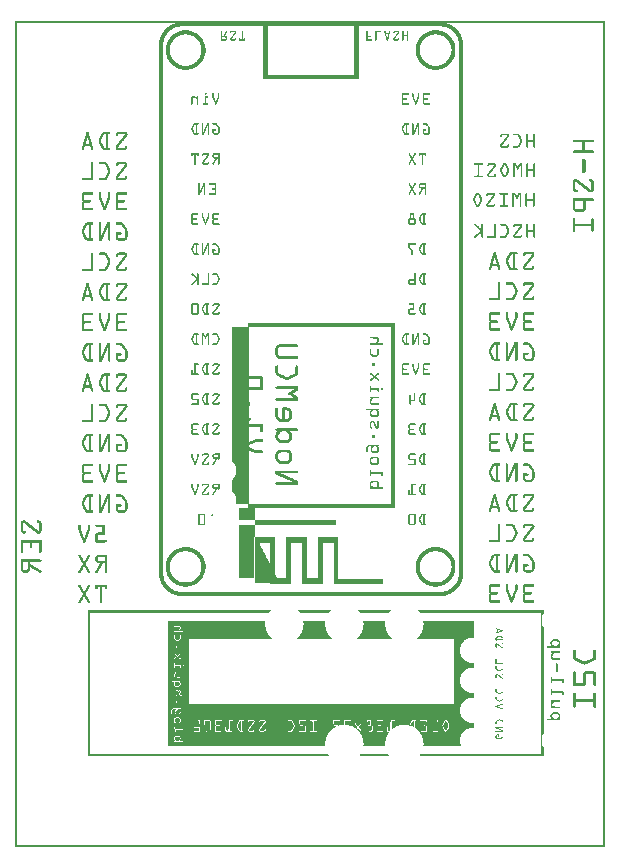
<source format=gbo>
G04 MADE WITH FRITZING*
G04 WWW.FRITZING.ORG*
G04 DOUBLE SIDED*
G04 HOLES PLATED*
G04 CONTOUR ON CENTER OF CONTOUR VECTOR*
%ASAXBY*%
%FSLAX23Y23*%
%MOIN*%
%OFA0B0*%
%SFA1.0B1.0*%
%ADD10R,0.001000X0.001000*%
%LNSILK0*%
G90*
G70*
G54D10*
X0Y2756D02*
X1967Y2756D01*
X0Y2755D02*
X1967Y2755D01*
X0Y2754D02*
X1967Y2754D01*
X0Y2753D02*
X1967Y2753D01*
X0Y2752D02*
X1967Y2752D01*
X0Y2751D02*
X1967Y2751D01*
X0Y2750D02*
X1967Y2750D01*
X0Y2749D02*
X1967Y2749D01*
X0Y2748D02*
X7Y2748D01*
X533Y2748D02*
X1441Y2748D01*
X1960Y2748D02*
X1967Y2748D01*
X0Y2747D02*
X7Y2747D01*
X531Y2747D02*
X1444Y2747D01*
X1960Y2747D02*
X1967Y2747D01*
X0Y2746D02*
X7Y2746D01*
X528Y2746D02*
X1447Y2746D01*
X1960Y2746D02*
X1967Y2746D01*
X0Y2745D02*
X7Y2745D01*
X526Y2745D02*
X1449Y2745D01*
X1960Y2745D02*
X1967Y2745D01*
X0Y2744D02*
X7Y2744D01*
X524Y2744D02*
X1451Y2744D01*
X1960Y2744D02*
X1967Y2744D01*
X0Y2743D02*
X7Y2743D01*
X522Y2743D02*
X1453Y2743D01*
X1960Y2743D02*
X1967Y2743D01*
X0Y2742D02*
X7Y2742D01*
X520Y2742D02*
X1455Y2742D01*
X1960Y2742D02*
X1967Y2742D01*
X0Y2741D02*
X7Y2741D01*
X518Y2741D02*
X1456Y2741D01*
X1960Y2741D02*
X1967Y2741D01*
X0Y2740D02*
X7Y2740D01*
X516Y2740D02*
X1458Y2740D01*
X1960Y2740D02*
X1967Y2740D01*
X0Y2739D02*
X7Y2739D01*
X515Y2739D02*
X1460Y2739D01*
X1960Y2739D02*
X1967Y2739D01*
X0Y2738D02*
X7Y2738D01*
X513Y2738D02*
X550Y2738D01*
X829Y2738D02*
X842Y2738D01*
X1132Y2738D02*
X1145Y2738D01*
X1424Y2738D02*
X1461Y2738D01*
X1960Y2738D02*
X1967Y2738D01*
X0Y2737D02*
X7Y2737D01*
X512Y2737D02*
X544Y2737D01*
X829Y2737D02*
X842Y2737D01*
X1132Y2737D02*
X1145Y2737D01*
X1431Y2737D02*
X1463Y2737D01*
X1960Y2737D02*
X1967Y2737D01*
X0Y2736D02*
X7Y2736D01*
X511Y2736D02*
X540Y2736D01*
X829Y2736D02*
X842Y2736D01*
X1132Y2736D02*
X1145Y2736D01*
X1435Y2736D02*
X1464Y2736D01*
X1960Y2736D02*
X1967Y2736D01*
X0Y2735D02*
X7Y2735D01*
X509Y2735D02*
X536Y2735D01*
X829Y2735D02*
X842Y2735D01*
X1132Y2735D02*
X1145Y2735D01*
X1438Y2735D02*
X1465Y2735D01*
X1960Y2735D02*
X1967Y2735D01*
X0Y2734D02*
X7Y2734D01*
X508Y2734D02*
X534Y2734D01*
X829Y2734D02*
X842Y2734D01*
X1132Y2734D02*
X1145Y2734D01*
X1441Y2734D02*
X1467Y2734D01*
X1960Y2734D02*
X1967Y2734D01*
X0Y2733D02*
X7Y2733D01*
X507Y2733D02*
X531Y2733D01*
X829Y2733D02*
X842Y2733D01*
X1132Y2733D02*
X1145Y2733D01*
X1443Y2733D02*
X1468Y2733D01*
X1960Y2733D02*
X1967Y2733D01*
X0Y2732D02*
X7Y2732D01*
X506Y2732D02*
X529Y2732D01*
X829Y2732D02*
X842Y2732D01*
X1132Y2732D02*
X1145Y2732D01*
X1445Y2732D02*
X1469Y2732D01*
X1960Y2732D02*
X1967Y2732D01*
X0Y2731D02*
X7Y2731D01*
X505Y2731D02*
X527Y2731D01*
X829Y2731D02*
X842Y2731D01*
X1132Y2731D02*
X1145Y2731D01*
X1448Y2731D02*
X1470Y2731D01*
X1960Y2731D02*
X1967Y2731D01*
X0Y2730D02*
X7Y2730D01*
X504Y2730D02*
X525Y2730D01*
X829Y2730D02*
X842Y2730D01*
X1132Y2730D02*
X1145Y2730D01*
X1449Y2730D02*
X1471Y2730D01*
X1960Y2730D02*
X1967Y2730D01*
X0Y2729D02*
X7Y2729D01*
X503Y2729D02*
X524Y2729D01*
X829Y2729D02*
X842Y2729D01*
X1132Y2729D02*
X1145Y2729D01*
X1451Y2729D02*
X1472Y2729D01*
X1960Y2729D02*
X1967Y2729D01*
X0Y2728D02*
X7Y2728D01*
X502Y2728D02*
X522Y2728D01*
X829Y2728D02*
X842Y2728D01*
X1132Y2728D02*
X1145Y2728D01*
X1453Y2728D02*
X1473Y2728D01*
X1960Y2728D02*
X1967Y2728D01*
X0Y2727D02*
X7Y2727D01*
X501Y2727D02*
X521Y2727D01*
X829Y2727D02*
X842Y2727D01*
X1132Y2727D02*
X1145Y2727D01*
X1454Y2727D02*
X1474Y2727D01*
X1960Y2727D02*
X1967Y2727D01*
X0Y2726D02*
X7Y2726D01*
X500Y2726D02*
X519Y2726D01*
X829Y2726D02*
X842Y2726D01*
X1132Y2726D02*
X1145Y2726D01*
X1455Y2726D02*
X1475Y2726D01*
X1960Y2726D02*
X1967Y2726D01*
X0Y2725D02*
X7Y2725D01*
X499Y2725D02*
X518Y2725D01*
X567Y2725D02*
X571Y2725D01*
X829Y2725D02*
X842Y2725D01*
X1132Y2725D02*
X1145Y2725D01*
X1400Y2725D02*
X1405Y2725D01*
X1457Y2725D02*
X1476Y2725D01*
X1960Y2725D02*
X1967Y2725D01*
X0Y2724D02*
X7Y2724D01*
X498Y2724D02*
X517Y2724D01*
X558Y2724D02*
X580Y2724D01*
X829Y2724D02*
X842Y2724D01*
X1132Y2724D02*
X1145Y2724D01*
X1391Y2724D02*
X1414Y2724D01*
X1458Y2724D02*
X1476Y2724D01*
X1960Y2724D02*
X1967Y2724D01*
X0Y2723D02*
X7Y2723D01*
X497Y2723D02*
X516Y2723D01*
X553Y2723D02*
X585Y2723D01*
X689Y2723D02*
X689Y2723D01*
X723Y2723D02*
X733Y2723D01*
X829Y2723D02*
X842Y2723D01*
X1132Y2723D02*
X1145Y2723D01*
X1173Y2723D02*
X1173Y2723D01*
X1202Y2723D02*
X1219Y2723D01*
X1233Y2723D02*
X1233Y2723D01*
X1267Y2723D02*
X1277Y2723D01*
X1293Y2723D02*
X1293Y2723D01*
X1387Y2723D02*
X1418Y2723D01*
X1459Y2723D02*
X1477Y2723D01*
X1960Y2723D02*
X1967Y2723D01*
X0Y2722D02*
X7Y2722D01*
X497Y2722D02*
X514Y2722D01*
X550Y2722D02*
X588Y2722D01*
X688Y2722D02*
X690Y2722D01*
X704Y2722D02*
X707Y2722D01*
X720Y2722D02*
X735Y2722D01*
X756Y2722D02*
X759Y2722D01*
X829Y2722D02*
X842Y2722D01*
X1132Y2722D02*
X1145Y2722D01*
X1172Y2722D02*
X1174Y2722D01*
X1201Y2722D02*
X1221Y2722D01*
X1232Y2722D02*
X1234Y2722D01*
X1248Y2722D02*
X1251Y2722D01*
X1264Y2722D02*
X1279Y2722D01*
X1292Y2722D02*
X1294Y2722D01*
X1308Y2722D02*
X1311Y2722D01*
X1383Y2722D02*
X1422Y2722D01*
X1460Y2722D02*
X1478Y2722D01*
X1960Y2722D02*
X1967Y2722D01*
X0Y2721D02*
X7Y2721D01*
X496Y2721D02*
X513Y2721D01*
X547Y2721D02*
X591Y2721D01*
X687Y2721D02*
X691Y2721D01*
X704Y2721D02*
X707Y2721D01*
X719Y2721D02*
X736Y2721D01*
X756Y2721D02*
X759Y2721D01*
X829Y2721D02*
X842Y2721D01*
X1132Y2721D02*
X1145Y2721D01*
X1171Y2721D02*
X1175Y2721D01*
X1201Y2721D02*
X1221Y2721D01*
X1231Y2721D02*
X1235Y2721D01*
X1248Y2721D02*
X1251Y2721D01*
X1263Y2721D02*
X1280Y2721D01*
X1291Y2721D02*
X1295Y2721D01*
X1308Y2721D02*
X1311Y2721D01*
X1380Y2721D02*
X1425Y2721D01*
X1461Y2721D02*
X1479Y2721D01*
X1960Y2721D02*
X1967Y2721D01*
X0Y2720D02*
X7Y2720D01*
X495Y2720D02*
X512Y2720D01*
X544Y2720D02*
X594Y2720D01*
X687Y2720D02*
X691Y2720D01*
X703Y2720D02*
X707Y2720D01*
X718Y2720D02*
X737Y2720D01*
X756Y2720D02*
X759Y2720D01*
X829Y2720D02*
X842Y2720D01*
X1132Y2720D02*
X1145Y2720D01*
X1171Y2720D02*
X1175Y2720D01*
X1201Y2720D02*
X1221Y2720D01*
X1232Y2720D02*
X1235Y2720D01*
X1248Y2720D02*
X1251Y2720D01*
X1262Y2720D02*
X1281Y2720D01*
X1291Y2720D02*
X1295Y2720D01*
X1308Y2720D02*
X1311Y2720D01*
X1378Y2720D02*
X1427Y2720D01*
X1462Y2720D02*
X1479Y2720D01*
X1960Y2720D02*
X1967Y2720D01*
X0Y2719D02*
X7Y2719D01*
X494Y2719D02*
X511Y2719D01*
X542Y2719D02*
X596Y2719D01*
X687Y2719D02*
X691Y2719D01*
X702Y2719D02*
X706Y2719D01*
X718Y2719D02*
X737Y2719D01*
X756Y2719D02*
X759Y2719D01*
X829Y2719D02*
X842Y2719D01*
X1132Y2719D02*
X1145Y2719D01*
X1171Y2719D02*
X1175Y2719D01*
X1201Y2719D02*
X1220Y2719D01*
X1232Y2719D02*
X1235Y2719D01*
X1247Y2719D02*
X1251Y2719D01*
X1262Y2719D02*
X1281Y2719D01*
X1291Y2719D02*
X1295Y2719D01*
X1308Y2719D02*
X1311Y2719D01*
X1375Y2719D02*
X1430Y2719D01*
X1463Y2719D02*
X1480Y2719D01*
X1960Y2719D02*
X1967Y2719D01*
X0Y2718D02*
X7Y2718D01*
X494Y2718D02*
X510Y2718D01*
X540Y2718D02*
X598Y2718D01*
X687Y2718D02*
X691Y2718D01*
X702Y2718D02*
X706Y2718D01*
X718Y2718D02*
X721Y2718D01*
X734Y2718D02*
X737Y2718D01*
X756Y2718D02*
X759Y2718D01*
X829Y2718D02*
X842Y2718D01*
X1132Y2718D02*
X1145Y2718D01*
X1171Y2718D02*
X1175Y2718D01*
X1201Y2718D02*
X1205Y2718D01*
X1232Y2718D02*
X1236Y2718D01*
X1247Y2718D02*
X1250Y2718D01*
X1262Y2718D02*
X1265Y2718D01*
X1278Y2718D02*
X1281Y2718D01*
X1291Y2718D02*
X1295Y2718D01*
X1308Y2718D02*
X1311Y2718D01*
X1373Y2718D02*
X1432Y2718D01*
X1464Y2718D02*
X1481Y2718D01*
X1960Y2718D02*
X1967Y2718D01*
X0Y2717D02*
X7Y2717D01*
X493Y2717D02*
X509Y2717D01*
X538Y2717D02*
X600Y2717D01*
X687Y2717D02*
X691Y2717D01*
X701Y2717D02*
X705Y2717D01*
X718Y2717D02*
X721Y2717D01*
X733Y2717D02*
X737Y2717D01*
X756Y2717D02*
X759Y2717D01*
X829Y2717D02*
X842Y2717D01*
X1132Y2717D02*
X1145Y2717D01*
X1171Y2717D02*
X1175Y2717D01*
X1201Y2717D02*
X1205Y2717D01*
X1232Y2717D02*
X1236Y2717D01*
X1247Y2717D02*
X1250Y2717D01*
X1262Y2717D02*
X1265Y2717D01*
X1277Y2717D02*
X1281Y2717D01*
X1291Y2717D02*
X1295Y2717D01*
X1308Y2717D02*
X1311Y2717D01*
X1371Y2717D02*
X1434Y2717D01*
X1465Y2717D02*
X1481Y2717D01*
X1960Y2717D02*
X1967Y2717D01*
X0Y2716D02*
X7Y2716D01*
X493Y2716D02*
X509Y2716D01*
X536Y2716D02*
X602Y2716D01*
X687Y2716D02*
X691Y2716D01*
X701Y2716D02*
X705Y2716D01*
X718Y2716D02*
X720Y2716D01*
X732Y2716D02*
X737Y2716D01*
X756Y2716D02*
X759Y2716D01*
X829Y2716D02*
X842Y2716D01*
X1132Y2716D02*
X1145Y2716D01*
X1171Y2716D02*
X1175Y2716D01*
X1201Y2716D02*
X1205Y2716D01*
X1233Y2716D02*
X1237Y2716D01*
X1246Y2716D02*
X1250Y2716D01*
X1262Y2716D02*
X1264Y2716D01*
X1276Y2716D02*
X1281Y2716D01*
X1291Y2716D02*
X1295Y2716D01*
X1308Y2716D02*
X1311Y2716D01*
X1369Y2716D02*
X1435Y2716D01*
X1466Y2716D02*
X1482Y2716D01*
X1960Y2716D02*
X1967Y2716D01*
X0Y2715D02*
X7Y2715D01*
X492Y2715D02*
X508Y2715D01*
X534Y2715D02*
X604Y2715D01*
X687Y2715D02*
X691Y2715D01*
X700Y2715D02*
X704Y2715D01*
X731Y2715D02*
X736Y2715D01*
X756Y2715D02*
X759Y2715D01*
X829Y2715D02*
X842Y2715D01*
X1132Y2715D02*
X1145Y2715D01*
X1171Y2715D02*
X1175Y2715D01*
X1201Y2715D02*
X1205Y2715D01*
X1233Y2715D02*
X1249Y2715D01*
X1275Y2715D02*
X1280Y2715D01*
X1291Y2715D02*
X1295Y2715D01*
X1308Y2715D02*
X1311Y2715D01*
X1368Y2715D02*
X1437Y2715D01*
X1467Y2715D02*
X1483Y2715D01*
X1960Y2715D02*
X1967Y2715D01*
X0Y2714D02*
X7Y2714D01*
X491Y2714D02*
X507Y2714D01*
X533Y2714D02*
X605Y2714D01*
X687Y2714D02*
X691Y2714D01*
X700Y2714D02*
X703Y2714D01*
X731Y2714D02*
X735Y2714D01*
X756Y2714D02*
X759Y2714D01*
X829Y2714D02*
X842Y2714D01*
X1132Y2714D02*
X1145Y2714D01*
X1171Y2714D02*
X1175Y2714D01*
X1201Y2714D02*
X1205Y2714D01*
X1233Y2714D02*
X1249Y2714D01*
X1275Y2714D02*
X1279Y2714D01*
X1291Y2714D02*
X1295Y2714D01*
X1308Y2714D02*
X1311Y2714D01*
X1366Y2714D02*
X1439Y2714D01*
X1468Y2714D02*
X1483Y2714D01*
X1960Y2714D02*
X1967Y2714D01*
X0Y2713D02*
X7Y2713D01*
X491Y2713D02*
X506Y2713D01*
X531Y2713D02*
X607Y2713D01*
X687Y2713D02*
X691Y2713D01*
X699Y2713D02*
X703Y2713D01*
X730Y2713D02*
X734Y2713D01*
X756Y2713D02*
X759Y2713D01*
X829Y2713D02*
X842Y2713D01*
X1132Y2713D02*
X1145Y2713D01*
X1171Y2713D02*
X1175Y2713D01*
X1201Y2713D02*
X1205Y2713D01*
X1234Y2713D02*
X1249Y2713D01*
X1274Y2713D02*
X1278Y2713D01*
X1291Y2713D02*
X1295Y2713D01*
X1308Y2713D02*
X1311Y2713D01*
X1365Y2713D02*
X1440Y2713D01*
X1468Y2713D02*
X1484Y2713D01*
X1960Y2713D02*
X1967Y2713D01*
X0Y2712D02*
X7Y2712D01*
X490Y2712D02*
X505Y2712D01*
X530Y2712D02*
X608Y2712D01*
X687Y2712D02*
X691Y2712D01*
X698Y2712D02*
X702Y2712D01*
X729Y2712D02*
X734Y2712D01*
X756Y2712D02*
X759Y2712D01*
X829Y2712D02*
X842Y2712D01*
X1132Y2712D02*
X1145Y2712D01*
X1171Y2712D02*
X1175Y2712D01*
X1201Y2712D02*
X1205Y2712D01*
X1234Y2712D02*
X1249Y2712D01*
X1273Y2712D02*
X1278Y2712D01*
X1291Y2712D02*
X1295Y2712D01*
X1308Y2712D02*
X1311Y2712D01*
X1363Y2712D02*
X1442Y2712D01*
X1469Y2712D02*
X1484Y2712D01*
X1960Y2712D02*
X1967Y2712D01*
X0Y2711D02*
X7Y2711D01*
X490Y2711D02*
X505Y2711D01*
X528Y2711D02*
X563Y2711D01*
X575Y2711D02*
X609Y2711D01*
X687Y2711D02*
X691Y2711D01*
X698Y2711D02*
X702Y2711D01*
X728Y2711D02*
X733Y2711D01*
X756Y2711D02*
X759Y2711D01*
X829Y2711D02*
X842Y2711D01*
X1132Y2711D02*
X1145Y2711D01*
X1171Y2711D02*
X1175Y2711D01*
X1201Y2711D02*
X1205Y2711D01*
X1234Y2711D02*
X1238Y2711D01*
X1245Y2711D02*
X1248Y2711D01*
X1272Y2711D02*
X1277Y2711D01*
X1291Y2711D02*
X1295Y2711D01*
X1308Y2711D02*
X1311Y2711D01*
X1362Y2711D02*
X1397Y2711D01*
X1408Y2711D02*
X1443Y2711D01*
X1470Y2711D02*
X1485Y2711D01*
X1960Y2711D02*
X1967Y2711D01*
X0Y2710D02*
X7Y2710D01*
X489Y2710D02*
X504Y2710D01*
X527Y2710D02*
X557Y2710D01*
X581Y2710D02*
X611Y2710D01*
X687Y2710D02*
X691Y2710D01*
X697Y2710D02*
X701Y2710D01*
X728Y2710D02*
X732Y2710D01*
X756Y2710D02*
X759Y2710D01*
X829Y2710D02*
X842Y2710D01*
X1132Y2710D02*
X1145Y2710D01*
X1171Y2710D02*
X1175Y2710D01*
X1201Y2710D02*
X1205Y2710D01*
X1234Y2710D02*
X1238Y2710D01*
X1245Y2710D02*
X1248Y2710D01*
X1272Y2710D02*
X1276Y2710D01*
X1291Y2710D02*
X1295Y2710D01*
X1308Y2710D02*
X1311Y2710D01*
X1361Y2710D02*
X1390Y2710D01*
X1415Y2710D02*
X1444Y2710D01*
X1471Y2710D02*
X1485Y2710D01*
X1960Y2710D02*
X1967Y2710D01*
X0Y2709D02*
X7Y2709D01*
X489Y2709D02*
X503Y2709D01*
X526Y2709D02*
X553Y2709D01*
X585Y2709D02*
X612Y2709D01*
X687Y2709D02*
X691Y2709D01*
X697Y2709D02*
X701Y2709D01*
X727Y2709D02*
X731Y2709D01*
X756Y2709D02*
X759Y2709D01*
X829Y2709D02*
X842Y2709D01*
X1132Y2709D02*
X1145Y2709D01*
X1171Y2709D02*
X1175Y2709D01*
X1201Y2709D02*
X1205Y2709D01*
X1235Y2709D02*
X1238Y2709D01*
X1244Y2709D02*
X1248Y2709D01*
X1271Y2709D02*
X1275Y2709D01*
X1291Y2709D02*
X1295Y2709D01*
X1308Y2709D02*
X1311Y2709D01*
X1359Y2709D02*
X1386Y2709D01*
X1419Y2709D02*
X1445Y2709D01*
X1471Y2709D02*
X1486Y2709D01*
X1960Y2709D02*
X1967Y2709D01*
X0Y2708D02*
X7Y2708D01*
X488Y2708D02*
X503Y2708D01*
X525Y2708D02*
X550Y2708D01*
X588Y2708D02*
X613Y2708D01*
X687Y2708D02*
X691Y2708D01*
X696Y2708D02*
X700Y2708D01*
X726Y2708D02*
X730Y2708D01*
X756Y2708D02*
X759Y2708D01*
X829Y2708D02*
X842Y2708D01*
X1132Y2708D02*
X1145Y2708D01*
X1171Y2708D02*
X1175Y2708D01*
X1201Y2708D02*
X1205Y2708D01*
X1235Y2708D02*
X1238Y2708D01*
X1244Y2708D02*
X1247Y2708D01*
X1270Y2708D02*
X1274Y2708D01*
X1291Y2708D02*
X1311Y2708D01*
X1358Y2708D02*
X1383Y2708D01*
X1421Y2708D02*
X1447Y2708D01*
X1472Y2708D02*
X1486Y2708D01*
X1960Y2708D02*
X1967Y2708D01*
X0Y2707D02*
X7Y2707D01*
X488Y2707D02*
X502Y2707D01*
X524Y2707D02*
X547Y2707D01*
X591Y2707D02*
X614Y2707D01*
X687Y2707D02*
X691Y2707D01*
X695Y2707D02*
X699Y2707D01*
X725Y2707D02*
X730Y2707D01*
X756Y2707D02*
X759Y2707D01*
X829Y2707D02*
X842Y2707D01*
X1132Y2707D02*
X1145Y2707D01*
X1171Y2707D02*
X1175Y2707D01*
X1201Y2707D02*
X1205Y2707D01*
X1235Y2707D02*
X1239Y2707D01*
X1244Y2707D02*
X1247Y2707D01*
X1269Y2707D02*
X1274Y2707D01*
X1291Y2707D02*
X1311Y2707D01*
X1357Y2707D02*
X1381Y2707D01*
X1424Y2707D02*
X1448Y2707D01*
X1473Y2707D02*
X1487Y2707D01*
X1960Y2707D02*
X1967Y2707D01*
X0Y2706D02*
X7Y2706D01*
X487Y2706D02*
X501Y2706D01*
X523Y2706D02*
X545Y2706D01*
X593Y2706D02*
X615Y2706D01*
X687Y2706D02*
X691Y2706D01*
X695Y2706D02*
X699Y2706D01*
X724Y2706D02*
X729Y2706D01*
X756Y2706D02*
X759Y2706D01*
X829Y2706D02*
X842Y2706D01*
X1132Y2706D02*
X1145Y2706D01*
X1171Y2706D02*
X1175Y2706D01*
X1201Y2706D02*
X1205Y2706D01*
X1236Y2706D02*
X1239Y2706D01*
X1243Y2706D02*
X1247Y2706D01*
X1268Y2706D02*
X1273Y2706D01*
X1291Y2706D02*
X1311Y2706D01*
X1356Y2706D02*
X1379Y2706D01*
X1426Y2706D02*
X1449Y2706D01*
X1473Y2706D02*
X1487Y2706D01*
X1960Y2706D02*
X1967Y2706D01*
X0Y2705D02*
X7Y2705D01*
X487Y2705D02*
X501Y2705D01*
X522Y2705D02*
X543Y2705D01*
X595Y2705D02*
X616Y2705D01*
X687Y2705D02*
X703Y2705D01*
X724Y2705D02*
X728Y2705D01*
X756Y2705D02*
X759Y2705D01*
X829Y2705D02*
X842Y2705D01*
X1132Y2705D02*
X1145Y2705D01*
X1171Y2705D02*
X1186Y2705D01*
X1201Y2705D02*
X1205Y2705D01*
X1236Y2705D02*
X1239Y2705D01*
X1243Y2705D02*
X1247Y2705D01*
X1268Y2705D02*
X1272Y2705D01*
X1291Y2705D02*
X1311Y2705D01*
X1355Y2705D02*
X1377Y2705D01*
X1428Y2705D02*
X1450Y2705D01*
X1474Y2705D02*
X1488Y2705D01*
X1960Y2705D02*
X1967Y2705D01*
X0Y2704D02*
X7Y2704D01*
X486Y2704D02*
X500Y2704D01*
X521Y2704D02*
X542Y2704D01*
X596Y2704D02*
X617Y2704D01*
X687Y2704D02*
X705Y2704D01*
X723Y2704D02*
X727Y2704D01*
X756Y2704D02*
X759Y2704D01*
X829Y2704D02*
X842Y2704D01*
X1132Y2704D02*
X1145Y2704D01*
X1171Y2704D02*
X1187Y2704D01*
X1201Y2704D02*
X1205Y2704D01*
X1236Y2704D02*
X1240Y2704D01*
X1243Y2704D02*
X1246Y2704D01*
X1267Y2704D02*
X1271Y2704D01*
X1291Y2704D02*
X1295Y2704D01*
X1308Y2704D02*
X1311Y2704D01*
X1354Y2704D02*
X1375Y2704D01*
X1430Y2704D02*
X1451Y2704D01*
X1474Y2704D02*
X1488Y2704D01*
X1960Y2704D02*
X1967Y2704D01*
X0Y2703D02*
X7Y2703D01*
X486Y2703D02*
X500Y2703D01*
X520Y2703D02*
X540Y2703D01*
X598Y2703D02*
X618Y2703D01*
X687Y2703D02*
X706Y2703D01*
X722Y2703D02*
X727Y2703D01*
X756Y2703D02*
X759Y2703D01*
X829Y2703D02*
X842Y2703D01*
X1132Y2703D02*
X1145Y2703D01*
X1171Y2703D02*
X1187Y2703D01*
X1201Y2703D02*
X1205Y2703D01*
X1237Y2703D02*
X1240Y2703D01*
X1243Y2703D02*
X1246Y2703D01*
X1266Y2703D02*
X1271Y2703D01*
X1291Y2703D02*
X1295Y2703D01*
X1308Y2703D02*
X1311Y2703D01*
X1353Y2703D02*
X1373Y2703D01*
X1431Y2703D02*
X1452Y2703D01*
X1475Y2703D02*
X1489Y2703D01*
X1960Y2703D02*
X1967Y2703D01*
X0Y2702D02*
X7Y2702D01*
X486Y2702D02*
X499Y2702D01*
X519Y2702D02*
X538Y2702D01*
X599Y2702D02*
X619Y2702D01*
X687Y2702D02*
X706Y2702D01*
X721Y2702D02*
X726Y2702D01*
X756Y2702D02*
X759Y2702D01*
X829Y2702D02*
X842Y2702D01*
X1132Y2702D02*
X1145Y2702D01*
X1171Y2702D02*
X1186Y2702D01*
X1201Y2702D02*
X1205Y2702D01*
X1237Y2702D02*
X1240Y2702D01*
X1242Y2702D02*
X1246Y2702D01*
X1265Y2702D02*
X1270Y2702D01*
X1291Y2702D02*
X1295Y2702D01*
X1308Y2702D02*
X1311Y2702D01*
X1352Y2702D02*
X1372Y2702D01*
X1433Y2702D02*
X1452Y2702D01*
X1475Y2702D02*
X1489Y2702D01*
X1960Y2702D02*
X1967Y2702D01*
X0Y2701D02*
X7Y2701D01*
X485Y2701D02*
X499Y2701D01*
X518Y2701D02*
X537Y2701D01*
X601Y2701D02*
X620Y2701D01*
X687Y2701D02*
X691Y2701D01*
X702Y2701D02*
X707Y2701D01*
X721Y2701D02*
X725Y2701D01*
X756Y2701D02*
X759Y2701D01*
X829Y2701D02*
X842Y2701D01*
X1132Y2701D02*
X1145Y2701D01*
X1171Y2701D02*
X1175Y2701D01*
X1201Y2701D02*
X1205Y2701D01*
X1237Y2701D02*
X1245Y2701D01*
X1265Y2701D02*
X1269Y2701D01*
X1291Y2701D02*
X1295Y2701D01*
X1308Y2701D02*
X1311Y2701D01*
X1352Y2701D02*
X1371Y2701D01*
X1434Y2701D02*
X1453Y2701D01*
X1476Y2701D02*
X1489Y2701D01*
X1960Y2701D02*
X1967Y2701D01*
X0Y2700D02*
X7Y2700D01*
X485Y2700D02*
X498Y2700D01*
X517Y2700D02*
X536Y2700D01*
X602Y2700D02*
X621Y2700D01*
X687Y2700D02*
X691Y2700D01*
X704Y2700D02*
X707Y2700D01*
X720Y2700D02*
X724Y2700D01*
X756Y2700D02*
X759Y2700D01*
X829Y2700D02*
X842Y2700D01*
X1132Y2700D02*
X1145Y2700D01*
X1171Y2700D02*
X1175Y2700D01*
X1201Y2700D02*
X1205Y2700D01*
X1237Y2700D02*
X1245Y2700D01*
X1264Y2700D02*
X1268Y2700D01*
X1291Y2700D02*
X1295Y2700D01*
X1308Y2700D02*
X1311Y2700D01*
X1351Y2700D02*
X1369Y2700D01*
X1436Y2700D02*
X1454Y2700D01*
X1476Y2700D02*
X1490Y2700D01*
X1960Y2700D02*
X1967Y2700D01*
X0Y2699D02*
X7Y2699D01*
X485Y2699D02*
X498Y2699D01*
X517Y2699D02*
X535Y2699D01*
X603Y2699D02*
X621Y2699D01*
X687Y2699D02*
X691Y2699D01*
X704Y2699D02*
X707Y2699D01*
X719Y2699D02*
X723Y2699D01*
X756Y2699D02*
X759Y2699D01*
X829Y2699D02*
X842Y2699D01*
X1132Y2699D02*
X1145Y2699D01*
X1171Y2699D02*
X1175Y2699D01*
X1201Y2699D02*
X1205Y2699D01*
X1238Y2699D02*
X1245Y2699D01*
X1263Y2699D02*
X1267Y2699D01*
X1291Y2699D02*
X1295Y2699D01*
X1308Y2699D02*
X1311Y2699D01*
X1350Y2699D02*
X1368Y2699D01*
X1437Y2699D02*
X1455Y2699D01*
X1476Y2699D02*
X1490Y2699D01*
X1960Y2699D02*
X1967Y2699D01*
X0Y2698D02*
X7Y2698D01*
X484Y2698D02*
X498Y2698D01*
X516Y2698D02*
X533Y2698D01*
X604Y2698D02*
X622Y2698D01*
X687Y2698D02*
X691Y2698D01*
X704Y2698D02*
X707Y2698D01*
X718Y2698D02*
X723Y2698D01*
X735Y2698D02*
X736Y2698D01*
X749Y2698D02*
X749Y2698D01*
X756Y2698D02*
X759Y2698D01*
X765Y2698D02*
X766Y2698D01*
X829Y2698D02*
X842Y2698D01*
X1132Y2698D02*
X1145Y2698D01*
X1171Y2698D02*
X1175Y2698D01*
X1201Y2698D02*
X1205Y2698D01*
X1238Y2698D02*
X1245Y2698D01*
X1262Y2698D02*
X1267Y2698D01*
X1279Y2698D02*
X1280Y2698D01*
X1291Y2698D02*
X1295Y2698D01*
X1308Y2698D02*
X1311Y2698D01*
X1349Y2698D02*
X1367Y2698D01*
X1438Y2698D02*
X1456Y2698D01*
X1477Y2698D02*
X1490Y2698D01*
X1960Y2698D02*
X1967Y2698D01*
X0Y2697D02*
X7Y2697D01*
X484Y2697D02*
X497Y2697D01*
X515Y2697D02*
X532Y2697D01*
X606Y2697D02*
X623Y2697D01*
X687Y2697D02*
X691Y2697D01*
X704Y2697D02*
X707Y2697D01*
X718Y2697D02*
X722Y2697D01*
X734Y2697D02*
X737Y2697D01*
X748Y2697D02*
X750Y2697D01*
X756Y2697D02*
X759Y2697D01*
X764Y2697D02*
X767Y2697D01*
X829Y2697D02*
X842Y2697D01*
X1132Y2697D02*
X1145Y2697D01*
X1171Y2697D02*
X1175Y2697D01*
X1201Y2697D02*
X1205Y2697D01*
X1238Y2697D02*
X1244Y2697D01*
X1262Y2697D02*
X1266Y2697D01*
X1278Y2697D02*
X1281Y2697D01*
X1291Y2697D02*
X1295Y2697D01*
X1308Y2697D02*
X1311Y2697D01*
X1349Y2697D02*
X1366Y2697D01*
X1439Y2697D02*
X1456Y2697D01*
X1477Y2697D02*
X1491Y2697D01*
X1960Y2697D02*
X1967Y2697D01*
X0Y2696D02*
X7Y2696D01*
X484Y2696D02*
X497Y2696D01*
X514Y2696D02*
X531Y2696D01*
X607Y2696D02*
X624Y2696D01*
X687Y2696D02*
X691Y2696D01*
X704Y2696D02*
X707Y2696D01*
X718Y2696D02*
X721Y2696D01*
X734Y2696D02*
X737Y2696D01*
X747Y2696D02*
X751Y2696D01*
X756Y2696D02*
X759Y2696D01*
X764Y2696D02*
X767Y2696D01*
X829Y2696D02*
X842Y2696D01*
X1132Y2696D02*
X1145Y2696D01*
X1171Y2696D02*
X1175Y2696D01*
X1201Y2696D02*
X1205Y2696D01*
X1239Y2696D02*
X1244Y2696D01*
X1262Y2696D02*
X1265Y2696D01*
X1278Y2696D02*
X1281Y2696D01*
X1291Y2696D02*
X1295Y2696D01*
X1308Y2696D02*
X1311Y2696D01*
X1348Y2696D02*
X1365Y2696D01*
X1440Y2696D02*
X1457Y2696D01*
X1478Y2696D02*
X1491Y2696D01*
X1960Y2696D02*
X1967Y2696D01*
X0Y2695D02*
X7Y2695D01*
X483Y2695D02*
X497Y2695D01*
X514Y2695D02*
X530Y2695D01*
X608Y2695D02*
X624Y2695D01*
X687Y2695D02*
X691Y2695D01*
X703Y2695D02*
X707Y2695D01*
X717Y2695D02*
X721Y2695D01*
X733Y2695D02*
X737Y2695D01*
X747Y2695D02*
X751Y2695D01*
X756Y2695D02*
X759Y2695D01*
X764Y2695D02*
X767Y2695D01*
X829Y2695D02*
X842Y2695D01*
X1132Y2695D02*
X1145Y2695D01*
X1171Y2695D02*
X1175Y2695D01*
X1201Y2695D02*
X1205Y2695D01*
X1239Y2695D02*
X1244Y2695D01*
X1261Y2695D02*
X1265Y2695D01*
X1277Y2695D02*
X1281Y2695D01*
X1291Y2695D02*
X1295Y2695D01*
X1308Y2695D02*
X1311Y2695D01*
X1347Y2695D02*
X1364Y2695D01*
X1441Y2695D02*
X1458Y2695D01*
X1478Y2695D02*
X1491Y2695D01*
X1960Y2695D02*
X1967Y2695D01*
X0Y2694D02*
X7Y2694D01*
X483Y2694D02*
X496Y2694D01*
X513Y2694D02*
X529Y2694D01*
X609Y2694D02*
X625Y2694D01*
X687Y2694D02*
X706Y2694D01*
X718Y2694D02*
X737Y2694D01*
X747Y2694D02*
X767Y2694D01*
X829Y2694D02*
X842Y2694D01*
X1132Y2694D02*
X1145Y2694D01*
X1171Y2694D02*
X1191Y2694D01*
X1201Y2694D02*
X1205Y2694D01*
X1239Y2694D02*
X1243Y2694D01*
X1262Y2694D02*
X1281Y2694D01*
X1291Y2694D02*
X1295Y2694D01*
X1308Y2694D02*
X1311Y2694D01*
X1347Y2694D02*
X1363Y2694D01*
X1442Y2694D02*
X1458Y2694D01*
X1478Y2694D02*
X1491Y2694D01*
X1960Y2694D02*
X1967Y2694D01*
X0Y2693D02*
X7Y2693D01*
X483Y2693D02*
X496Y2693D01*
X513Y2693D02*
X528Y2693D01*
X609Y2693D02*
X625Y2693D01*
X687Y2693D02*
X706Y2693D01*
X718Y2693D02*
X736Y2693D01*
X747Y2693D02*
X767Y2693D01*
X829Y2693D02*
X842Y2693D01*
X1132Y2693D02*
X1145Y2693D01*
X1171Y2693D02*
X1191Y2693D01*
X1201Y2693D02*
X1205Y2693D01*
X1239Y2693D02*
X1243Y2693D01*
X1262Y2693D02*
X1280Y2693D01*
X1291Y2693D02*
X1295Y2693D01*
X1308Y2693D02*
X1311Y2693D01*
X1346Y2693D02*
X1362Y2693D01*
X1443Y2693D02*
X1459Y2693D01*
X1479Y2693D02*
X1492Y2693D01*
X1960Y2693D02*
X1967Y2693D01*
X0Y2692D02*
X7Y2692D01*
X483Y2692D02*
X496Y2692D01*
X512Y2692D02*
X528Y2692D01*
X610Y2692D02*
X626Y2692D01*
X687Y2692D02*
X705Y2692D01*
X719Y2692D02*
X735Y2692D01*
X747Y2692D02*
X767Y2692D01*
X829Y2692D02*
X842Y2692D01*
X1132Y2692D02*
X1145Y2692D01*
X1171Y2692D02*
X1191Y2692D01*
X1202Y2692D02*
X1204Y2692D01*
X1240Y2692D02*
X1243Y2692D01*
X1263Y2692D02*
X1279Y2692D01*
X1292Y2692D02*
X1295Y2692D01*
X1308Y2692D02*
X1311Y2692D01*
X1345Y2692D02*
X1361Y2692D01*
X1444Y2692D02*
X1459Y2692D01*
X1479Y2692D02*
X1492Y2692D01*
X1960Y2692D02*
X1967Y2692D01*
X0Y2691D02*
X7Y2691D01*
X482Y2691D02*
X496Y2691D01*
X511Y2691D02*
X527Y2691D01*
X611Y2691D02*
X627Y2691D01*
X687Y2691D02*
X703Y2691D01*
X720Y2691D02*
X734Y2691D01*
X747Y2691D02*
X767Y2691D01*
X829Y2691D02*
X842Y2691D01*
X1132Y2691D02*
X1145Y2691D01*
X1171Y2691D02*
X1190Y2691D01*
X1202Y2691D02*
X1204Y2691D01*
X1241Y2691D02*
X1242Y2691D01*
X1264Y2691D02*
X1278Y2691D01*
X1292Y2691D02*
X1294Y2691D01*
X1309Y2691D02*
X1310Y2691D01*
X1345Y2691D02*
X1360Y2691D01*
X1445Y2691D02*
X1460Y2691D01*
X1479Y2691D02*
X1492Y2691D01*
X1960Y2691D02*
X1967Y2691D01*
X0Y2690D02*
X7Y2690D01*
X482Y2690D02*
X495Y2690D01*
X511Y2690D02*
X526Y2690D01*
X612Y2690D02*
X627Y2690D01*
X829Y2690D02*
X842Y2690D01*
X1132Y2690D02*
X1145Y2690D01*
X1344Y2690D02*
X1360Y2690D01*
X1445Y2690D02*
X1461Y2690D01*
X1479Y2690D02*
X1492Y2690D01*
X1960Y2690D02*
X1967Y2690D01*
X0Y2689D02*
X7Y2689D01*
X482Y2689D02*
X495Y2689D01*
X510Y2689D02*
X525Y2689D01*
X613Y2689D02*
X628Y2689D01*
X829Y2689D02*
X842Y2689D01*
X1132Y2689D02*
X1145Y2689D01*
X1344Y2689D02*
X1359Y2689D01*
X1446Y2689D02*
X1461Y2689D01*
X1480Y2689D02*
X1493Y2689D01*
X1960Y2689D02*
X1967Y2689D01*
X0Y2688D02*
X7Y2688D01*
X482Y2688D02*
X495Y2688D01*
X510Y2688D02*
X525Y2688D01*
X613Y2688D02*
X628Y2688D01*
X829Y2688D02*
X842Y2688D01*
X1132Y2688D02*
X1145Y2688D01*
X1343Y2688D02*
X1358Y2688D01*
X1447Y2688D02*
X1462Y2688D01*
X1480Y2688D02*
X1493Y2688D01*
X1960Y2688D02*
X1967Y2688D01*
X0Y2687D02*
X7Y2687D01*
X482Y2687D02*
X495Y2687D01*
X509Y2687D02*
X524Y2687D01*
X614Y2687D02*
X629Y2687D01*
X829Y2687D02*
X842Y2687D01*
X1132Y2687D02*
X1145Y2687D01*
X1343Y2687D02*
X1357Y2687D01*
X1447Y2687D02*
X1462Y2687D01*
X1480Y2687D02*
X1493Y2687D01*
X1960Y2687D02*
X1967Y2687D01*
X0Y2686D02*
X7Y2686D01*
X482Y2686D02*
X494Y2686D01*
X509Y2686D02*
X523Y2686D01*
X615Y2686D02*
X629Y2686D01*
X829Y2686D02*
X842Y2686D01*
X1132Y2686D02*
X1145Y2686D01*
X1342Y2686D02*
X1357Y2686D01*
X1448Y2686D02*
X1463Y2686D01*
X1480Y2686D02*
X1493Y2686D01*
X1960Y2686D02*
X1967Y2686D01*
X0Y2685D02*
X7Y2685D01*
X481Y2685D02*
X494Y2685D01*
X508Y2685D02*
X523Y2685D01*
X615Y2685D02*
X630Y2685D01*
X829Y2685D02*
X842Y2685D01*
X1132Y2685D02*
X1145Y2685D01*
X1342Y2685D02*
X1356Y2685D01*
X1449Y2685D02*
X1463Y2685D01*
X1480Y2685D02*
X1493Y2685D01*
X1960Y2685D02*
X1967Y2685D01*
X0Y2684D02*
X7Y2684D01*
X481Y2684D02*
X494Y2684D01*
X508Y2684D02*
X522Y2684D01*
X616Y2684D02*
X630Y2684D01*
X829Y2684D02*
X842Y2684D01*
X1132Y2684D02*
X1145Y2684D01*
X1341Y2684D02*
X1356Y2684D01*
X1449Y2684D02*
X1463Y2684D01*
X1480Y2684D02*
X1493Y2684D01*
X1960Y2684D02*
X1967Y2684D01*
X0Y2683D02*
X7Y2683D01*
X481Y2683D02*
X494Y2683D01*
X508Y2683D02*
X522Y2683D01*
X616Y2683D02*
X630Y2683D01*
X829Y2683D02*
X842Y2683D01*
X1132Y2683D02*
X1145Y2683D01*
X1341Y2683D02*
X1355Y2683D01*
X1450Y2683D02*
X1464Y2683D01*
X1480Y2683D02*
X1493Y2683D01*
X1960Y2683D02*
X1967Y2683D01*
X0Y2682D02*
X7Y2682D01*
X481Y2682D02*
X494Y2682D01*
X507Y2682D02*
X521Y2682D01*
X617Y2682D02*
X631Y2682D01*
X829Y2682D02*
X842Y2682D01*
X1132Y2682D02*
X1145Y2682D01*
X1341Y2682D02*
X1355Y2682D01*
X1450Y2682D02*
X1464Y2682D01*
X1481Y2682D02*
X1494Y2682D01*
X1960Y2682D02*
X1967Y2682D01*
X0Y2681D02*
X7Y2681D01*
X481Y2681D02*
X494Y2681D01*
X507Y2681D02*
X521Y2681D01*
X617Y2681D02*
X631Y2681D01*
X829Y2681D02*
X842Y2681D01*
X1132Y2681D02*
X1145Y2681D01*
X1340Y2681D02*
X1354Y2681D01*
X1451Y2681D02*
X1465Y2681D01*
X1481Y2681D02*
X1494Y2681D01*
X1960Y2681D02*
X1967Y2681D01*
X0Y2680D02*
X7Y2680D01*
X481Y2680D02*
X494Y2680D01*
X506Y2680D02*
X520Y2680D01*
X618Y2680D02*
X631Y2680D01*
X829Y2680D02*
X842Y2680D01*
X1132Y2680D02*
X1145Y2680D01*
X1340Y2680D02*
X1354Y2680D01*
X1451Y2680D02*
X1465Y2680D01*
X1481Y2680D02*
X1494Y2680D01*
X1960Y2680D02*
X1967Y2680D01*
X0Y2679D02*
X7Y2679D01*
X481Y2679D02*
X494Y2679D01*
X506Y2679D02*
X520Y2679D01*
X618Y2679D02*
X632Y2679D01*
X829Y2679D02*
X842Y2679D01*
X1132Y2679D02*
X1145Y2679D01*
X1340Y2679D02*
X1353Y2679D01*
X1452Y2679D02*
X1465Y2679D01*
X1481Y2679D02*
X1494Y2679D01*
X1960Y2679D02*
X1967Y2679D01*
X0Y2678D02*
X7Y2678D01*
X481Y2678D02*
X494Y2678D01*
X506Y2678D02*
X519Y2678D01*
X619Y2678D02*
X632Y2678D01*
X829Y2678D02*
X842Y2678D01*
X1132Y2678D02*
X1145Y2678D01*
X1339Y2678D02*
X1353Y2678D01*
X1452Y2678D02*
X1466Y2678D01*
X1481Y2678D02*
X1494Y2678D01*
X1960Y2678D02*
X1967Y2678D01*
X0Y2677D02*
X7Y2677D01*
X481Y2677D02*
X494Y2677D01*
X506Y2677D02*
X519Y2677D01*
X619Y2677D02*
X632Y2677D01*
X829Y2677D02*
X842Y2677D01*
X1132Y2677D02*
X1145Y2677D01*
X1339Y2677D02*
X1352Y2677D01*
X1453Y2677D02*
X1466Y2677D01*
X1481Y2677D02*
X1494Y2677D01*
X1960Y2677D02*
X1967Y2677D01*
X0Y2676D02*
X7Y2676D01*
X481Y2676D02*
X494Y2676D01*
X505Y2676D02*
X519Y2676D01*
X619Y2676D02*
X633Y2676D01*
X829Y2676D02*
X842Y2676D01*
X1132Y2676D02*
X1145Y2676D01*
X1339Y2676D02*
X1352Y2676D01*
X1453Y2676D02*
X1466Y2676D01*
X1481Y2676D02*
X1494Y2676D01*
X1960Y2676D02*
X1967Y2676D01*
X0Y2675D02*
X7Y2675D01*
X481Y2675D02*
X494Y2675D01*
X505Y2675D02*
X518Y2675D01*
X620Y2675D02*
X633Y2675D01*
X829Y2675D02*
X842Y2675D01*
X1132Y2675D02*
X1145Y2675D01*
X1338Y2675D02*
X1352Y2675D01*
X1453Y2675D02*
X1466Y2675D01*
X1481Y2675D02*
X1494Y2675D01*
X1960Y2675D02*
X1967Y2675D01*
X0Y2674D02*
X7Y2674D01*
X481Y2674D02*
X494Y2674D01*
X505Y2674D02*
X518Y2674D01*
X620Y2674D02*
X633Y2674D01*
X829Y2674D02*
X842Y2674D01*
X1132Y2674D02*
X1145Y2674D01*
X1338Y2674D02*
X1351Y2674D01*
X1454Y2674D02*
X1467Y2674D01*
X1481Y2674D02*
X1494Y2674D01*
X1960Y2674D02*
X1967Y2674D01*
X0Y2673D02*
X7Y2673D01*
X481Y2673D02*
X494Y2673D01*
X504Y2673D02*
X518Y2673D01*
X620Y2673D02*
X633Y2673D01*
X829Y2673D02*
X842Y2673D01*
X1132Y2673D02*
X1145Y2673D01*
X1338Y2673D02*
X1351Y2673D01*
X1454Y2673D02*
X1467Y2673D01*
X1481Y2673D02*
X1494Y2673D01*
X1960Y2673D02*
X1967Y2673D01*
X0Y2672D02*
X7Y2672D01*
X481Y2672D02*
X494Y2672D01*
X504Y2672D02*
X517Y2672D01*
X621Y2672D02*
X634Y2672D01*
X829Y2672D02*
X842Y2672D01*
X1132Y2672D02*
X1145Y2672D01*
X1338Y2672D02*
X1351Y2672D01*
X1454Y2672D02*
X1467Y2672D01*
X1481Y2672D02*
X1494Y2672D01*
X1960Y2672D02*
X1967Y2672D01*
X0Y2671D02*
X7Y2671D01*
X481Y2671D02*
X494Y2671D01*
X504Y2671D02*
X517Y2671D01*
X621Y2671D02*
X634Y2671D01*
X829Y2671D02*
X842Y2671D01*
X1132Y2671D02*
X1145Y2671D01*
X1338Y2671D02*
X1351Y2671D01*
X1454Y2671D02*
X1467Y2671D01*
X1481Y2671D02*
X1494Y2671D01*
X1960Y2671D02*
X1967Y2671D01*
X0Y2670D02*
X7Y2670D01*
X481Y2670D02*
X494Y2670D01*
X504Y2670D02*
X517Y2670D01*
X621Y2670D02*
X634Y2670D01*
X829Y2670D02*
X842Y2670D01*
X1132Y2670D02*
X1145Y2670D01*
X1337Y2670D02*
X1350Y2670D01*
X1455Y2670D02*
X1467Y2670D01*
X1481Y2670D02*
X1494Y2670D01*
X1960Y2670D02*
X1967Y2670D01*
X0Y2669D02*
X7Y2669D01*
X481Y2669D02*
X494Y2669D01*
X504Y2669D02*
X517Y2669D01*
X621Y2669D02*
X634Y2669D01*
X829Y2669D02*
X842Y2669D01*
X1132Y2669D02*
X1145Y2669D01*
X1337Y2669D02*
X1350Y2669D01*
X1455Y2669D02*
X1468Y2669D01*
X1481Y2669D02*
X1494Y2669D01*
X1960Y2669D02*
X1967Y2669D01*
X0Y2668D02*
X7Y2668D01*
X481Y2668D02*
X494Y2668D01*
X504Y2668D02*
X517Y2668D01*
X621Y2668D02*
X634Y2668D01*
X829Y2668D02*
X842Y2668D01*
X1132Y2668D02*
X1145Y2668D01*
X1337Y2668D02*
X1350Y2668D01*
X1455Y2668D02*
X1468Y2668D01*
X1481Y2668D02*
X1494Y2668D01*
X1960Y2668D02*
X1967Y2668D01*
X0Y2667D02*
X7Y2667D01*
X481Y2667D02*
X494Y2667D01*
X503Y2667D02*
X516Y2667D01*
X622Y2667D02*
X635Y2667D01*
X829Y2667D02*
X842Y2667D01*
X1132Y2667D02*
X1145Y2667D01*
X1337Y2667D02*
X1350Y2667D01*
X1455Y2667D02*
X1468Y2667D01*
X1481Y2667D02*
X1494Y2667D01*
X1960Y2667D02*
X1967Y2667D01*
X0Y2666D02*
X7Y2666D01*
X481Y2666D02*
X494Y2666D01*
X503Y2666D02*
X516Y2666D01*
X622Y2666D02*
X635Y2666D01*
X829Y2666D02*
X842Y2666D01*
X1132Y2666D02*
X1145Y2666D01*
X1337Y2666D02*
X1350Y2666D01*
X1455Y2666D02*
X1468Y2666D01*
X1481Y2666D02*
X1494Y2666D01*
X1960Y2666D02*
X1967Y2666D01*
X0Y2665D02*
X7Y2665D01*
X481Y2665D02*
X494Y2665D01*
X503Y2665D02*
X516Y2665D01*
X622Y2665D02*
X635Y2665D01*
X829Y2665D02*
X842Y2665D01*
X1132Y2665D02*
X1145Y2665D01*
X1337Y2665D02*
X1350Y2665D01*
X1455Y2665D02*
X1468Y2665D01*
X1481Y2665D02*
X1494Y2665D01*
X1960Y2665D02*
X1967Y2665D01*
X0Y2664D02*
X7Y2664D01*
X481Y2664D02*
X494Y2664D01*
X503Y2664D02*
X516Y2664D01*
X622Y2664D02*
X635Y2664D01*
X829Y2664D02*
X842Y2664D01*
X1132Y2664D02*
X1145Y2664D01*
X1337Y2664D02*
X1349Y2664D01*
X1455Y2664D02*
X1468Y2664D01*
X1481Y2664D02*
X1494Y2664D01*
X1960Y2664D02*
X1967Y2664D01*
X0Y2663D02*
X7Y2663D01*
X481Y2663D02*
X494Y2663D01*
X503Y2663D02*
X516Y2663D01*
X622Y2663D02*
X635Y2663D01*
X829Y2663D02*
X842Y2663D01*
X1132Y2663D02*
X1145Y2663D01*
X1337Y2663D02*
X1349Y2663D01*
X1455Y2663D02*
X1468Y2663D01*
X1481Y2663D02*
X1494Y2663D01*
X1960Y2663D02*
X1967Y2663D01*
X0Y2662D02*
X7Y2662D01*
X481Y2662D02*
X494Y2662D01*
X503Y2662D02*
X516Y2662D01*
X622Y2662D02*
X635Y2662D01*
X829Y2662D02*
X842Y2662D01*
X1132Y2662D02*
X1145Y2662D01*
X1337Y2662D02*
X1349Y2662D01*
X1456Y2662D02*
X1468Y2662D01*
X1481Y2662D02*
X1494Y2662D01*
X1960Y2662D02*
X1967Y2662D01*
X0Y2661D02*
X7Y2661D01*
X481Y2661D02*
X494Y2661D01*
X503Y2661D02*
X516Y2661D01*
X622Y2661D02*
X635Y2661D01*
X829Y2661D02*
X842Y2661D01*
X1132Y2661D02*
X1145Y2661D01*
X1336Y2661D02*
X1349Y2661D01*
X1456Y2661D02*
X1468Y2661D01*
X1481Y2661D02*
X1494Y2661D01*
X1960Y2661D02*
X1967Y2661D01*
X0Y2660D02*
X7Y2660D01*
X481Y2660D02*
X494Y2660D01*
X503Y2660D02*
X516Y2660D01*
X622Y2660D02*
X635Y2660D01*
X829Y2660D02*
X842Y2660D01*
X1132Y2660D02*
X1145Y2660D01*
X1336Y2660D02*
X1349Y2660D01*
X1456Y2660D02*
X1468Y2660D01*
X1481Y2660D02*
X1494Y2660D01*
X1960Y2660D02*
X1967Y2660D01*
X0Y2659D02*
X7Y2659D01*
X481Y2659D02*
X494Y2659D01*
X503Y2659D02*
X516Y2659D01*
X622Y2659D02*
X635Y2659D01*
X829Y2659D02*
X842Y2659D01*
X1132Y2659D02*
X1145Y2659D01*
X1336Y2659D02*
X1349Y2659D01*
X1456Y2659D02*
X1469Y2659D01*
X1481Y2659D02*
X1494Y2659D01*
X1960Y2659D02*
X1967Y2659D01*
X0Y2658D02*
X7Y2658D01*
X481Y2658D02*
X494Y2658D01*
X503Y2658D02*
X516Y2658D01*
X622Y2658D02*
X635Y2658D01*
X829Y2658D02*
X842Y2658D01*
X1132Y2658D02*
X1145Y2658D01*
X1336Y2658D02*
X1349Y2658D01*
X1456Y2658D02*
X1468Y2658D01*
X1481Y2658D02*
X1494Y2658D01*
X1960Y2658D02*
X1967Y2658D01*
X0Y2657D02*
X7Y2657D01*
X481Y2657D02*
X494Y2657D01*
X503Y2657D02*
X516Y2657D01*
X622Y2657D02*
X635Y2657D01*
X829Y2657D02*
X842Y2657D01*
X1132Y2657D02*
X1145Y2657D01*
X1336Y2657D02*
X1349Y2657D01*
X1456Y2657D02*
X1468Y2657D01*
X1481Y2657D02*
X1494Y2657D01*
X1960Y2657D02*
X1967Y2657D01*
X0Y2656D02*
X7Y2656D01*
X481Y2656D02*
X494Y2656D01*
X503Y2656D02*
X516Y2656D01*
X622Y2656D02*
X635Y2656D01*
X829Y2656D02*
X842Y2656D01*
X1132Y2656D02*
X1145Y2656D01*
X1337Y2656D02*
X1349Y2656D01*
X1455Y2656D02*
X1468Y2656D01*
X1481Y2656D02*
X1494Y2656D01*
X1960Y2656D02*
X1967Y2656D01*
X0Y2655D02*
X7Y2655D01*
X481Y2655D02*
X494Y2655D01*
X503Y2655D02*
X516Y2655D01*
X622Y2655D02*
X635Y2655D01*
X829Y2655D02*
X842Y2655D01*
X1132Y2655D02*
X1145Y2655D01*
X1337Y2655D02*
X1349Y2655D01*
X1455Y2655D02*
X1468Y2655D01*
X1481Y2655D02*
X1494Y2655D01*
X1960Y2655D02*
X1967Y2655D01*
X0Y2654D02*
X7Y2654D01*
X481Y2654D02*
X494Y2654D01*
X503Y2654D02*
X516Y2654D01*
X622Y2654D02*
X635Y2654D01*
X829Y2654D02*
X842Y2654D01*
X1132Y2654D02*
X1145Y2654D01*
X1337Y2654D02*
X1349Y2654D01*
X1455Y2654D02*
X1468Y2654D01*
X1481Y2654D02*
X1494Y2654D01*
X1960Y2654D02*
X1967Y2654D01*
X0Y2653D02*
X7Y2653D01*
X481Y2653D02*
X494Y2653D01*
X503Y2653D02*
X516Y2653D01*
X622Y2653D02*
X635Y2653D01*
X829Y2653D02*
X842Y2653D01*
X1132Y2653D02*
X1145Y2653D01*
X1337Y2653D02*
X1350Y2653D01*
X1455Y2653D02*
X1468Y2653D01*
X1481Y2653D02*
X1494Y2653D01*
X1960Y2653D02*
X1967Y2653D01*
X0Y2652D02*
X7Y2652D01*
X481Y2652D02*
X494Y2652D01*
X503Y2652D02*
X516Y2652D01*
X622Y2652D02*
X635Y2652D01*
X829Y2652D02*
X842Y2652D01*
X1132Y2652D02*
X1145Y2652D01*
X1337Y2652D02*
X1350Y2652D01*
X1455Y2652D02*
X1468Y2652D01*
X1481Y2652D02*
X1494Y2652D01*
X1960Y2652D02*
X1967Y2652D01*
X0Y2651D02*
X7Y2651D01*
X481Y2651D02*
X494Y2651D01*
X503Y2651D02*
X516Y2651D01*
X622Y2651D02*
X635Y2651D01*
X829Y2651D02*
X842Y2651D01*
X1132Y2651D02*
X1145Y2651D01*
X1337Y2651D02*
X1350Y2651D01*
X1455Y2651D02*
X1468Y2651D01*
X1481Y2651D02*
X1494Y2651D01*
X1960Y2651D02*
X1967Y2651D01*
X0Y2650D02*
X7Y2650D01*
X481Y2650D02*
X494Y2650D01*
X504Y2650D02*
X517Y2650D01*
X621Y2650D02*
X634Y2650D01*
X829Y2650D02*
X842Y2650D01*
X1132Y2650D02*
X1145Y2650D01*
X1337Y2650D02*
X1350Y2650D01*
X1455Y2650D02*
X1468Y2650D01*
X1481Y2650D02*
X1494Y2650D01*
X1960Y2650D02*
X1967Y2650D01*
X0Y2649D02*
X7Y2649D01*
X481Y2649D02*
X494Y2649D01*
X504Y2649D02*
X517Y2649D01*
X621Y2649D02*
X634Y2649D01*
X829Y2649D02*
X842Y2649D01*
X1132Y2649D02*
X1145Y2649D01*
X1337Y2649D02*
X1350Y2649D01*
X1455Y2649D02*
X1468Y2649D01*
X1481Y2649D02*
X1494Y2649D01*
X1960Y2649D02*
X1967Y2649D01*
X0Y2648D02*
X7Y2648D01*
X481Y2648D02*
X494Y2648D01*
X504Y2648D02*
X517Y2648D01*
X621Y2648D02*
X634Y2648D01*
X829Y2648D02*
X842Y2648D01*
X1132Y2648D02*
X1145Y2648D01*
X1337Y2648D02*
X1350Y2648D01*
X1455Y2648D02*
X1467Y2648D01*
X1481Y2648D02*
X1494Y2648D01*
X1960Y2648D02*
X1967Y2648D01*
X0Y2647D02*
X7Y2647D01*
X481Y2647D02*
X494Y2647D01*
X504Y2647D02*
X517Y2647D01*
X621Y2647D02*
X634Y2647D01*
X829Y2647D02*
X842Y2647D01*
X1132Y2647D02*
X1145Y2647D01*
X1338Y2647D02*
X1351Y2647D01*
X1454Y2647D02*
X1467Y2647D01*
X1481Y2647D02*
X1494Y2647D01*
X1960Y2647D02*
X1967Y2647D01*
X0Y2646D02*
X7Y2646D01*
X481Y2646D02*
X494Y2646D01*
X504Y2646D02*
X517Y2646D01*
X621Y2646D02*
X634Y2646D01*
X829Y2646D02*
X842Y2646D01*
X1132Y2646D02*
X1145Y2646D01*
X1338Y2646D02*
X1351Y2646D01*
X1454Y2646D02*
X1467Y2646D01*
X1481Y2646D02*
X1494Y2646D01*
X1960Y2646D02*
X1967Y2646D01*
X0Y2645D02*
X7Y2645D01*
X481Y2645D02*
X494Y2645D01*
X504Y2645D02*
X518Y2645D01*
X620Y2645D02*
X633Y2645D01*
X829Y2645D02*
X842Y2645D01*
X1132Y2645D02*
X1145Y2645D01*
X1338Y2645D02*
X1351Y2645D01*
X1454Y2645D02*
X1467Y2645D01*
X1481Y2645D02*
X1494Y2645D01*
X1960Y2645D02*
X1967Y2645D01*
X0Y2644D02*
X7Y2644D01*
X481Y2644D02*
X494Y2644D01*
X505Y2644D02*
X518Y2644D01*
X620Y2644D02*
X633Y2644D01*
X829Y2644D02*
X842Y2644D01*
X1132Y2644D02*
X1145Y2644D01*
X1338Y2644D02*
X1351Y2644D01*
X1454Y2644D02*
X1467Y2644D01*
X1481Y2644D02*
X1494Y2644D01*
X1960Y2644D02*
X1967Y2644D01*
X0Y2643D02*
X7Y2643D01*
X481Y2643D02*
X494Y2643D01*
X505Y2643D02*
X518Y2643D01*
X620Y2643D02*
X633Y2643D01*
X829Y2643D02*
X842Y2643D01*
X1132Y2643D02*
X1145Y2643D01*
X1339Y2643D02*
X1352Y2643D01*
X1453Y2643D02*
X1466Y2643D01*
X1481Y2643D02*
X1494Y2643D01*
X1960Y2643D02*
X1967Y2643D01*
X0Y2642D02*
X7Y2642D01*
X481Y2642D02*
X494Y2642D01*
X505Y2642D02*
X519Y2642D01*
X619Y2642D02*
X633Y2642D01*
X829Y2642D02*
X842Y2642D01*
X1132Y2642D02*
X1145Y2642D01*
X1339Y2642D02*
X1352Y2642D01*
X1453Y2642D02*
X1466Y2642D01*
X1481Y2642D02*
X1494Y2642D01*
X1960Y2642D02*
X1967Y2642D01*
X0Y2641D02*
X7Y2641D01*
X481Y2641D02*
X494Y2641D01*
X506Y2641D02*
X519Y2641D01*
X619Y2641D02*
X632Y2641D01*
X829Y2641D02*
X842Y2641D01*
X1132Y2641D02*
X1145Y2641D01*
X1339Y2641D02*
X1352Y2641D01*
X1452Y2641D02*
X1466Y2641D01*
X1481Y2641D02*
X1494Y2641D01*
X1960Y2641D02*
X1967Y2641D01*
X0Y2640D02*
X7Y2640D01*
X481Y2640D02*
X494Y2640D01*
X506Y2640D02*
X519Y2640D01*
X619Y2640D02*
X632Y2640D01*
X829Y2640D02*
X842Y2640D01*
X1132Y2640D02*
X1145Y2640D01*
X1339Y2640D02*
X1353Y2640D01*
X1452Y2640D02*
X1466Y2640D01*
X1481Y2640D02*
X1494Y2640D01*
X1960Y2640D02*
X1967Y2640D01*
X0Y2639D02*
X7Y2639D01*
X481Y2639D02*
X494Y2639D01*
X506Y2639D02*
X520Y2639D01*
X618Y2639D02*
X632Y2639D01*
X829Y2639D02*
X842Y2639D01*
X1132Y2639D02*
X1145Y2639D01*
X1340Y2639D02*
X1353Y2639D01*
X1452Y2639D02*
X1465Y2639D01*
X1481Y2639D02*
X1494Y2639D01*
X1960Y2639D02*
X1967Y2639D01*
X0Y2638D02*
X7Y2638D01*
X481Y2638D02*
X494Y2638D01*
X507Y2638D02*
X520Y2638D01*
X618Y2638D02*
X631Y2638D01*
X829Y2638D02*
X842Y2638D01*
X1132Y2638D02*
X1145Y2638D01*
X1340Y2638D02*
X1354Y2638D01*
X1451Y2638D02*
X1465Y2638D01*
X1481Y2638D02*
X1494Y2638D01*
X1960Y2638D02*
X1967Y2638D01*
X0Y2637D02*
X7Y2637D01*
X481Y2637D02*
X494Y2637D01*
X507Y2637D02*
X521Y2637D01*
X617Y2637D02*
X631Y2637D01*
X829Y2637D02*
X842Y2637D01*
X1132Y2637D02*
X1145Y2637D01*
X1340Y2637D02*
X1354Y2637D01*
X1451Y2637D02*
X1465Y2637D01*
X1481Y2637D02*
X1494Y2637D01*
X1960Y2637D02*
X1967Y2637D01*
X0Y2636D02*
X7Y2636D01*
X481Y2636D02*
X494Y2636D01*
X507Y2636D02*
X521Y2636D01*
X617Y2636D02*
X631Y2636D01*
X829Y2636D02*
X842Y2636D01*
X1132Y2636D02*
X1145Y2636D01*
X1341Y2636D02*
X1355Y2636D01*
X1450Y2636D02*
X1464Y2636D01*
X1481Y2636D02*
X1494Y2636D01*
X1960Y2636D02*
X1967Y2636D01*
X0Y2635D02*
X7Y2635D01*
X481Y2635D02*
X494Y2635D01*
X508Y2635D02*
X522Y2635D01*
X616Y2635D02*
X630Y2635D01*
X829Y2635D02*
X842Y2635D01*
X1132Y2635D02*
X1145Y2635D01*
X1341Y2635D02*
X1355Y2635D01*
X1450Y2635D02*
X1464Y2635D01*
X1481Y2635D02*
X1494Y2635D01*
X1960Y2635D02*
X1967Y2635D01*
X0Y2634D02*
X7Y2634D01*
X481Y2634D02*
X494Y2634D01*
X508Y2634D02*
X522Y2634D01*
X616Y2634D02*
X630Y2634D01*
X829Y2634D02*
X842Y2634D01*
X1132Y2634D02*
X1145Y2634D01*
X1341Y2634D02*
X1356Y2634D01*
X1449Y2634D02*
X1463Y2634D01*
X1481Y2634D02*
X1494Y2634D01*
X1960Y2634D02*
X1967Y2634D01*
X0Y2633D02*
X7Y2633D01*
X481Y2633D02*
X494Y2633D01*
X508Y2633D02*
X523Y2633D01*
X615Y2633D02*
X630Y2633D01*
X829Y2633D02*
X842Y2633D01*
X1132Y2633D02*
X1145Y2633D01*
X1342Y2633D02*
X1356Y2633D01*
X1449Y2633D02*
X1463Y2633D01*
X1481Y2633D02*
X1494Y2633D01*
X1960Y2633D02*
X1967Y2633D01*
X0Y2632D02*
X7Y2632D01*
X481Y2632D02*
X494Y2632D01*
X509Y2632D02*
X523Y2632D01*
X615Y2632D02*
X629Y2632D01*
X829Y2632D02*
X842Y2632D01*
X1132Y2632D02*
X1145Y2632D01*
X1342Y2632D02*
X1357Y2632D01*
X1448Y2632D02*
X1463Y2632D01*
X1481Y2632D02*
X1494Y2632D01*
X1960Y2632D02*
X1967Y2632D01*
X0Y2631D02*
X7Y2631D01*
X481Y2631D02*
X494Y2631D01*
X509Y2631D02*
X524Y2631D01*
X614Y2631D02*
X629Y2631D01*
X829Y2631D02*
X842Y2631D01*
X1132Y2631D02*
X1145Y2631D01*
X1343Y2631D02*
X1357Y2631D01*
X1447Y2631D02*
X1462Y2631D01*
X1481Y2631D02*
X1494Y2631D01*
X1960Y2631D02*
X1967Y2631D01*
X0Y2630D02*
X7Y2630D01*
X481Y2630D02*
X494Y2630D01*
X510Y2630D02*
X525Y2630D01*
X613Y2630D02*
X628Y2630D01*
X829Y2630D02*
X842Y2630D01*
X1132Y2630D02*
X1145Y2630D01*
X1343Y2630D02*
X1358Y2630D01*
X1447Y2630D02*
X1462Y2630D01*
X1481Y2630D02*
X1494Y2630D01*
X1960Y2630D02*
X1967Y2630D01*
X0Y2629D02*
X7Y2629D01*
X481Y2629D02*
X494Y2629D01*
X510Y2629D02*
X525Y2629D01*
X613Y2629D02*
X628Y2629D01*
X829Y2629D02*
X842Y2629D01*
X1132Y2629D02*
X1145Y2629D01*
X1344Y2629D02*
X1359Y2629D01*
X1446Y2629D02*
X1461Y2629D01*
X1481Y2629D02*
X1494Y2629D01*
X1960Y2629D02*
X1967Y2629D01*
X0Y2628D02*
X7Y2628D01*
X481Y2628D02*
X494Y2628D01*
X511Y2628D02*
X526Y2628D01*
X612Y2628D02*
X627Y2628D01*
X829Y2628D02*
X842Y2628D01*
X1132Y2628D02*
X1145Y2628D01*
X1344Y2628D02*
X1360Y2628D01*
X1445Y2628D02*
X1461Y2628D01*
X1481Y2628D02*
X1494Y2628D01*
X1960Y2628D02*
X1967Y2628D01*
X0Y2627D02*
X7Y2627D01*
X481Y2627D02*
X494Y2627D01*
X511Y2627D02*
X527Y2627D01*
X611Y2627D02*
X627Y2627D01*
X829Y2627D02*
X842Y2627D01*
X1132Y2627D02*
X1145Y2627D01*
X1345Y2627D02*
X1360Y2627D01*
X1445Y2627D02*
X1460Y2627D01*
X1481Y2627D02*
X1494Y2627D01*
X1960Y2627D02*
X1967Y2627D01*
X0Y2626D02*
X7Y2626D01*
X481Y2626D02*
X494Y2626D01*
X512Y2626D02*
X528Y2626D01*
X610Y2626D02*
X626Y2626D01*
X829Y2626D02*
X842Y2626D01*
X1132Y2626D02*
X1145Y2626D01*
X1345Y2626D02*
X1361Y2626D01*
X1444Y2626D02*
X1459Y2626D01*
X1481Y2626D02*
X1494Y2626D01*
X1960Y2626D02*
X1967Y2626D01*
X0Y2625D02*
X7Y2625D01*
X481Y2625D02*
X494Y2625D01*
X513Y2625D02*
X529Y2625D01*
X609Y2625D02*
X625Y2625D01*
X829Y2625D02*
X842Y2625D01*
X1132Y2625D02*
X1145Y2625D01*
X1346Y2625D02*
X1362Y2625D01*
X1443Y2625D02*
X1459Y2625D01*
X1481Y2625D02*
X1494Y2625D01*
X1960Y2625D02*
X1967Y2625D01*
X0Y2624D02*
X7Y2624D01*
X481Y2624D02*
X494Y2624D01*
X513Y2624D02*
X529Y2624D01*
X609Y2624D02*
X625Y2624D01*
X829Y2624D02*
X842Y2624D01*
X1132Y2624D02*
X1145Y2624D01*
X1347Y2624D02*
X1363Y2624D01*
X1442Y2624D02*
X1458Y2624D01*
X1481Y2624D02*
X1494Y2624D01*
X1960Y2624D02*
X1967Y2624D01*
X0Y2623D02*
X7Y2623D01*
X481Y2623D02*
X494Y2623D01*
X514Y2623D02*
X530Y2623D01*
X608Y2623D02*
X624Y2623D01*
X829Y2623D02*
X842Y2623D01*
X1132Y2623D02*
X1145Y2623D01*
X1347Y2623D02*
X1364Y2623D01*
X1441Y2623D02*
X1458Y2623D01*
X1481Y2623D02*
X1494Y2623D01*
X1960Y2623D02*
X1967Y2623D01*
X0Y2622D02*
X7Y2622D01*
X481Y2622D02*
X494Y2622D01*
X514Y2622D02*
X531Y2622D01*
X607Y2622D02*
X624Y2622D01*
X829Y2622D02*
X842Y2622D01*
X1132Y2622D02*
X1145Y2622D01*
X1348Y2622D02*
X1365Y2622D01*
X1440Y2622D02*
X1457Y2622D01*
X1481Y2622D02*
X1494Y2622D01*
X1960Y2622D02*
X1967Y2622D01*
X0Y2621D02*
X7Y2621D01*
X481Y2621D02*
X494Y2621D01*
X515Y2621D02*
X532Y2621D01*
X606Y2621D02*
X623Y2621D01*
X829Y2621D02*
X842Y2621D01*
X1132Y2621D02*
X1145Y2621D01*
X1349Y2621D02*
X1366Y2621D01*
X1439Y2621D02*
X1456Y2621D01*
X1481Y2621D02*
X1494Y2621D01*
X1960Y2621D02*
X1967Y2621D01*
X0Y2620D02*
X7Y2620D01*
X481Y2620D02*
X494Y2620D01*
X516Y2620D02*
X533Y2620D01*
X604Y2620D02*
X622Y2620D01*
X829Y2620D02*
X842Y2620D01*
X1132Y2620D02*
X1145Y2620D01*
X1349Y2620D02*
X1367Y2620D01*
X1438Y2620D02*
X1456Y2620D01*
X1481Y2620D02*
X1494Y2620D01*
X1960Y2620D02*
X1967Y2620D01*
X0Y2619D02*
X7Y2619D01*
X481Y2619D02*
X494Y2619D01*
X517Y2619D02*
X535Y2619D01*
X603Y2619D02*
X621Y2619D01*
X829Y2619D02*
X842Y2619D01*
X1132Y2619D02*
X1145Y2619D01*
X1350Y2619D02*
X1368Y2619D01*
X1437Y2619D02*
X1455Y2619D01*
X1481Y2619D02*
X1494Y2619D01*
X1960Y2619D02*
X1967Y2619D01*
X0Y2618D02*
X7Y2618D01*
X481Y2618D02*
X494Y2618D01*
X517Y2618D02*
X536Y2618D01*
X602Y2618D02*
X621Y2618D01*
X829Y2618D02*
X842Y2618D01*
X1132Y2618D02*
X1145Y2618D01*
X1351Y2618D02*
X1369Y2618D01*
X1436Y2618D02*
X1454Y2618D01*
X1481Y2618D02*
X1494Y2618D01*
X1960Y2618D02*
X1967Y2618D01*
X0Y2617D02*
X7Y2617D01*
X481Y2617D02*
X494Y2617D01*
X518Y2617D02*
X537Y2617D01*
X601Y2617D02*
X620Y2617D01*
X829Y2617D02*
X842Y2617D01*
X1132Y2617D02*
X1145Y2617D01*
X1352Y2617D02*
X1371Y2617D01*
X1434Y2617D02*
X1453Y2617D01*
X1481Y2617D02*
X1494Y2617D01*
X1960Y2617D02*
X1967Y2617D01*
X0Y2616D02*
X7Y2616D01*
X481Y2616D02*
X494Y2616D01*
X519Y2616D02*
X538Y2616D01*
X599Y2616D02*
X619Y2616D01*
X829Y2616D02*
X842Y2616D01*
X1132Y2616D02*
X1145Y2616D01*
X1352Y2616D02*
X1372Y2616D01*
X1433Y2616D02*
X1452Y2616D01*
X1481Y2616D02*
X1494Y2616D01*
X1960Y2616D02*
X1967Y2616D01*
X0Y2615D02*
X7Y2615D01*
X481Y2615D02*
X494Y2615D01*
X520Y2615D02*
X540Y2615D01*
X598Y2615D02*
X618Y2615D01*
X829Y2615D02*
X842Y2615D01*
X1132Y2615D02*
X1145Y2615D01*
X1353Y2615D02*
X1373Y2615D01*
X1431Y2615D02*
X1452Y2615D01*
X1481Y2615D02*
X1494Y2615D01*
X1960Y2615D02*
X1967Y2615D01*
X0Y2614D02*
X7Y2614D01*
X481Y2614D02*
X494Y2614D01*
X521Y2614D02*
X542Y2614D01*
X596Y2614D02*
X617Y2614D01*
X829Y2614D02*
X842Y2614D01*
X1132Y2614D02*
X1145Y2614D01*
X1354Y2614D02*
X1375Y2614D01*
X1430Y2614D02*
X1451Y2614D01*
X1481Y2614D02*
X1494Y2614D01*
X1960Y2614D02*
X1967Y2614D01*
X0Y2613D02*
X7Y2613D01*
X481Y2613D02*
X494Y2613D01*
X522Y2613D02*
X543Y2613D01*
X595Y2613D02*
X616Y2613D01*
X829Y2613D02*
X842Y2613D01*
X1132Y2613D02*
X1145Y2613D01*
X1355Y2613D02*
X1377Y2613D01*
X1428Y2613D02*
X1450Y2613D01*
X1481Y2613D02*
X1494Y2613D01*
X1960Y2613D02*
X1967Y2613D01*
X0Y2612D02*
X7Y2612D01*
X481Y2612D02*
X494Y2612D01*
X523Y2612D02*
X545Y2612D01*
X593Y2612D02*
X615Y2612D01*
X829Y2612D02*
X842Y2612D01*
X1132Y2612D02*
X1145Y2612D01*
X1356Y2612D02*
X1379Y2612D01*
X1426Y2612D02*
X1449Y2612D01*
X1481Y2612D02*
X1494Y2612D01*
X1960Y2612D02*
X1967Y2612D01*
X0Y2611D02*
X7Y2611D01*
X481Y2611D02*
X494Y2611D01*
X524Y2611D02*
X547Y2611D01*
X590Y2611D02*
X614Y2611D01*
X829Y2611D02*
X842Y2611D01*
X1132Y2611D02*
X1145Y2611D01*
X1357Y2611D02*
X1381Y2611D01*
X1424Y2611D02*
X1448Y2611D01*
X1481Y2611D02*
X1494Y2611D01*
X1960Y2611D02*
X1967Y2611D01*
X0Y2610D02*
X7Y2610D01*
X481Y2610D02*
X494Y2610D01*
X525Y2610D02*
X550Y2610D01*
X588Y2610D02*
X613Y2610D01*
X829Y2610D02*
X842Y2610D01*
X1132Y2610D02*
X1145Y2610D01*
X1358Y2610D02*
X1384Y2610D01*
X1421Y2610D02*
X1446Y2610D01*
X1481Y2610D02*
X1494Y2610D01*
X1960Y2610D02*
X1967Y2610D01*
X0Y2609D02*
X7Y2609D01*
X481Y2609D02*
X494Y2609D01*
X526Y2609D02*
X553Y2609D01*
X585Y2609D02*
X612Y2609D01*
X829Y2609D02*
X842Y2609D01*
X1132Y2609D02*
X1145Y2609D01*
X1360Y2609D02*
X1386Y2609D01*
X1418Y2609D02*
X1445Y2609D01*
X1481Y2609D02*
X1494Y2609D01*
X1960Y2609D02*
X1967Y2609D01*
X0Y2608D02*
X7Y2608D01*
X481Y2608D02*
X494Y2608D01*
X527Y2608D02*
X557Y2608D01*
X581Y2608D02*
X611Y2608D01*
X829Y2608D02*
X842Y2608D01*
X1132Y2608D02*
X1145Y2608D01*
X1361Y2608D02*
X1390Y2608D01*
X1414Y2608D02*
X1444Y2608D01*
X1481Y2608D02*
X1494Y2608D01*
X1960Y2608D02*
X1967Y2608D01*
X0Y2607D02*
X7Y2607D01*
X481Y2607D02*
X494Y2607D01*
X529Y2607D02*
X564Y2607D01*
X574Y2607D02*
X609Y2607D01*
X829Y2607D02*
X842Y2607D01*
X1132Y2607D02*
X1145Y2607D01*
X1362Y2607D02*
X1398Y2607D01*
X1407Y2607D02*
X1443Y2607D01*
X1481Y2607D02*
X1494Y2607D01*
X1960Y2607D02*
X1967Y2607D01*
X0Y2606D02*
X7Y2606D01*
X481Y2606D02*
X494Y2606D01*
X530Y2606D02*
X608Y2606D01*
X829Y2606D02*
X842Y2606D01*
X1132Y2606D02*
X1145Y2606D01*
X1363Y2606D02*
X1442Y2606D01*
X1481Y2606D02*
X1494Y2606D01*
X1960Y2606D02*
X1967Y2606D01*
X0Y2605D02*
X7Y2605D01*
X481Y2605D02*
X494Y2605D01*
X531Y2605D02*
X607Y2605D01*
X829Y2605D02*
X842Y2605D01*
X1132Y2605D02*
X1145Y2605D01*
X1365Y2605D02*
X1440Y2605D01*
X1481Y2605D02*
X1494Y2605D01*
X1960Y2605D02*
X1967Y2605D01*
X0Y2604D02*
X7Y2604D01*
X481Y2604D02*
X494Y2604D01*
X533Y2604D02*
X605Y2604D01*
X829Y2604D02*
X842Y2604D01*
X1132Y2604D02*
X1145Y2604D01*
X1366Y2604D02*
X1439Y2604D01*
X1481Y2604D02*
X1494Y2604D01*
X1960Y2604D02*
X1967Y2604D01*
X0Y2603D02*
X7Y2603D01*
X481Y2603D02*
X494Y2603D01*
X534Y2603D02*
X604Y2603D01*
X829Y2603D02*
X842Y2603D01*
X1132Y2603D02*
X1145Y2603D01*
X1368Y2603D02*
X1437Y2603D01*
X1481Y2603D02*
X1494Y2603D01*
X1960Y2603D02*
X1967Y2603D01*
X0Y2602D02*
X7Y2602D01*
X481Y2602D02*
X494Y2602D01*
X536Y2602D02*
X602Y2602D01*
X829Y2602D02*
X842Y2602D01*
X1132Y2602D02*
X1145Y2602D01*
X1370Y2602D02*
X1435Y2602D01*
X1481Y2602D02*
X1494Y2602D01*
X1960Y2602D02*
X1967Y2602D01*
X0Y2601D02*
X7Y2601D01*
X481Y2601D02*
X494Y2601D01*
X538Y2601D02*
X600Y2601D01*
X829Y2601D02*
X842Y2601D01*
X1132Y2601D02*
X1145Y2601D01*
X1371Y2601D02*
X1434Y2601D01*
X1481Y2601D02*
X1494Y2601D01*
X1960Y2601D02*
X1967Y2601D01*
X0Y2600D02*
X7Y2600D01*
X481Y2600D02*
X494Y2600D01*
X540Y2600D02*
X598Y2600D01*
X829Y2600D02*
X842Y2600D01*
X1132Y2600D02*
X1145Y2600D01*
X1373Y2600D02*
X1432Y2600D01*
X1481Y2600D02*
X1494Y2600D01*
X1960Y2600D02*
X1967Y2600D01*
X0Y2599D02*
X7Y2599D01*
X481Y2599D02*
X494Y2599D01*
X542Y2599D02*
X596Y2599D01*
X829Y2599D02*
X842Y2599D01*
X1132Y2599D02*
X1145Y2599D01*
X1375Y2599D02*
X1429Y2599D01*
X1481Y2599D02*
X1494Y2599D01*
X1960Y2599D02*
X1967Y2599D01*
X0Y2598D02*
X7Y2598D01*
X481Y2598D02*
X494Y2598D01*
X544Y2598D02*
X594Y2598D01*
X829Y2598D02*
X842Y2598D01*
X1132Y2598D02*
X1145Y2598D01*
X1378Y2598D02*
X1427Y2598D01*
X1481Y2598D02*
X1494Y2598D01*
X1960Y2598D02*
X1967Y2598D01*
X0Y2597D02*
X7Y2597D01*
X481Y2597D02*
X494Y2597D01*
X547Y2597D02*
X591Y2597D01*
X829Y2597D02*
X842Y2597D01*
X1132Y2597D02*
X1145Y2597D01*
X1380Y2597D02*
X1424Y2597D01*
X1481Y2597D02*
X1494Y2597D01*
X1960Y2597D02*
X1967Y2597D01*
X0Y2596D02*
X7Y2596D01*
X481Y2596D02*
X494Y2596D01*
X550Y2596D02*
X588Y2596D01*
X829Y2596D02*
X842Y2596D01*
X1132Y2596D02*
X1145Y2596D01*
X1383Y2596D02*
X1422Y2596D01*
X1481Y2596D02*
X1494Y2596D01*
X1960Y2596D02*
X1967Y2596D01*
X0Y2595D02*
X7Y2595D01*
X481Y2595D02*
X494Y2595D01*
X553Y2595D02*
X584Y2595D01*
X829Y2595D02*
X842Y2595D01*
X1132Y2595D02*
X1145Y2595D01*
X1387Y2595D02*
X1418Y2595D01*
X1481Y2595D02*
X1494Y2595D01*
X1960Y2595D02*
X1967Y2595D01*
X0Y2594D02*
X7Y2594D01*
X481Y2594D02*
X494Y2594D01*
X558Y2594D02*
X580Y2594D01*
X829Y2594D02*
X842Y2594D01*
X1132Y2594D02*
X1145Y2594D01*
X1392Y2594D02*
X1413Y2594D01*
X1481Y2594D02*
X1494Y2594D01*
X1960Y2594D02*
X1967Y2594D01*
X0Y2593D02*
X7Y2593D01*
X481Y2593D02*
X494Y2593D01*
X568Y2593D02*
X570Y2593D01*
X829Y2593D02*
X842Y2593D01*
X1132Y2593D02*
X1145Y2593D01*
X1401Y2593D02*
X1404Y2593D01*
X1481Y2593D02*
X1494Y2593D01*
X1960Y2593D02*
X1967Y2593D01*
X0Y2592D02*
X7Y2592D01*
X481Y2592D02*
X494Y2592D01*
X829Y2592D02*
X842Y2592D01*
X1132Y2592D02*
X1145Y2592D01*
X1481Y2592D02*
X1494Y2592D01*
X1960Y2592D02*
X1967Y2592D01*
X0Y2591D02*
X7Y2591D01*
X481Y2591D02*
X494Y2591D01*
X829Y2591D02*
X842Y2591D01*
X1132Y2591D02*
X1145Y2591D01*
X1481Y2591D02*
X1494Y2591D01*
X1960Y2591D02*
X1967Y2591D01*
X0Y2590D02*
X7Y2590D01*
X481Y2590D02*
X494Y2590D01*
X829Y2590D02*
X842Y2590D01*
X1132Y2590D02*
X1145Y2590D01*
X1481Y2590D02*
X1494Y2590D01*
X1960Y2590D02*
X1967Y2590D01*
X0Y2589D02*
X7Y2589D01*
X481Y2589D02*
X494Y2589D01*
X829Y2589D02*
X842Y2589D01*
X1132Y2589D02*
X1145Y2589D01*
X1481Y2589D02*
X1494Y2589D01*
X1960Y2589D02*
X1967Y2589D01*
X0Y2588D02*
X7Y2588D01*
X481Y2588D02*
X494Y2588D01*
X829Y2588D02*
X842Y2588D01*
X1132Y2588D02*
X1145Y2588D01*
X1481Y2588D02*
X1494Y2588D01*
X1960Y2588D02*
X1967Y2588D01*
X0Y2587D02*
X7Y2587D01*
X481Y2587D02*
X494Y2587D01*
X829Y2587D02*
X842Y2587D01*
X1132Y2587D02*
X1145Y2587D01*
X1481Y2587D02*
X1494Y2587D01*
X1960Y2587D02*
X1967Y2587D01*
X0Y2586D02*
X7Y2586D01*
X481Y2586D02*
X494Y2586D01*
X829Y2586D02*
X842Y2586D01*
X1132Y2586D02*
X1145Y2586D01*
X1481Y2586D02*
X1494Y2586D01*
X1960Y2586D02*
X1967Y2586D01*
X0Y2585D02*
X7Y2585D01*
X481Y2585D02*
X494Y2585D01*
X829Y2585D02*
X842Y2585D01*
X1132Y2585D02*
X1145Y2585D01*
X1481Y2585D02*
X1494Y2585D01*
X1960Y2585D02*
X1967Y2585D01*
X0Y2584D02*
X7Y2584D01*
X481Y2584D02*
X494Y2584D01*
X829Y2584D02*
X842Y2584D01*
X1132Y2584D02*
X1145Y2584D01*
X1481Y2584D02*
X1494Y2584D01*
X1960Y2584D02*
X1967Y2584D01*
X0Y2583D02*
X7Y2583D01*
X481Y2583D02*
X494Y2583D01*
X829Y2583D02*
X842Y2583D01*
X1132Y2583D02*
X1145Y2583D01*
X1481Y2583D02*
X1494Y2583D01*
X1960Y2583D02*
X1967Y2583D01*
X0Y2582D02*
X7Y2582D01*
X481Y2582D02*
X494Y2582D01*
X829Y2582D02*
X842Y2582D01*
X1132Y2582D02*
X1145Y2582D01*
X1481Y2582D02*
X1494Y2582D01*
X1960Y2582D02*
X1967Y2582D01*
X0Y2581D02*
X7Y2581D01*
X481Y2581D02*
X494Y2581D01*
X829Y2581D02*
X842Y2581D01*
X1132Y2581D02*
X1145Y2581D01*
X1481Y2581D02*
X1494Y2581D01*
X1960Y2581D02*
X1967Y2581D01*
X0Y2580D02*
X7Y2580D01*
X481Y2580D02*
X494Y2580D01*
X829Y2580D02*
X842Y2580D01*
X1132Y2580D02*
X1145Y2580D01*
X1481Y2580D02*
X1494Y2580D01*
X1960Y2580D02*
X1967Y2580D01*
X0Y2579D02*
X7Y2579D01*
X481Y2579D02*
X494Y2579D01*
X829Y2579D02*
X842Y2579D01*
X1132Y2579D02*
X1145Y2579D01*
X1481Y2579D02*
X1494Y2579D01*
X1960Y2579D02*
X1967Y2579D01*
X0Y2578D02*
X7Y2578D01*
X481Y2578D02*
X494Y2578D01*
X829Y2578D02*
X842Y2578D01*
X1132Y2578D02*
X1145Y2578D01*
X1481Y2578D02*
X1494Y2578D01*
X1960Y2578D02*
X1967Y2578D01*
X0Y2577D02*
X7Y2577D01*
X481Y2577D02*
X494Y2577D01*
X829Y2577D02*
X842Y2577D01*
X1132Y2577D02*
X1145Y2577D01*
X1481Y2577D02*
X1494Y2577D01*
X1960Y2577D02*
X1967Y2577D01*
X0Y2576D02*
X7Y2576D01*
X481Y2576D02*
X494Y2576D01*
X829Y2576D02*
X1145Y2576D01*
X1481Y2576D02*
X1494Y2576D01*
X1960Y2576D02*
X1967Y2576D01*
X0Y2575D02*
X7Y2575D01*
X481Y2575D02*
X494Y2575D01*
X829Y2575D02*
X1145Y2575D01*
X1481Y2575D02*
X1494Y2575D01*
X1960Y2575D02*
X1967Y2575D01*
X0Y2574D02*
X7Y2574D01*
X481Y2574D02*
X494Y2574D01*
X829Y2574D02*
X1145Y2574D01*
X1481Y2574D02*
X1494Y2574D01*
X1960Y2574D02*
X1967Y2574D01*
X0Y2573D02*
X7Y2573D01*
X481Y2573D02*
X494Y2573D01*
X829Y2573D02*
X1145Y2573D01*
X1481Y2573D02*
X1494Y2573D01*
X1960Y2573D02*
X1967Y2573D01*
X0Y2572D02*
X7Y2572D01*
X481Y2572D02*
X494Y2572D01*
X829Y2572D02*
X1145Y2572D01*
X1481Y2572D02*
X1494Y2572D01*
X1960Y2572D02*
X1967Y2572D01*
X0Y2571D02*
X7Y2571D01*
X481Y2571D02*
X494Y2571D01*
X829Y2571D02*
X1145Y2571D01*
X1481Y2571D02*
X1494Y2571D01*
X1960Y2571D02*
X1967Y2571D01*
X0Y2570D02*
X7Y2570D01*
X481Y2570D02*
X494Y2570D01*
X829Y2570D02*
X1145Y2570D01*
X1481Y2570D02*
X1494Y2570D01*
X1960Y2570D02*
X1967Y2570D01*
X0Y2569D02*
X7Y2569D01*
X481Y2569D02*
X494Y2569D01*
X829Y2569D02*
X1145Y2569D01*
X1481Y2569D02*
X1494Y2569D01*
X1960Y2569D02*
X1967Y2569D01*
X0Y2568D02*
X7Y2568D01*
X481Y2568D02*
X494Y2568D01*
X829Y2568D02*
X1145Y2568D01*
X1481Y2568D02*
X1494Y2568D01*
X1960Y2568D02*
X1967Y2568D01*
X0Y2567D02*
X7Y2567D01*
X481Y2567D02*
X494Y2567D01*
X829Y2567D02*
X1145Y2567D01*
X1481Y2567D02*
X1494Y2567D01*
X1960Y2567D02*
X1967Y2567D01*
X0Y2566D02*
X7Y2566D01*
X481Y2566D02*
X494Y2566D01*
X829Y2566D02*
X1145Y2566D01*
X1481Y2566D02*
X1494Y2566D01*
X1960Y2566D02*
X1967Y2566D01*
X0Y2565D02*
X7Y2565D01*
X481Y2565D02*
X494Y2565D01*
X829Y2565D02*
X1145Y2565D01*
X1481Y2565D02*
X1494Y2565D01*
X1960Y2565D02*
X1967Y2565D01*
X0Y2564D02*
X7Y2564D01*
X481Y2564D02*
X494Y2564D01*
X829Y2564D02*
X1145Y2564D01*
X1481Y2564D02*
X1494Y2564D01*
X1960Y2564D02*
X1967Y2564D01*
X0Y2563D02*
X7Y2563D01*
X481Y2563D02*
X494Y2563D01*
X829Y2563D02*
X1145Y2563D01*
X1481Y2563D02*
X1494Y2563D01*
X1960Y2563D02*
X1967Y2563D01*
X0Y2562D02*
X7Y2562D01*
X481Y2562D02*
X494Y2562D01*
X1481Y2562D02*
X1494Y2562D01*
X1960Y2562D02*
X1967Y2562D01*
X0Y2561D02*
X7Y2561D01*
X481Y2561D02*
X494Y2561D01*
X1481Y2561D02*
X1494Y2561D01*
X1960Y2561D02*
X1967Y2561D01*
X0Y2560D02*
X7Y2560D01*
X481Y2560D02*
X494Y2560D01*
X1481Y2560D02*
X1494Y2560D01*
X1960Y2560D02*
X1967Y2560D01*
X0Y2559D02*
X7Y2559D01*
X481Y2559D02*
X494Y2559D01*
X1481Y2559D02*
X1494Y2559D01*
X1960Y2559D02*
X1967Y2559D01*
X0Y2558D02*
X7Y2558D01*
X481Y2558D02*
X494Y2558D01*
X1481Y2558D02*
X1494Y2558D01*
X1960Y2558D02*
X1967Y2558D01*
X0Y2557D02*
X7Y2557D01*
X481Y2557D02*
X494Y2557D01*
X1481Y2557D02*
X1494Y2557D01*
X1960Y2557D02*
X1967Y2557D01*
X0Y2556D02*
X7Y2556D01*
X481Y2556D02*
X494Y2556D01*
X1481Y2556D02*
X1494Y2556D01*
X1960Y2556D02*
X1967Y2556D01*
X0Y2555D02*
X7Y2555D01*
X481Y2555D02*
X494Y2555D01*
X1481Y2555D02*
X1494Y2555D01*
X1960Y2555D02*
X1967Y2555D01*
X0Y2554D02*
X7Y2554D01*
X481Y2554D02*
X494Y2554D01*
X1481Y2554D02*
X1494Y2554D01*
X1960Y2554D02*
X1967Y2554D01*
X0Y2553D02*
X7Y2553D01*
X481Y2553D02*
X494Y2553D01*
X1481Y2553D02*
X1494Y2553D01*
X1960Y2553D02*
X1967Y2553D01*
X0Y2552D02*
X7Y2552D01*
X481Y2552D02*
X494Y2552D01*
X1481Y2552D02*
X1494Y2552D01*
X1960Y2552D02*
X1967Y2552D01*
X0Y2551D02*
X7Y2551D01*
X481Y2551D02*
X494Y2551D01*
X1481Y2551D02*
X1494Y2551D01*
X1960Y2551D02*
X1967Y2551D01*
X0Y2550D02*
X7Y2550D01*
X481Y2550D02*
X494Y2550D01*
X1481Y2550D02*
X1494Y2550D01*
X1960Y2550D02*
X1967Y2550D01*
X0Y2549D02*
X7Y2549D01*
X481Y2549D02*
X494Y2549D01*
X1481Y2549D02*
X1494Y2549D01*
X1960Y2549D02*
X1967Y2549D01*
X0Y2548D02*
X7Y2548D01*
X481Y2548D02*
X494Y2548D01*
X1481Y2548D02*
X1494Y2548D01*
X1960Y2548D02*
X1967Y2548D01*
X0Y2547D02*
X7Y2547D01*
X481Y2547D02*
X494Y2547D01*
X1481Y2547D02*
X1494Y2547D01*
X1960Y2547D02*
X1967Y2547D01*
X0Y2546D02*
X7Y2546D01*
X481Y2546D02*
X494Y2546D01*
X1481Y2546D02*
X1494Y2546D01*
X1960Y2546D02*
X1967Y2546D01*
X0Y2545D02*
X7Y2545D01*
X481Y2545D02*
X494Y2545D01*
X1481Y2545D02*
X1494Y2545D01*
X1960Y2545D02*
X1967Y2545D01*
X0Y2544D02*
X7Y2544D01*
X481Y2544D02*
X494Y2544D01*
X1481Y2544D02*
X1494Y2544D01*
X1960Y2544D02*
X1967Y2544D01*
X0Y2543D02*
X7Y2543D01*
X481Y2543D02*
X494Y2543D01*
X1481Y2543D02*
X1494Y2543D01*
X1960Y2543D02*
X1967Y2543D01*
X0Y2542D02*
X7Y2542D01*
X481Y2542D02*
X494Y2542D01*
X1481Y2542D02*
X1494Y2542D01*
X1960Y2542D02*
X1967Y2542D01*
X0Y2541D02*
X7Y2541D01*
X481Y2541D02*
X494Y2541D01*
X1481Y2541D02*
X1494Y2541D01*
X1960Y2541D02*
X1967Y2541D01*
X0Y2540D02*
X7Y2540D01*
X481Y2540D02*
X494Y2540D01*
X1481Y2540D02*
X1494Y2540D01*
X1960Y2540D02*
X1967Y2540D01*
X0Y2539D02*
X7Y2539D01*
X481Y2539D02*
X494Y2539D01*
X1481Y2539D02*
X1494Y2539D01*
X1960Y2539D02*
X1967Y2539D01*
X0Y2538D02*
X7Y2538D01*
X481Y2538D02*
X494Y2538D01*
X1481Y2538D02*
X1494Y2538D01*
X1960Y2538D02*
X1967Y2538D01*
X0Y2537D02*
X7Y2537D01*
X481Y2537D02*
X494Y2537D01*
X1481Y2537D02*
X1494Y2537D01*
X1960Y2537D02*
X1967Y2537D01*
X0Y2536D02*
X7Y2536D01*
X481Y2536D02*
X494Y2536D01*
X1481Y2536D02*
X1494Y2536D01*
X1960Y2536D02*
X1967Y2536D01*
X0Y2535D02*
X7Y2535D01*
X481Y2535D02*
X494Y2535D01*
X1481Y2535D02*
X1494Y2535D01*
X1960Y2535D02*
X1967Y2535D01*
X0Y2534D02*
X7Y2534D01*
X481Y2534D02*
X494Y2534D01*
X1481Y2534D02*
X1494Y2534D01*
X1960Y2534D02*
X1967Y2534D01*
X0Y2533D02*
X7Y2533D01*
X481Y2533D02*
X494Y2533D01*
X1481Y2533D02*
X1494Y2533D01*
X1960Y2533D02*
X1967Y2533D01*
X0Y2532D02*
X7Y2532D01*
X481Y2532D02*
X494Y2532D01*
X1481Y2532D02*
X1494Y2532D01*
X1960Y2532D02*
X1967Y2532D01*
X0Y2531D02*
X7Y2531D01*
X481Y2531D02*
X494Y2531D01*
X1481Y2531D02*
X1494Y2531D01*
X1960Y2531D02*
X1967Y2531D01*
X0Y2530D02*
X7Y2530D01*
X481Y2530D02*
X494Y2530D01*
X1481Y2530D02*
X1494Y2530D01*
X1960Y2530D02*
X1967Y2530D01*
X0Y2529D02*
X7Y2529D01*
X481Y2529D02*
X494Y2529D01*
X1481Y2529D02*
X1494Y2529D01*
X1960Y2529D02*
X1967Y2529D01*
X0Y2528D02*
X7Y2528D01*
X481Y2528D02*
X494Y2528D01*
X1481Y2528D02*
X1494Y2528D01*
X1960Y2528D02*
X1967Y2528D01*
X0Y2527D02*
X7Y2527D01*
X481Y2527D02*
X494Y2527D01*
X1481Y2527D02*
X1494Y2527D01*
X1960Y2527D02*
X1967Y2527D01*
X0Y2526D02*
X7Y2526D01*
X481Y2526D02*
X494Y2526D01*
X1481Y2526D02*
X1494Y2526D01*
X1960Y2526D02*
X1967Y2526D01*
X0Y2525D02*
X7Y2525D01*
X481Y2525D02*
X494Y2525D01*
X1481Y2525D02*
X1494Y2525D01*
X1960Y2525D02*
X1967Y2525D01*
X0Y2524D02*
X7Y2524D01*
X481Y2524D02*
X494Y2524D01*
X1481Y2524D02*
X1494Y2524D01*
X1960Y2524D02*
X1967Y2524D01*
X0Y2523D02*
X7Y2523D01*
X481Y2523D02*
X494Y2523D01*
X1481Y2523D02*
X1494Y2523D01*
X1960Y2523D02*
X1967Y2523D01*
X0Y2522D02*
X7Y2522D01*
X481Y2522D02*
X494Y2522D01*
X1481Y2522D02*
X1494Y2522D01*
X1960Y2522D02*
X1967Y2522D01*
X0Y2521D02*
X7Y2521D01*
X481Y2521D02*
X494Y2521D01*
X1481Y2521D02*
X1494Y2521D01*
X1960Y2521D02*
X1967Y2521D01*
X0Y2520D02*
X7Y2520D01*
X481Y2520D02*
X494Y2520D01*
X1481Y2520D02*
X1494Y2520D01*
X1960Y2520D02*
X1967Y2520D01*
X0Y2519D02*
X7Y2519D01*
X481Y2519D02*
X494Y2519D01*
X1481Y2519D02*
X1494Y2519D01*
X1960Y2519D02*
X1967Y2519D01*
X0Y2518D02*
X7Y2518D01*
X481Y2518D02*
X494Y2518D01*
X1481Y2518D02*
X1494Y2518D01*
X1960Y2518D02*
X1967Y2518D01*
X0Y2517D02*
X7Y2517D01*
X481Y2517D02*
X494Y2517D01*
X634Y2517D02*
X638Y2517D01*
X1481Y2517D02*
X1494Y2517D01*
X1960Y2517D02*
X1967Y2517D01*
X0Y2516D02*
X7Y2516D01*
X481Y2516D02*
X494Y2516D01*
X633Y2516D02*
X639Y2516D01*
X1481Y2516D02*
X1494Y2516D01*
X1960Y2516D02*
X1967Y2516D01*
X0Y2515D02*
X7Y2515D01*
X481Y2515D02*
X494Y2515D01*
X633Y2515D02*
X639Y2515D01*
X659Y2515D02*
X661Y2515D01*
X679Y2515D02*
X680Y2515D01*
X1293Y2515D02*
X1312Y2515D01*
X1326Y2515D02*
X1327Y2515D01*
X1345Y2515D02*
X1347Y2515D01*
X1363Y2515D02*
X1382Y2515D01*
X1481Y2515D02*
X1494Y2515D01*
X1960Y2515D02*
X1967Y2515D01*
X0Y2514D02*
X7Y2514D01*
X481Y2514D02*
X494Y2514D01*
X633Y2514D02*
X639Y2514D01*
X658Y2514D02*
X662Y2514D01*
X678Y2514D02*
X681Y2514D01*
X1291Y2514D02*
X1313Y2514D01*
X1325Y2514D02*
X1328Y2514D01*
X1344Y2514D02*
X1348Y2514D01*
X1361Y2514D02*
X1383Y2514D01*
X1481Y2514D02*
X1494Y2514D01*
X1960Y2514D02*
X1967Y2514D01*
X0Y2513D02*
X7Y2513D01*
X481Y2513D02*
X494Y2513D01*
X633Y2513D02*
X639Y2513D01*
X658Y2513D02*
X662Y2513D01*
X677Y2513D02*
X681Y2513D01*
X1291Y2513D02*
X1313Y2513D01*
X1325Y2513D02*
X1329Y2513D01*
X1344Y2513D02*
X1348Y2513D01*
X1361Y2513D02*
X1383Y2513D01*
X1481Y2513D02*
X1494Y2513D01*
X1960Y2513D02*
X1967Y2513D01*
X0Y2512D02*
X7Y2512D01*
X481Y2512D02*
X494Y2512D01*
X633Y2512D02*
X639Y2512D01*
X658Y2512D02*
X662Y2512D01*
X677Y2512D02*
X681Y2512D01*
X1290Y2512D02*
X1313Y2512D01*
X1325Y2512D02*
X1329Y2512D01*
X1344Y2512D02*
X1348Y2512D01*
X1360Y2512D02*
X1383Y2512D01*
X1481Y2512D02*
X1494Y2512D01*
X1960Y2512D02*
X1967Y2512D01*
X0Y2511D02*
X7Y2511D01*
X481Y2511D02*
X494Y2511D01*
X634Y2511D02*
X638Y2511D01*
X658Y2511D02*
X662Y2511D01*
X677Y2511D02*
X681Y2511D01*
X1290Y2511D02*
X1312Y2511D01*
X1325Y2511D02*
X1329Y2511D01*
X1344Y2511D02*
X1348Y2511D01*
X1360Y2511D02*
X1382Y2511D01*
X1481Y2511D02*
X1494Y2511D01*
X1960Y2511D02*
X1967Y2511D01*
X0Y2510D02*
X7Y2510D01*
X481Y2510D02*
X494Y2510D01*
X658Y2510D02*
X662Y2510D01*
X677Y2510D02*
X681Y2510D01*
X1290Y2510D02*
X1294Y2510D01*
X1325Y2510D02*
X1329Y2510D01*
X1344Y2510D02*
X1348Y2510D01*
X1360Y2510D02*
X1364Y2510D01*
X1481Y2510D02*
X1494Y2510D01*
X1960Y2510D02*
X1967Y2510D01*
X0Y2509D02*
X7Y2509D01*
X481Y2509D02*
X494Y2509D01*
X658Y2509D02*
X662Y2509D01*
X677Y2509D02*
X681Y2509D01*
X1290Y2509D02*
X1294Y2509D01*
X1325Y2509D02*
X1329Y2509D01*
X1344Y2509D02*
X1348Y2509D01*
X1360Y2509D02*
X1364Y2509D01*
X1481Y2509D02*
X1494Y2509D01*
X1960Y2509D02*
X1967Y2509D01*
X0Y2508D02*
X7Y2508D01*
X481Y2508D02*
X494Y2508D01*
X658Y2508D02*
X662Y2508D01*
X677Y2508D02*
X681Y2508D01*
X1290Y2508D02*
X1294Y2508D01*
X1325Y2508D02*
X1329Y2508D01*
X1344Y2508D02*
X1348Y2508D01*
X1360Y2508D02*
X1364Y2508D01*
X1481Y2508D02*
X1494Y2508D01*
X1960Y2508D02*
X1967Y2508D01*
X0Y2507D02*
X7Y2507D01*
X481Y2507D02*
X494Y2507D01*
X658Y2507D02*
X662Y2507D01*
X677Y2507D02*
X681Y2507D01*
X1290Y2507D02*
X1294Y2507D01*
X1325Y2507D02*
X1329Y2507D01*
X1344Y2507D02*
X1348Y2507D01*
X1360Y2507D02*
X1364Y2507D01*
X1481Y2507D02*
X1494Y2507D01*
X1960Y2507D02*
X1967Y2507D01*
X0Y2506D02*
X7Y2506D01*
X481Y2506D02*
X494Y2506D01*
X658Y2506D02*
X662Y2506D01*
X677Y2506D02*
X681Y2506D01*
X1290Y2506D02*
X1294Y2506D01*
X1325Y2506D02*
X1329Y2506D01*
X1344Y2506D02*
X1348Y2506D01*
X1360Y2506D02*
X1364Y2506D01*
X1481Y2506D02*
X1494Y2506D01*
X1960Y2506D02*
X1967Y2506D01*
X0Y2505D02*
X7Y2505D01*
X481Y2505D02*
X494Y2505D01*
X595Y2505D02*
X598Y2505D01*
X635Y2505D02*
X642Y2505D01*
X658Y2505D02*
X662Y2505D01*
X677Y2505D02*
X681Y2505D01*
X1290Y2505D02*
X1294Y2505D01*
X1325Y2505D02*
X1329Y2505D01*
X1344Y2505D02*
X1348Y2505D01*
X1360Y2505D02*
X1364Y2505D01*
X1481Y2505D02*
X1494Y2505D01*
X1960Y2505D02*
X1967Y2505D01*
X0Y2504D02*
X7Y2504D01*
X481Y2504D02*
X494Y2504D01*
X592Y2504D02*
X601Y2504D01*
X608Y2504D02*
X611Y2504D01*
X633Y2504D02*
X643Y2504D01*
X658Y2504D02*
X662Y2504D01*
X677Y2504D02*
X681Y2504D01*
X1290Y2504D02*
X1294Y2504D01*
X1325Y2504D02*
X1329Y2504D01*
X1344Y2504D02*
X1348Y2504D01*
X1360Y2504D02*
X1364Y2504D01*
X1481Y2504D02*
X1494Y2504D01*
X1960Y2504D02*
X1967Y2504D01*
X0Y2503D02*
X7Y2503D01*
X481Y2503D02*
X494Y2503D01*
X591Y2503D02*
X603Y2503D01*
X607Y2503D02*
X611Y2503D01*
X633Y2503D02*
X644Y2503D01*
X659Y2503D02*
X663Y2503D01*
X677Y2503D02*
X681Y2503D01*
X1290Y2503D02*
X1294Y2503D01*
X1325Y2503D02*
X1329Y2503D01*
X1343Y2503D02*
X1348Y2503D01*
X1360Y2503D02*
X1364Y2503D01*
X1481Y2503D02*
X1494Y2503D01*
X1960Y2503D02*
X1967Y2503D01*
X0Y2502D02*
X7Y2502D01*
X481Y2502D02*
X494Y2502D01*
X590Y2502D02*
X605Y2502D01*
X607Y2502D02*
X611Y2502D01*
X633Y2502D02*
X644Y2502D01*
X659Y2502D02*
X663Y2502D01*
X676Y2502D02*
X680Y2502D01*
X1290Y2502D02*
X1294Y2502D01*
X1326Y2502D02*
X1330Y2502D01*
X1343Y2502D02*
X1347Y2502D01*
X1360Y2502D02*
X1364Y2502D01*
X1481Y2502D02*
X1494Y2502D01*
X1960Y2502D02*
X1967Y2502D01*
X0Y2501D02*
X7Y2501D01*
X481Y2501D02*
X494Y2501D01*
X589Y2501D02*
X611Y2501D01*
X633Y2501D02*
X643Y2501D01*
X659Y2501D02*
X664Y2501D01*
X676Y2501D02*
X680Y2501D01*
X1290Y2501D02*
X1294Y2501D01*
X1326Y2501D02*
X1330Y2501D01*
X1342Y2501D02*
X1347Y2501D01*
X1360Y2501D02*
X1364Y2501D01*
X1481Y2501D02*
X1494Y2501D01*
X1960Y2501D02*
X1967Y2501D01*
X0Y2500D02*
X7Y2500D01*
X481Y2500D02*
X494Y2500D01*
X589Y2500D02*
X594Y2500D01*
X599Y2500D02*
X611Y2500D01*
X633Y2500D02*
X637Y2500D01*
X660Y2500D02*
X664Y2500D01*
X675Y2500D02*
X680Y2500D01*
X1290Y2500D02*
X1294Y2500D01*
X1326Y2500D02*
X1331Y2500D01*
X1342Y2500D02*
X1346Y2500D01*
X1360Y2500D02*
X1364Y2500D01*
X1481Y2500D02*
X1494Y2500D01*
X1960Y2500D02*
X1967Y2500D01*
X0Y2499D02*
X7Y2499D01*
X481Y2499D02*
X494Y2499D01*
X589Y2499D02*
X593Y2499D01*
X601Y2499D02*
X611Y2499D01*
X633Y2499D02*
X637Y2499D01*
X660Y2499D02*
X664Y2499D01*
X675Y2499D02*
X679Y2499D01*
X1290Y2499D02*
X1295Y2499D01*
X1327Y2499D02*
X1331Y2499D01*
X1342Y2499D02*
X1346Y2499D01*
X1360Y2499D02*
X1366Y2499D01*
X1481Y2499D02*
X1494Y2499D01*
X1960Y2499D02*
X1967Y2499D01*
X0Y2498D02*
X7Y2498D01*
X481Y2498D02*
X494Y2498D01*
X589Y2498D02*
X593Y2498D01*
X603Y2498D02*
X611Y2498D01*
X633Y2498D02*
X637Y2498D01*
X660Y2498D02*
X665Y2498D01*
X675Y2498D02*
X679Y2498D01*
X1291Y2498D02*
X1307Y2498D01*
X1327Y2498D02*
X1331Y2498D01*
X1341Y2498D02*
X1346Y2498D01*
X1361Y2498D02*
X1378Y2498D01*
X1481Y2498D02*
X1494Y2498D01*
X1960Y2498D02*
X1967Y2498D01*
X0Y2497D02*
X7Y2497D01*
X481Y2497D02*
X494Y2497D01*
X589Y2497D02*
X593Y2497D01*
X604Y2497D02*
X611Y2497D01*
X633Y2497D02*
X637Y2497D01*
X661Y2497D02*
X665Y2497D01*
X674Y2497D02*
X679Y2497D01*
X1291Y2497D02*
X1308Y2497D01*
X1328Y2497D02*
X1332Y2497D01*
X1341Y2497D02*
X1345Y2497D01*
X1361Y2497D02*
X1378Y2497D01*
X1481Y2497D02*
X1494Y2497D01*
X1960Y2497D02*
X1967Y2497D01*
X0Y2496D02*
X7Y2496D01*
X481Y2496D02*
X494Y2496D01*
X589Y2496D02*
X592Y2496D01*
X606Y2496D02*
X611Y2496D01*
X633Y2496D02*
X637Y2496D01*
X661Y2496D02*
X666Y2496D01*
X674Y2496D02*
X678Y2496D01*
X1291Y2496D02*
X1308Y2496D01*
X1328Y2496D02*
X1332Y2496D01*
X1341Y2496D02*
X1345Y2496D01*
X1361Y2496D02*
X1378Y2496D01*
X1481Y2496D02*
X1494Y2496D01*
X1960Y2496D02*
X1967Y2496D01*
X0Y2495D02*
X7Y2495D01*
X481Y2495D02*
X494Y2495D01*
X589Y2495D02*
X592Y2495D01*
X607Y2495D02*
X611Y2495D01*
X633Y2495D02*
X637Y2495D01*
X662Y2495D02*
X666Y2495D01*
X673Y2495D02*
X678Y2495D01*
X1291Y2495D02*
X1308Y2495D01*
X1328Y2495D02*
X1333Y2495D01*
X1340Y2495D02*
X1344Y2495D01*
X1361Y2495D02*
X1378Y2495D01*
X1481Y2495D02*
X1494Y2495D01*
X1960Y2495D02*
X1967Y2495D01*
X0Y2494D02*
X7Y2494D01*
X481Y2494D02*
X494Y2494D01*
X588Y2494D02*
X592Y2494D01*
X607Y2494D02*
X611Y2494D01*
X633Y2494D02*
X637Y2494D01*
X662Y2494D02*
X666Y2494D01*
X673Y2494D02*
X677Y2494D01*
X1290Y2494D02*
X1306Y2494D01*
X1329Y2494D02*
X1333Y2494D01*
X1340Y2494D02*
X1344Y2494D01*
X1360Y2494D02*
X1376Y2494D01*
X1481Y2494D02*
X1494Y2494D01*
X1960Y2494D02*
X1967Y2494D01*
X0Y2493D02*
X7Y2493D01*
X481Y2493D02*
X494Y2493D01*
X588Y2493D02*
X592Y2493D01*
X607Y2493D02*
X611Y2493D01*
X633Y2493D02*
X637Y2493D01*
X662Y2493D02*
X667Y2493D01*
X673Y2493D02*
X677Y2493D01*
X1290Y2493D02*
X1294Y2493D01*
X1329Y2493D02*
X1333Y2493D01*
X1339Y2493D02*
X1344Y2493D01*
X1360Y2493D02*
X1364Y2493D01*
X1481Y2493D02*
X1494Y2493D01*
X1960Y2493D02*
X1967Y2493D01*
X0Y2492D02*
X7Y2492D01*
X481Y2492D02*
X494Y2492D01*
X588Y2492D02*
X592Y2492D01*
X607Y2492D02*
X611Y2492D01*
X633Y2492D02*
X637Y2492D01*
X663Y2492D02*
X667Y2492D01*
X672Y2492D02*
X677Y2492D01*
X1290Y2492D02*
X1294Y2492D01*
X1329Y2492D02*
X1334Y2492D01*
X1339Y2492D02*
X1343Y2492D01*
X1360Y2492D02*
X1364Y2492D01*
X1481Y2492D02*
X1494Y2492D01*
X1960Y2492D02*
X1967Y2492D01*
X0Y2491D02*
X7Y2491D01*
X481Y2491D02*
X494Y2491D01*
X588Y2491D02*
X592Y2491D01*
X607Y2491D02*
X611Y2491D01*
X633Y2491D02*
X637Y2491D01*
X663Y2491D02*
X667Y2491D01*
X672Y2491D02*
X676Y2491D01*
X1290Y2491D02*
X1294Y2491D01*
X1330Y2491D02*
X1334Y2491D01*
X1339Y2491D02*
X1343Y2491D01*
X1360Y2491D02*
X1364Y2491D01*
X1481Y2491D02*
X1494Y2491D01*
X1960Y2491D02*
X1967Y2491D01*
X0Y2490D02*
X7Y2490D01*
X481Y2490D02*
X494Y2490D01*
X588Y2490D02*
X592Y2490D01*
X607Y2490D02*
X611Y2490D01*
X633Y2490D02*
X637Y2490D01*
X664Y2490D02*
X668Y2490D01*
X671Y2490D02*
X676Y2490D01*
X1290Y2490D02*
X1294Y2490D01*
X1330Y2490D02*
X1335Y2490D01*
X1338Y2490D02*
X1342Y2490D01*
X1360Y2490D02*
X1364Y2490D01*
X1481Y2490D02*
X1494Y2490D01*
X1960Y2490D02*
X1967Y2490D01*
X0Y2489D02*
X7Y2489D01*
X481Y2489D02*
X494Y2489D01*
X588Y2489D02*
X592Y2489D01*
X607Y2489D02*
X611Y2489D01*
X633Y2489D02*
X637Y2489D01*
X664Y2489D02*
X668Y2489D01*
X671Y2489D02*
X675Y2489D01*
X1290Y2489D02*
X1294Y2489D01*
X1331Y2489D02*
X1335Y2489D01*
X1338Y2489D02*
X1342Y2489D01*
X1360Y2489D02*
X1364Y2489D01*
X1481Y2489D02*
X1494Y2489D01*
X1960Y2489D02*
X1967Y2489D01*
X0Y2488D02*
X7Y2488D01*
X481Y2488D02*
X494Y2488D01*
X588Y2488D02*
X592Y2488D01*
X607Y2488D02*
X611Y2488D01*
X633Y2488D02*
X637Y2488D01*
X664Y2488D02*
X669Y2488D01*
X671Y2488D02*
X675Y2488D01*
X1290Y2488D02*
X1294Y2488D01*
X1331Y2488D02*
X1335Y2488D01*
X1337Y2488D02*
X1342Y2488D01*
X1360Y2488D02*
X1364Y2488D01*
X1481Y2488D02*
X1494Y2488D01*
X1960Y2488D02*
X1967Y2488D01*
X0Y2487D02*
X7Y2487D01*
X481Y2487D02*
X494Y2487D01*
X588Y2487D02*
X592Y2487D01*
X607Y2487D02*
X611Y2487D01*
X633Y2487D02*
X637Y2487D01*
X665Y2487D02*
X675Y2487D01*
X1290Y2487D02*
X1294Y2487D01*
X1331Y2487D02*
X1341Y2487D01*
X1360Y2487D02*
X1364Y2487D01*
X1481Y2487D02*
X1494Y2487D01*
X1960Y2487D02*
X1967Y2487D01*
X0Y2486D02*
X7Y2486D01*
X481Y2486D02*
X494Y2486D01*
X588Y2486D02*
X592Y2486D01*
X607Y2486D02*
X611Y2486D01*
X633Y2486D02*
X637Y2486D01*
X665Y2486D02*
X674Y2486D01*
X1290Y2486D02*
X1294Y2486D01*
X1332Y2486D02*
X1341Y2486D01*
X1360Y2486D02*
X1364Y2486D01*
X1481Y2486D02*
X1494Y2486D01*
X1960Y2486D02*
X1967Y2486D01*
X0Y2485D02*
X7Y2485D01*
X481Y2485D02*
X494Y2485D01*
X588Y2485D02*
X592Y2485D01*
X607Y2485D02*
X611Y2485D01*
X633Y2485D02*
X637Y2485D01*
X666Y2485D02*
X674Y2485D01*
X1290Y2485D02*
X1294Y2485D01*
X1332Y2485D02*
X1341Y2485D01*
X1360Y2485D02*
X1364Y2485D01*
X1481Y2485D02*
X1494Y2485D01*
X1960Y2485D02*
X1967Y2485D01*
X0Y2484D02*
X7Y2484D01*
X481Y2484D02*
X494Y2484D01*
X588Y2484D02*
X592Y2484D01*
X607Y2484D02*
X611Y2484D01*
X633Y2484D02*
X637Y2484D01*
X666Y2484D02*
X673Y2484D01*
X1290Y2484D02*
X1294Y2484D01*
X1333Y2484D02*
X1340Y2484D01*
X1360Y2484D02*
X1364Y2484D01*
X1481Y2484D02*
X1494Y2484D01*
X1960Y2484D02*
X1967Y2484D01*
X0Y2483D02*
X7Y2483D01*
X481Y2483D02*
X494Y2483D01*
X588Y2483D02*
X592Y2483D01*
X607Y2483D02*
X611Y2483D01*
X633Y2483D02*
X637Y2483D01*
X666Y2483D02*
X673Y2483D01*
X1290Y2483D02*
X1294Y2483D01*
X1333Y2483D02*
X1340Y2483D01*
X1360Y2483D02*
X1364Y2483D01*
X1481Y2483D02*
X1494Y2483D01*
X1960Y2483D02*
X1967Y2483D01*
X0Y2482D02*
X7Y2482D01*
X481Y2482D02*
X494Y2482D01*
X588Y2482D02*
X592Y2482D01*
X607Y2482D02*
X611Y2482D01*
X627Y2482D02*
X643Y2482D01*
X667Y2482D02*
X673Y2482D01*
X1290Y2482D02*
X1312Y2482D01*
X1333Y2482D02*
X1339Y2482D01*
X1360Y2482D02*
X1382Y2482D01*
X1481Y2482D02*
X1494Y2482D01*
X1960Y2482D02*
X1967Y2482D01*
X0Y2481D02*
X7Y2481D01*
X481Y2481D02*
X494Y2481D01*
X588Y2481D02*
X592Y2481D01*
X607Y2481D02*
X611Y2481D01*
X626Y2481D02*
X644Y2481D01*
X667Y2481D02*
X672Y2481D01*
X1290Y2481D02*
X1313Y2481D01*
X1334Y2481D02*
X1339Y2481D01*
X1360Y2481D02*
X1383Y2481D01*
X1481Y2481D02*
X1494Y2481D01*
X1960Y2481D02*
X1967Y2481D01*
X0Y2480D02*
X7Y2480D01*
X481Y2480D02*
X494Y2480D01*
X588Y2480D02*
X592Y2480D01*
X607Y2480D02*
X611Y2480D01*
X626Y2480D02*
X644Y2480D01*
X667Y2480D02*
X672Y2480D01*
X1290Y2480D02*
X1313Y2480D01*
X1334Y2480D02*
X1339Y2480D01*
X1360Y2480D02*
X1383Y2480D01*
X1481Y2480D02*
X1494Y2480D01*
X1960Y2480D02*
X1967Y2480D01*
X0Y2479D02*
X7Y2479D01*
X481Y2479D02*
X494Y2479D01*
X588Y2479D02*
X592Y2479D01*
X608Y2479D02*
X611Y2479D01*
X626Y2479D02*
X644Y2479D01*
X668Y2479D02*
X672Y2479D01*
X1291Y2479D02*
X1313Y2479D01*
X1335Y2479D02*
X1338Y2479D01*
X1361Y2479D02*
X1383Y2479D01*
X1481Y2479D02*
X1494Y2479D01*
X1960Y2479D02*
X1967Y2479D01*
X0Y2478D02*
X7Y2478D01*
X481Y2478D02*
X494Y2478D01*
X589Y2478D02*
X591Y2478D01*
X608Y2478D02*
X610Y2478D01*
X626Y2478D02*
X643Y2478D01*
X669Y2478D02*
X671Y2478D01*
X1292Y2478D02*
X1312Y2478D01*
X1335Y2478D02*
X1337Y2478D01*
X1363Y2478D02*
X1382Y2478D01*
X1481Y2478D02*
X1494Y2478D01*
X1960Y2478D02*
X1967Y2478D01*
X0Y2477D02*
X7Y2477D01*
X481Y2477D02*
X494Y2477D01*
X1481Y2477D02*
X1494Y2477D01*
X1960Y2477D02*
X1967Y2477D01*
X0Y2476D02*
X7Y2476D01*
X481Y2476D02*
X494Y2476D01*
X1481Y2476D02*
X1494Y2476D01*
X1960Y2476D02*
X1967Y2476D01*
X0Y2475D02*
X7Y2475D01*
X481Y2475D02*
X494Y2475D01*
X1481Y2475D02*
X1494Y2475D01*
X1960Y2475D02*
X1967Y2475D01*
X0Y2474D02*
X7Y2474D01*
X481Y2474D02*
X494Y2474D01*
X1481Y2474D02*
X1494Y2474D01*
X1960Y2474D02*
X1967Y2474D01*
X0Y2473D02*
X7Y2473D01*
X481Y2473D02*
X494Y2473D01*
X1481Y2473D02*
X1494Y2473D01*
X1960Y2473D02*
X1967Y2473D01*
X0Y2472D02*
X7Y2472D01*
X481Y2472D02*
X494Y2472D01*
X1481Y2472D02*
X1494Y2472D01*
X1960Y2472D02*
X1967Y2472D01*
X0Y2471D02*
X7Y2471D01*
X481Y2471D02*
X494Y2471D01*
X1481Y2471D02*
X1494Y2471D01*
X1960Y2471D02*
X1967Y2471D01*
X0Y2470D02*
X7Y2470D01*
X481Y2470D02*
X494Y2470D01*
X1481Y2470D02*
X1494Y2470D01*
X1960Y2470D02*
X1967Y2470D01*
X0Y2469D02*
X7Y2469D01*
X481Y2469D02*
X494Y2469D01*
X1481Y2469D02*
X1494Y2469D01*
X1960Y2469D02*
X1967Y2469D01*
X0Y2468D02*
X7Y2468D01*
X481Y2468D02*
X494Y2468D01*
X1481Y2468D02*
X1494Y2468D01*
X1960Y2468D02*
X1967Y2468D01*
X0Y2467D02*
X7Y2467D01*
X481Y2467D02*
X494Y2467D01*
X1481Y2467D02*
X1494Y2467D01*
X1960Y2467D02*
X1967Y2467D01*
X0Y2466D02*
X7Y2466D01*
X481Y2466D02*
X494Y2466D01*
X1481Y2466D02*
X1494Y2466D01*
X1960Y2466D02*
X1967Y2466D01*
X0Y2465D02*
X7Y2465D01*
X481Y2465D02*
X494Y2465D01*
X1481Y2465D02*
X1494Y2465D01*
X1960Y2465D02*
X1967Y2465D01*
X0Y2464D02*
X7Y2464D01*
X481Y2464D02*
X494Y2464D01*
X1481Y2464D02*
X1494Y2464D01*
X1960Y2464D02*
X1967Y2464D01*
X0Y2463D02*
X7Y2463D01*
X481Y2463D02*
X494Y2463D01*
X1481Y2463D02*
X1494Y2463D01*
X1960Y2463D02*
X1967Y2463D01*
X0Y2462D02*
X7Y2462D01*
X481Y2462D02*
X494Y2462D01*
X1481Y2462D02*
X1494Y2462D01*
X1960Y2462D02*
X1967Y2462D01*
X0Y2461D02*
X7Y2461D01*
X481Y2461D02*
X494Y2461D01*
X1481Y2461D02*
X1494Y2461D01*
X1960Y2461D02*
X1967Y2461D01*
X0Y2460D02*
X7Y2460D01*
X481Y2460D02*
X494Y2460D01*
X1481Y2460D02*
X1494Y2460D01*
X1960Y2460D02*
X1967Y2460D01*
X0Y2459D02*
X7Y2459D01*
X481Y2459D02*
X494Y2459D01*
X1481Y2459D02*
X1494Y2459D01*
X1960Y2459D02*
X1967Y2459D01*
X0Y2458D02*
X7Y2458D01*
X481Y2458D02*
X494Y2458D01*
X1481Y2458D02*
X1494Y2458D01*
X1960Y2458D02*
X1967Y2458D01*
X0Y2457D02*
X7Y2457D01*
X481Y2457D02*
X494Y2457D01*
X1481Y2457D02*
X1494Y2457D01*
X1960Y2457D02*
X1967Y2457D01*
X0Y2456D02*
X7Y2456D01*
X481Y2456D02*
X494Y2456D01*
X1481Y2456D02*
X1494Y2456D01*
X1960Y2456D02*
X1967Y2456D01*
X0Y2455D02*
X7Y2455D01*
X481Y2455D02*
X494Y2455D01*
X1481Y2455D02*
X1494Y2455D01*
X1960Y2455D02*
X1967Y2455D01*
X0Y2454D02*
X7Y2454D01*
X481Y2454D02*
X494Y2454D01*
X1481Y2454D02*
X1494Y2454D01*
X1960Y2454D02*
X1967Y2454D01*
X0Y2453D02*
X7Y2453D01*
X481Y2453D02*
X494Y2453D01*
X1481Y2453D02*
X1494Y2453D01*
X1960Y2453D02*
X1967Y2453D01*
X0Y2452D02*
X7Y2452D01*
X481Y2452D02*
X494Y2452D01*
X1481Y2452D02*
X1494Y2452D01*
X1960Y2452D02*
X1967Y2452D01*
X0Y2451D02*
X7Y2451D01*
X481Y2451D02*
X494Y2451D01*
X1481Y2451D02*
X1494Y2451D01*
X1960Y2451D02*
X1967Y2451D01*
X0Y2450D02*
X7Y2450D01*
X481Y2450D02*
X494Y2450D01*
X1481Y2450D02*
X1494Y2450D01*
X1960Y2450D02*
X1967Y2450D01*
X0Y2449D02*
X7Y2449D01*
X481Y2449D02*
X494Y2449D01*
X1481Y2449D02*
X1494Y2449D01*
X1960Y2449D02*
X1967Y2449D01*
X0Y2448D02*
X7Y2448D01*
X481Y2448D02*
X494Y2448D01*
X1481Y2448D02*
X1494Y2448D01*
X1960Y2448D02*
X1967Y2448D01*
X0Y2447D02*
X7Y2447D01*
X481Y2447D02*
X494Y2447D01*
X1481Y2447D02*
X1494Y2447D01*
X1960Y2447D02*
X1967Y2447D01*
X0Y2446D02*
X7Y2446D01*
X481Y2446D02*
X494Y2446D01*
X1481Y2446D02*
X1494Y2446D01*
X1960Y2446D02*
X1967Y2446D01*
X0Y2445D02*
X7Y2445D01*
X481Y2445D02*
X494Y2445D01*
X1481Y2445D02*
X1494Y2445D01*
X1960Y2445D02*
X1967Y2445D01*
X0Y2444D02*
X7Y2444D01*
X481Y2444D02*
X494Y2444D01*
X1481Y2444D02*
X1494Y2444D01*
X1960Y2444D02*
X1967Y2444D01*
X0Y2443D02*
X7Y2443D01*
X481Y2443D02*
X494Y2443D01*
X1481Y2443D02*
X1494Y2443D01*
X1960Y2443D02*
X1967Y2443D01*
X0Y2442D02*
X7Y2442D01*
X481Y2442D02*
X494Y2442D01*
X1481Y2442D02*
X1494Y2442D01*
X1960Y2442D02*
X1967Y2442D01*
X0Y2441D02*
X7Y2441D01*
X481Y2441D02*
X494Y2441D01*
X1481Y2441D02*
X1494Y2441D01*
X1960Y2441D02*
X1967Y2441D01*
X0Y2440D02*
X7Y2440D01*
X481Y2440D02*
X494Y2440D01*
X1481Y2440D02*
X1494Y2440D01*
X1960Y2440D02*
X1967Y2440D01*
X0Y2439D02*
X7Y2439D01*
X481Y2439D02*
X494Y2439D01*
X1481Y2439D02*
X1494Y2439D01*
X1960Y2439D02*
X1967Y2439D01*
X0Y2438D02*
X7Y2438D01*
X481Y2438D02*
X494Y2438D01*
X1481Y2438D02*
X1494Y2438D01*
X1960Y2438D02*
X1967Y2438D01*
X0Y2437D02*
X7Y2437D01*
X481Y2437D02*
X494Y2437D01*
X1481Y2437D02*
X1494Y2437D01*
X1960Y2437D02*
X1967Y2437D01*
X0Y2436D02*
X7Y2436D01*
X481Y2436D02*
X494Y2436D01*
X1481Y2436D02*
X1494Y2436D01*
X1960Y2436D02*
X1967Y2436D01*
X0Y2435D02*
X7Y2435D01*
X481Y2435D02*
X494Y2435D01*
X1481Y2435D02*
X1494Y2435D01*
X1960Y2435D02*
X1967Y2435D01*
X0Y2434D02*
X7Y2434D01*
X481Y2434D02*
X494Y2434D01*
X1481Y2434D02*
X1494Y2434D01*
X1960Y2434D02*
X1967Y2434D01*
X0Y2433D02*
X7Y2433D01*
X481Y2433D02*
X494Y2433D01*
X1481Y2433D02*
X1494Y2433D01*
X1960Y2433D02*
X1967Y2433D01*
X0Y2432D02*
X7Y2432D01*
X481Y2432D02*
X494Y2432D01*
X1481Y2432D02*
X1494Y2432D01*
X1960Y2432D02*
X1967Y2432D01*
X0Y2431D02*
X7Y2431D01*
X481Y2431D02*
X494Y2431D01*
X1481Y2431D02*
X1494Y2431D01*
X1960Y2431D02*
X1967Y2431D01*
X0Y2430D02*
X7Y2430D01*
X481Y2430D02*
X494Y2430D01*
X1481Y2430D02*
X1494Y2430D01*
X1960Y2430D02*
X1967Y2430D01*
X0Y2429D02*
X7Y2429D01*
X481Y2429D02*
X494Y2429D01*
X1481Y2429D02*
X1494Y2429D01*
X1960Y2429D02*
X1967Y2429D01*
X0Y2428D02*
X7Y2428D01*
X481Y2428D02*
X494Y2428D01*
X1481Y2428D02*
X1494Y2428D01*
X1960Y2428D02*
X1967Y2428D01*
X0Y2427D02*
X7Y2427D01*
X481Y2427D02*
X494Y2427D01*
X1481Y2427D02*
X1494Y2427D01*
X1960Y2427D02*
X1967Y2427D01*
X0Y2426D02*
X7Y2426D01*
X481Y2426D02*
X494Y2426D01*
X1481Y2426D02*
X1494Y2426D01*
X1960Y2426D02*
X1967Y2426D01*
X0Y2425D02*
X7Y2425D01*
X481Y2425D02*
X494Y2425D01*
X1481Y2425D02*
X1494Y2425D01*
X1960Y2425D02*
X1967Y2425D01*
X0Y2424D02*
X7Y2424D01*
X481Y2424D02*
X494Y2424D01*
X1481Y2424D02*
X1494Y2424D01*
X1960Y2424D02*
X1967Y2424D01*
X0Y2423D02*
X7Y2423D01*
X481Y2423D02*
X494Y2423D01*
X1481Y2423D02*
X1494Y2423D01*
X1960Y2423D02*
X1967Y2423D01*
X0Y2422D02*
X7Y2422D01*
X481Y2422D02*
X494Y2422D01*
X1481Y2422D02*
X1494Y2422D01*
X1960Y2422D02*
X1967Y2422D01*
X0Y2421D02*
X7Y2421D01*
X481Y2421D02*
X494Y2421D01*
X1481Y2421D02*
X1494Y2421D01*
X1960Y2421D02*
X1967Y2421D01*
X0Y2420D02*
X7Y2420D01*
X481Y2420D02*
X494Y2420D01*
X1481Y2420D02*
X1494Y2420D01*
X1960Y2420D02*
X1967Y2420D01*
X0Y2419D02*
X7Y2419D01*
X481Y2419D02*
X494Y2419D01*
X1481Y2419D02*
X1494Y2419D01*
X1960Y2419D02*
X1967Y2419D01*
X0Y2418D02*
X7Y2418D01*
X481Y2418D02*
X494Y2418D01*
X1481Y2418D02*
X1494Y2418D01*
X1960Y2418D02*
X1967Y2418D01*
X0Y2417D02*
X7Y2417D01*
X481Y2417D02*
X494Y2417D01*
X1481Y2417D02*
X1494Y2417D01*
X1960Y2417D02*
X1967Y2417D01*
X0Y2416D02*
X7Y2416D01*
X481Y2416D02*
X494Y2416D01*
X1481Y2416D02*
X1494Y2416D01*
X1960Y2416D02*
X1967Y2416D01*
X0Y2415D02*
X7Y2415D01*
X481Y2415D02*
X494Y2415D01*
X600Y2415D02*
X610Y2415D01*
X625Y2415D02*
X626Y2415D01*
X642Y2415D02*
X647Y2415D01*
X660Y2415D02*
X669Y2415D01*
X1301Y2415D02*
X1311Y2415D01*
X1326Y2415D02*
X1327Y2415D01*
X1342Y2415D02*
X1348Y2415D01*
X1361Y2415D02*
X1370Y2415D01*
X1481Y2415D02*
X1494Y2415D01*
X1960Y2415D02*
X1967Y2415D01*
X0Y2414D02*
X7Y2414D01*
X481Y2414D02*
X494Y2414D01*
X598Y2414D02*
X612Y2414D01*
X624Y2414D02*
X627Y2414D01*
X641Y2414D02*
X647Y2414D01*
X659Y2414D02*
X672Y2414D01*
X1298Y2414D02*
X1313Y2414D01*
X1325Y2414D02*
X1328Y2414D01*
X1342Y2414D02*
X1348Y2414D01*
X1360Y2414D02*
X1373Y2414D01*
X1481Y2414D02*
X1494Y2414D01*
X1960Y2414D02*
X1967Y2414D01*
X0Y2413D02*
X7Y2413D01*
X481Y2413D02*
X494Y2413D01*
X596Y2413D02*
X612Y2413D01*
X624Y2413D02*
X628Y2413D01*
X641Y2413D02*
X647Y2413D01*
X659Y2413D02*
X673Y2413D01*
X1297Y2413D02*
X1313Y2413D01*
X1325Y2413D02*
X1329Y2413D01*
X1341Y2413D02*
X1348Y2413D01*
X1360Y2413D02*
X1374Y2413D01*
X1481Y2413D02*
X1494Y2413D01*
X1960Y2413D02*
X1967Y2413D01*
X0Y2412D02*
X7Y2412D01*
X481Y2412D02*
X494Y2412D01*
X595Y2412D02*
X612Y2412D01*
X624Y2412D02*
X628Y2412D01*
X640Y2412D02*
X647Y2412D01*
X659Y2412D02*
X674Y2412D01*
X1296Y2412D02*
X1313Y2412D01*
X1325Y2412D02*
X1329Y2412D01*
X1341Y2412D02*
X1348Y2412D01*
X1360Y2412D02*
X1375Y2412D01*
X1481Y2412D02*
X1494Y2412D01*
X1960Y2412D02*
X1967Y2412D01*
X0Y2411D02*
X7Y2411D01*
X481Y2411D02*
X494Y2411D01*
X595Y2411D02*
X611Y2411D01*
X624Y2411D02*
X628Y2411D01*
X640Y2411D02*
X647Y2411D01*
X660Y2411D02*
X674Y2411D01*
X1296Y2411D02*
X1312Y2411D01*
X1325Y2411D02*
X1329Y2411D01*
X1341Y2411D02*
X1348Y2411D01*
X1361Y2411D02*
X1375Y2411D01*
X1481Y2411D02*
X1494Y2411D01*
X1960Y2411D02*
X1967Y2411D01*
X0Y2410D02*
X7Y2410D01*
X481Y2410D02*
X494Y2410D01*
X594Y2410D02*
X599Y2410D01*
X603Y2410D02*
X607Y2410D01*
X624Y2410D02*
X628Y2410D01*
X639Y2410D02*
X647Y2410D01*
X670Y2410D02*
X675Y2410D01*
X1295Y2410D02*
X1300Y2410D01*
X1304Y2410D02*
X1308Y2410D01*
X1325Y2410D02*
X1329Y2410D01*
X1340Y2410D02*
X1348Y2410D01*
X1371Y2410D02*
X1376Y2410D01*
X1481Y2410D02*
X1494Y2410D01*
X1960Y2410D02*
X1967Y2410D01*
X0Y2409D02*
X7Y2409D01*
X481Y2409D02*
X494Y2409D01*
X594Y2409D02*
X598Y2409D01*
X603Y2409D02*
X607Y2409D01*
X624Y2409D02*
X628Y2409D01*
X639Y2409D02*
X647Y2409D01*
X671Y2409D02*
X676Y2409D01*
X1295Y2409D02*
X1299Y2409D01*
X1304Y2409D02*
X1308Y2409D01*
X1325Y2409D02*
X1329Y2409D01*
X1340Y2409D02*
X1348Y2409D01*
X1372Y2409D02*
X1377Y2409D01*
X1481Y2409D02*
X1494Y2409D01*
X1960Y2409D02*
X1967Y2409D01*
X0Y2408D02*
X7Y2408D01*
X481Y2408D02*
X494Y2408D01*
X593Y2408D02*
X598Y2408D01*
X603Y2408D02*
X607Y2408D01*
X624Y2408D02*
X628Y2408D01*
X638Y2408D02*
X647Y2408D01*
X672Y2408D02*
X677Y2408D01*
X1294Y2408D02*
X1299Y2408D01*
X1304Y2408D02*
X1308Y2408D01*
X1325Y2408D02*
X1329Y2408D01*
X1339Y2408D02*
X1348Y2408D01*
X1372Y2408D02*
X1378Y2408D01*
X1481Y2408D02*
X1494Y2408D01*
X1960Y2408D02*
X1967Y2408D01*
X0Y2407D02*
X7Y2407D01*
X481Y2407D02*
X494Y2407D01*
X593Y2407D02*
X597Y2407D01*
X603Y2407D02*
X607Y2407D01*
X624Y2407D02*
X628Y2407D01*
X638Y2407D02*
X647Y2407D01*
X672Y2407D02*
X678Y2407D01*
X1294Y2407D02*
X1298Y2407D01*
X1304Y2407D02*
X1308Y2407D01*
X1325Y2407D02*
X1329Y2407D01*
X1339Y2407D02*
X1348Y2407D01*
X1373Y2407D02*
X1379Y2407D01*
X1481Y2407D02*
X1494Y2407D01*
X1960Y2407D02*
X1967Y2407D01*
X0Y2406D02*
X7Y2406D01*
X481Y2406D02*
X494Y2406D01*
X592Y2406D02*
X597Y2406D01*
X603Y2406D02*
X607Y2406D01*
X624Y2406D02*
X628Y2406D01*
X637Y2406D02*
X647Y2406D01*
X673Y2406D02*
X678Y2406D01*
X1293Y2406D02*
X1298Y2406D01*
X1304Y2406D02*
X1308Y2406D01*
X1325Y2406D02*
X1329Y2406D01*
X1338Y2406D02*
X1348Y2406D01*
X1374Y2406D02*
X1379Y2406D01*
X1481Y2406D02*
X1494Y2406D01*
X1960Y2406D02*
X1967Y2406D01*
X0Y2405D02*
X7Y2405D01*
X481Y2405D02*
X494Y2405D01*
X592Y2405D02*
X596Y2405D01*
X603Y2405D02*
X607Y2405D01*
X624Y2405D02*
X628Y2405D01*
X637Y2405D02*
X641Y2405D01*
X643Y2405D02*
X647Y2405D01*
X674Y2405D02*
X679Y2405D01*
X1293Y2405D02*
X1297Y2405D01*
X1304Y2405D02*
X1308Y2405D01*
X1325Y2405D02*
X1329Y2405D01*
X1338Y2405D02*
X1342Y2405D01*
X1344Y2405D02*
X1348Y2405D01*
X1375Y2405D02*
X1380Y2405D01*
X1481Y2405D02*
X1494Y2405D01*
X1960Y2405D02*
X1967Y2405D01*
X0Y2404D02*
X7Y2404D01*
X481Y2404D02*
X494Y2404D01*
X591Y2404D02*
X596Y2404D01*
X603Y2404D02*
X607Y2404D01*
X624Y2404D02*
X628Y2404D01*
X637Y2404D02*
X641Y2404D01*
X643Y2404D02*
X647Y2404D01*
X675Y2404D02*
X680Y2404D01*
X1292Y2404D02*
X1297Y2404D01*
X1304Y2404D02*
X1308Y2404D01*
X1325Y2404D02*
X1329Y2404D01*
X1338Y2404D02*
X1342Y2404D01*
X1344Y2404D02*
X1348Y2404D01*
X1376Y2404D02*
X1381Y2404D01*
X1481Y2404D02*
X1494Y2404D01*
X1960Y2404D02*
X1967Y2404D01*
X0Y2403D02*
X7Y2403D01*
X481Y2403D02*
X494Y2403D01*
X591Y2403D02*
X595Y2403D01*
X603Y2403D02*
X607Y2403D01*
X624Y2403D02*
X628Y2403D01*
X636Y2403D02*
X641Y2403D01*
X643Y2403D02*
X647Y2403D01*
X675Y2403D02*
X681Y2403D01*
X1292Y2403D02*
X1296Y2403D01*
X1304Y2403D02*
X1308Y2403D01*
X1325Y2403D02*
X1329Y2403D01*
X1337Y2403D02*
X1342Y2403D01*
X1344Y2403D02*
X1348Y2403D01*
X1376Y2403D02*
X1382Y2403D01*
X1481Y2403D02*
X1494Y2403D01*
X1960Y2403D02*
X1967Y2403D01*
X0Y2402D02*
X7Y2402D01*
X481Y2402D02*
X494Y2402D01*
X590Y2402D02*
X595Y2402D01*
X603Y2402D02*
X607Y2402D01*
X624Y2402D02*
X628Y2402D01*
X636Y2402D02*
X640Y2402D01*
X643Y2402D02*
X647Y2402D01*
X676Y2402D02*
X681Y2402D01*
X1291Y2402D02*
X1296Y2402D01*
X1304Y2402D02*
X1308Y2402D01*
X1325Y2402D02*
X1329Y2402D01*
X1337Y2402D02*
X1341Y2402D01*
X1344Y2402D02*
X1348Y2402D01*
X1377Y2402D02*
X1382Y2402D01*
X1481Y2402D02*
X1494Y2402D01*
X1960Y2402D02*
X1967Y2402D01*
X0Y2401D02*
X7Y2401D01*
X481Y2401D02*
X494Y2401D01*
X590Y2401D02*
X594Y2401D01*
X603Y2401D02*
X607Y2401D01*
X624Y2401D02*
X628Y2401D01*
X635Y2401D02*
X640Y2401D01*
X643Y2401D02*
X647Y2401D01*
X677Y2401D02*
X682Y2401D01*
X1291Y2401D02*
X1295Y2401D01*
X1304Y2401D02*
X1308Y2401D01*
X1325Y2401D02*
X1329Y2401D01*
X1336Y2401D02*
X1341Y2401D01*
X1344Y2401D02*
X1348Y2401D01*
X1378Y2401D02*
X1382Y2401D01*
X1481Y2401D02*
X1494Y2401D01*
X1960Y2401D02*
X1967Y2401D01*
X0Y2400D02*
X7Y2400D01*
X481Y2400D02*
X494Y2400D01*
X589Y2400D02*
X594Y2400D01*
X603Y2400D02*
X607Y2400D01*
X624Y2400D02*
X628Y2400D01*
X635Y2400D02*
X639Y2400D01*
X643Y2400D02*
X647Y2400D01*
X678Y2400D02*
X682Y2400D01*
X1290Y2400D02*
X1295Y2400D01*
X1304Y2400D02*
X1308Y2400D01*
X1325Y2400D02*
X1329Y2400D01*
X1336Y2400D02*
X1340Y2400D01*
X1344Y2400D02*
X1348Y2400D01*
X1379Y2400D02*
X1383Y2400D01*
X1481Y2400D02*
X1494Y2400D01*
X1960Y2400D02*
X1967Y2400D01*
X0Y2399D02*
X7Y2399D01*
X481Y2399D02*
X494Y2399D01*
X589Y2399D02*
X593Y2399D01*
X603Y2399D02*
X607Y2399D01*
X624Y2399D02*
X628Y2399D01*
X634Y2399D02*
X639Y2399D01*
X643Y2399D02*
X647Y2399D01*
X678Y2399D02*
X682Y2399D01*
X1290Y2399D02*
X1294Y2399D01*
X1304Y2399D02*
X1308Y2399D01*
X1325Y2399D02*
X1329Y2399D01*
X1335Y2399D02*
X1340Y2399D01*
X1344Y2399D02*
X1348Y2399D01*
X1379Y2399D02*
X1383Y2399D01*
X1481Y2399D02*
X1494Y2399D01*
X1960Y2399D02*
X1967Y2399D01*
X0Y2398D02*
X7Y2398D01*
X481Y2398D02*
X494Y2398D01*
X589Y2398D02*
X593Y2398D01*
X603Y2398D02*
X607Y2398D01*
X624Y2398D02*
X628Y2398D01*
X634Y2398D02*
X638Y2398D01*
X643Y2398D02*
X647Y2398D01*
X678Y2398D02*
X682Y2398D01*
X1290Y2398D02*
X1294Y2398D01*
X1304Y2398D02*
X1308Y2398D01*
X1325Y2398D02*
X1329Y2398D01*
X1335Y2398D02*
X1339Y2398D01*
X1344Y2398D02*
X1348Y2398D01*
X1379Y2398D02*
X1383Y2398D01*
X1481Y2398D02*
X1494Y2398D01*
X1960Y2398D02*
X1967Y2398D01*
X0Y2397D02*
X7Y2397D01*
X481Y2397D02*
X494Y2397D01*
X589Y2397D02*
X593Y2397D01*
X603Y2397D02*
X607Y2397D01*
X624Y2397D02*
X628Y2397D01*
X634Y2397D02*
X638Y2397D01*
X643Y2397D02*
X647Y2397D01*
X678Y2397D02*
X682Y2397D01*
X1290Y2397D02*
X1294Y2397D01*
X1304Y2397D02*
X1308Y2397D01*
X1325Y2397D02*
X1329Y2397D01*
X1334Y2397D02*
X1339Y2397D01*
X1344Y2397D02*
X1348Y2397D01*
X1379Y2397D02*
X1383Y2397D01*
X1481Y2397D02*
X1494Y2397D01*
X1960Y2397D02*
X1967Y2397D01*
X0Y2396D02*
X7Y2396D01*
X481Y2396D02*
X494Y2396D01*
X589Y2396D02*
X593Y2396D01*
X603Y2396D02*
X607Y2396D01*
X624Y2396D02*
X628Y2396D01*
X633Y2396D02*
X637Y2396D01*
X643Y2396D02*
X647Y2396D01*
X678Y2396D02*
X682Y2396D01*
X1290Y2396D02*
X1294Y2396D01*
X1304Y2396D02*
X1308Y2396D01*
X1325Y2396D02*
X1329Y2396D01*
X1334Y2396D02*
X1338Y2396D01*
X1344Y2396D02*
X1348Y2396D01*
X1379Y2396D02*
X1383Y2396D01*
X1481Y2396D02*
X1494Y2396D01*
X1960Y2396D02*
X1967Y2396D01*
X0Y2395D02*
X7Y2395D01*
X481Y2395D02*
X494Y2395D01*
X589Y2395D02*
X593Y2395D01*
X603Y2395D02*
X607Y2395D01*
X624Y2395D02*
X628Y2395D01*
X633Y2395D02*
X637Y2395D01*
X643Y2395D02*
X647Y2395D01*
X678Y2395D02*
X682Y2395D01*
X1290Y2395D02*
X1294Y2395D01*
X1304Y2395D02*
X1308Y2395D01*
X1325Y2395D02*
X1329Y2395D01*
X1334Y2395D02*
X1338Y2395D01*
X1344Y2395D02*
X1348Y2395D01*
X1379Y2395D02*
X1383Y2395D01*
X1481Y2395D02*
X1494Y2395D01*
X1960Y2395D02*
X1967Y2395D01*
X0Y2394D02*
X7Y2394D01*
X481Y2394D02*
X494Y2394D01*
X589Y2394D02*
X593Y2394D01*
X603Y2394D02*
X607Y2394D01*
X624Y2394D02*
X628Y2394D01*
X632Y2394D02*
X637Y2394D01*
X643Y2394D02*
X647Y2394D01*
X659Y2394D02*
X669Y2394D01*
X678Y2394D02*
X682Y2394D01*
X1290Y2394D02*
X1294Y2394D01*
X1304Y2394D02*
X1308Y2394D01*
X1325Y2394D02*
X1329Y2394D01*
X1333Y2394D02*
X1338Y2394D01*
X1344Y2394D02*
X1348Y2394D01*
X1360Y2394D02*
X1370Y2394D01*
X1379Y2394D02*
X1383Y2394D01*
X1481Y2394D02*
X1494Y2394D01*
X1960Y2394D02*
X1967Y2394D01*
X0Y2393D02*
X7Y2393D01*
X481Y2393D02*
X494Y2393D01*
X589Y2393D02*
X594Y2393D01*
X603Y2393D02*
X607Y2393D01*
X624Y2393D02*
X628Y2393D01*
X632Y2393D02*
X636Y2393D01*
X643Y2393D02*
X647Y2393D01*
X659Y2393D02*
X670Y2393D01*
X678Y2393D02*
X682Y2393D01*
X1290Y2393D02*
X1294Y2393D01*
X1304Y2393D02*
X1308Y2393D01*
X1325Y2393D02*
X1329Y2393D01*
X1333Y2393D02*
X1337Y2393D01*
X1344Y2393D02*
X1348Y2393D01*
X1360Y2393D02*
X1371Y2393D01*
X1379Y2393D02*
X1383Y2393D01*
X1481Y2393D02*
X1494Y2393D01*
X1960Y2393D02*
X1967Y2393D01*
X0Y2392D02*
X7Y2392D01*
X481Y2392D02*
X494Y2392D01*
X590Y2392D02*
X594Y2392D01*
X603Y2392D02*
X607Y2392D01*
X624Y2392D02*
X628Y2392D01*
X631Y2392D02*
X636Y2392D01*
X643Y2392D02*
X647Y2392D01*
X659Y2392D02*
X670Y2392D01*
X678Y2392D02*
X682Y2392D01*
X1291Y2392D02*
X1295Y2392D01*
X1304Y2392D02*
X1308Y2392D01*
X1325Y2392D02*
X1329Y2392D01*
X1332Y2392D02*
X1337Y2392D01*
X1344Y2392D02*
X1348Y2392D01*
X1360Y2392D02*
X1371Y2392D01*
X1379Y2392D02*
X1383Y2392D01*
X1481Y2392D02*
X1494Y2392D01*
X1960Y2392D02*
X1967Y2392D01*
X0Y2391D02*
X7Y2391D01*
X481Y2391D02*
X494Y2391D01*
X590Y2391D02*
X595Y2391D01*
X603Y2391D02*
X607Y2391D01*
X624Y2391D02*
X628Y2391D01*
X631Y2391D02*
X635Y2391D01*
X643Y2391D02*
X647Y2391D01*
X659Y2391D02*
X670Y2391D01*
X678Y2391D02*
X682Y2391D01*
X1291Y2391D02*
X1296Y2391D01*
X1304Y2391D02*
X1308Y2391D01*
X1325Y2391D02*
X1329Y2391D01*
X1332Y2391D02*
X1336Y2391D01*
X1344Y2391D02*
X1348Y2391D01*
X1360Y2391D02*
X1371Y2391D01*
X1379Y2391D02*
X1383Y2391D01*
X1481Y2391D02*
X1494Y2391D01*
X1960Y2391D02*
X1967Y2391D01*
X0Y2390D02*
X7Y2390D01*
X481Y2390D02*
X494Y2390D01*
X591Y2390D02*
X595Y2390D01*
X603Y2390D02*
X607Y2390D01*
X624Y2390D02*
X628Y2390D01*
X630Y2390D02*
X635Y2390D01*
X643Y2390D02*
X647Y2390D01*
X659Y2390D02*
X669Y2390D01*
X678Y2390D02*
X682Y2390D01*
X1292Y2390D02*
X1296Y2390D01*
X1304Y2390D02*
X1308Y2390D01*
X1325Y2390D02*
X1329Y2390D01*
X1331Y2390D02*
X1336Y2390D01*
X1344Y2390D02*
X1348Y2390D01*
X1360Y2390D02*
X1370Y2390D01*
X1379Y2390D02*
X1383Y2390D01*
X1481Y2390D02*
X1494Y2390D01*
X1960Y2390D02*
X1967Y2390D01*
X0Y2389D02*
X7Y2389D01*
X481Y2389D02*
X494Y2389D01*
X591Y2389D02*
X596Y2389D01*
X603Y2389D02*
X607Y2389D01*
X624Y2389D02*
X628Y2389D01*
X630Y2389D02*
X634Y2389D01*
X643Y2389D02*
X647Y2389D01*
X659Y2389D02*
X663Y2389D01*
X678Y2389D02*
X682Y2389D01*
X1292Y2389D02*
X1297Y2389D01*
X1304Y2389D02*
X1308Y2389D01*
X1325Y2389D02*
X1329Y2389D01*
X1331Y2389D02*
X1335Y2389D01*
X1344Y2389D02*
X1348Y2389D01*
X1360Y2389D02*
X1364Y2389D01*
X1379Y2389D02*
X1383Y2389D01*
X1481Y2389D02*
X1494Y2389D01*
X1960Y2389D02*
X1967Y2389D01*
X0Y2388D02*
X7Y2388D01*
X481Y2388D02*
X494Y2388D01*
X592Y2388D02*
X596Y2388D01*
X603Y2388D02*
X607Y2388D01*
X624Y2388D02*
X628Y2388D01*
X630Y2388D02*
X634Y2388D01*
X643Y2388D02*
X647Y2388D01*
X659Y2388D02*
X663Y2388D01*
X678Y2388D02*
X682Y2388D01*
X1293Y2388D02*
X1297Y2388D01*
X1304Y2388D02*
X1308Y2388D01*
X1325Y2388D02*
X1329Y2388D01*
X1331Y2388D02*
X1335Y2388D01*
X1344Y2388D02*
X1348Y2388D01*
X1360Y2388D02*
X1364Y2388D01*
X1379Y2388D02*
X1383Y2388D01*
X1481Y2388D02*
X1494Y2388D01*
X1960Y2388D02*
X1967Y2388D01*
X0Y2387D02*
X7Y2387D01*
X481Y2387D02*
X494Y2387D01*
X592Y2387D02*
X597Y2387D01*
X603Y2387D02*
X607Y2387D01*
X624Y2387D02*
X634Y2387D01*
X643Y2387D02*
X647Y2387D01*
X659Y2387D02*
X663Y2387D01*
X678Y2387D02*
X682Y2387D01*
X1293Y2387D02*
X1298Y2387D01*
X1304Y2387D02*
X1308Y2387D01*
X1325Y2387D02*
X1334Y2387D01*
X1344Y2387D02*
X1348Y2387D01*
X1360Y2387D02*
X1364Y2387D01*
X1379Y2387D02*
X1383Y2387D01*
X1481Y2387D02*
X1494Y2387D01*
X1960Y2387D02*
X1967Y2387D01*
X0Y2386D02*
X7Y2386D01*
X240Y2386D02*
X244Y2386D01*
X296Y2386D02*
X316Y2386D01*
X343Y2386D02*
X370Y2386D01*
X481Y2386D02*
X494Y2386D01*
X593Y2386D02*
X597Y2386D01*
X603Y2386D02*
X607Y2386D01*
X624Y2386D02*
X633Y2386D01*
X643Y2386D02*
X647Y2386D01*
X659Y2386D02*
X663Y2386D01*
X678Y2386D02*
X682Y2386D01*
X1293Y2386D02*
X1298Y2386D01*
X1304Y2386D02*
X1308Y2386D01*
X1325Y2386D02*
X1334Y2386D01*
X1344Y2386D02*
X1348Y2386D01*
X1360Y2386D02*
X1364Y2386D01*
X1379Y2386D02*
X1383Y2386D01*
X1481Y2386D02*
X1494Y2386D01*
X1960Y2386D02*
X1967Y2386D01*
X0Y2385D02*
X7Y2385D01*
X239Y2385D02*
X245Y2385D01*
X294Y2385D02*
X317Y2385D01*
X341Y2385D02*
X371Y2385D01*
X481Y2385D02*
X494Y2385D01*
X593Y2385D02*
X598Y2385D01*
X603Y2385D02*
X607Y2385D01*
X624Y2385D02*
X633Y2385D01*
X643Y2385D02*
X647Y2385D01*
X659Y2385D02*
X663Y2385D01*
X678Y2385D02*
X682Y2385D01*
X1294Y2385D02*
X1299Y2385D01*
X1304Y2385D02*
X1308Y2385D01*
X1325Y2385D02*
X1334Y2385D01*
X1344Y2385D02*
X1348Y2385D01*
X1360Y2385D02*
X1364Y2385D01*
X1379Y2385D02*
X1383Y2385D01*
X1481Y2385D02*
X1494Y2385D01*
X1960Y2385D02*
X1967Y2385D01*
X0Y2384D02*
X7Y2384D01*
X239Y2384D02*
X245Y2384D01*
X293Y2384D02*
X318Y2384D01*
X340Y2384D02*
X372Y2384D01*
X481Y2384D02*
X494Y2384D01*
X594Y2384D02*
X598Y2384D01*
X603Y2384D02*
X607Y2384D01*
X624Y2384D02*
X632Y2384D01*
X643Y2384D02*
X647Y2384D01*
X659Y2384D02*
X663Y2384D01*
X678Y2384D02*
X682Y2384D01*
X1294Y2384D02*
X1299Y2384D01*
X1304Y2384D02*
X1308Y2384D01*
X1325Y2384D02*
X1333Y2384D01*
X1344Y2384D02*
X1348Y2384D01*
X1360Y2384D02*
X1364Y2384D01*
X1379Y2384D02*
X1383Y2384D01*
X1481Y2384D02*
X1494Y2384D01*
X1960Y2384D02*
X1967Y2384D01*
X0Y2383D02*
X7Y2383D01*
X238Y2383D02*
X246Y2383D01*
X292Y2383D02*
X318Y2383D01*
X339Y2383D02*
X373Y2383D01*
X481Y2383D02*
X494Y2383D01*
X594Y2383D02*
X599Y2383D01*
X603Y2383D02*
X607Y2383D01*
X624Y2383D02*
X632Y2383D01*
X643Y2383D02*
X647Y2383D01*
X659Y2383D02*
X664Y2383D01*
X677Y2383D02*
X682Y2383D01*
X1295Y2383D02*
X1300Y2383D01*
X1304Y2383D02*
X1308Y2383D01*
X1325Y2383D02*
X1333Y2383D01*
X1344Y2383D02*
X1348Y2383D01*
X1360Y2383D02*
X1364Y2383D01*
X1378Y2383D02*
X1383Y2383D01*
X1481Y2383D02*
X1494Y2383D01*
X1960Y2383D02*
X1967Y2383D01*
X0Y2382D02*
X7Y2382D01*
X238Y2382D02*
X246Y2382D01*
X291Y2382D02*
X318Y2382D01*
X338Y2382D02*
X374Y2382D01*
X481Y2382D02*
X494Y2382D01*
X595Y2382D02*
X610Y2382D01*
X624Y2382D02*
X631Y2382D01*
X643Y2382D02*
X647Y2382D01*
X659Y2382D02*
X682Y2382D01*
X1295Y2382D02*
X1311Y2382D01*
X1325Y2382D02*
X1332Y2382D01*
X1344Y2382D02*
X1348Y2382D01*
X1360Y2382D02*
X1382Y2382D01*
X1481Y2382D02*
X1494Y2382D01*
X1960Y2382D02*
X1967Y2382D01*
X0Y2381D02*
X7Y2381D01*
X238Y2381D02*
X246Y2381D01*
X290Y2381D02*
X317Y2381D01*
X338Y2381D02*
X374Y2381D01*
X481Y2381D02*
X494Y2381D01*
X595Y2381D02*
X612Y2381D01*
X624Y2381D02*
X631Y2381D01*
X643Y2381D02*
X647Y2381D01*
X660Y2381D02*
X681Y2381D01*
X1296Y2381D02*
X1313Y2381D01*
X1325Y2381D02*
X1332Y2381D01*
X1344Y2381D02*
X1348Y2381D01*
X1361Y2381D02*
X1382Y2381D01*
X1481Y2381D02*
X1494Y2381D01*
X1960Y2381D02*
X1967Y2381D01*
X0Y2380D02*
X7Y2380D01*
X238Y2380D02*
X247Y2380D01*
X290Y2380D02*
X316Y2380D01*
X337Y2380D02*
X374Y2380D01*
X481Y2380D02*
X494Y2380D01*
X596Y2380D02*
X612Y2380D01*
X624Y2380D02*
X630Y2380D01*
X643Y2380D02*
X647Y2380D01*
X661Y2380D02*
X680Y2380D01*
X1297Y2380D02*
X1313Y2380D01*
X1325Y2380D02*
X1331Y2380D01*
X1344Y2380D02*
X1348Y2380D01*
X1362Y2380D02*
X1381Y2380D01*
X1481Y2380D02*
X1494Y2380D01*
X1624Y2380D02*
X1642Y2380D01*
X1663Y2380D02*
X1677Y2380D01*
X1707Y2380D02*
X1708Y2380D01*
X1731Y2380D02*
X1732Y2380D01*
X1960Y2380D02*
X1967Y2380D01*
X0Y2379D02*
X7Y2379D01*
X237Y2379D02*
X247Y2379D01*
X289Y2379D02*
X314Y2379D01*
X337Y2379D02*
X374Y2379D01*
X481Y2379D02*
X494Y2379D01*
X597Y2379D02*
X612Y2379D01*
X624Y2379D02*
X630Y2379D01*
X643Y2379D02*
X647Y2379D01*
X662Y2379D02*
X679Y2379D01*
X1298Y2379D02*
X1313Y2379D01*
X1325Y2379D02*
X1331Y2379D01*
X1344Y2379D02*
X1348Y2379D01*
X1363Y2379D02*
X1380Y2379D01*
X1481Y2379D02*
X1494Y2379D01*
X1621Y2379D02*
X1644Y2379D01*
X1662Y2379D02*
X1679Y2379D01*
X1705Y2379D02*
X1709Y2379D01*
X1729Y2379D02*
X1733Y2379D01*
X1960Y2379D02*
X1967Y2379D01*
X0Y2378D02*
X7Y2378D01*
X237Y2378D02*
X247Y2378D01*
X289Y2378D02*
X297Y2378D01*
X303Y2378D02*
X310Y2378D01*
X337Y2378D02*
X344Y2378D01*
X368Y2378D02*
X375Y2378D01*
X481Y2378D02*
X494Y2378D01*
X598Y2378D02*
X611Y2378D01*
X624Y2378D02*
X630Y2378D01*
X644Y2378D02*
X646Y2378D01*
X663Y2378D02*
X678Y2378D01*
X1299Y2378D02*
X1312Y2378D01*
X1325Y2378D02*
X1331Y2378D01*
X1345Y2378D02*
X1347Y2378D01*
X1364Y2378D02*
X1379Y2378D01*
X1481Y2378D02*
X1494Y2378D01*
X1620Y2378D02*
X1645Y2378D01*
X1661Y2378D02*
X1681Y2378D01*
X1705Y2378D02*
X1710Y2378D01*
X1729Y2378D02*
X1734Y2378D01*
X1960Y2378D02*
X1967Y2378D01*
X0Y2377D02*
X7Y2377D01*
X237Y2377D02*
X248Y2377D01*
X288Y2377D02*
X296Y2377D01*
X303Y2377D02*
X310Y2377D01*
X336Y2377D02*
X343Y2377D01*
X367Y2377D02*
X374Y2377D01*
X481Y2377D02*
X494Y2377D01*
X1481Y2377D02*
X1494Y2377D01*
X1619Y2377D02*
X1646Y2377D01*
X1661Y2377D02*
X1682Y2377D01*
X1705Y2377D02*
X1710Y2377D01*
X1729Y2377D02*
X1734Y2377D01*
X1960Y2377D02*
X1967Y2377D01*
X0Y2376D02*
X7Y2376D01*
X236Y2376D02*
X248Y2376D01*
X288Y2376D02*
X295Y2376D01*
X303Y2376D02*
X310Y2376D01*
X336Y2376D02*
X343Y2376D01*
X366Y2376D02*
X374Y2376D01*
X481Y2376D02*
X494Y2376D01*
X1481Y2376D02*
X1494Y2376D01*
X1619Y2376D02*
X1646Y2376D01*
X1661Y2376D02*
X1682Y2376D01*
X1705Y2376D02*
X1710Y2376D01*
X1729Y2376D02*
X1734Y2376D01*
X1960Y2376D02*
X1967Y2376D01*
X0Y2375D02*
X7Y2375D01*
X236Y2375D02*
X248Y2375D01*
X287Y2375D02*
X295Y2375D01*
X303Y2375D02*
X310Y2375D01*
X337Y2375D02*
X343Y2375D01*
X366Y2375D02*
X374Y2375D01*
X481Y2375D02*
X494Y2375D01*
X1481Y2375D02*
X1494Y2375D01*
X1618Y2375D02*
X1646Y2375D01*
X1662Y2375D02*
X1683Y2375D01*
X1705Y2375D02*
X1710Y2375D01*
X1729Y2375D02*
X1734Y2375D01*
X1960Y2375D02*
X1967Y2375D01*
X0Y2374D02*
X7Y2374D01*
X236Y2374D02*
X248Y2374D01*
X286Y2374D02*
X294Y2374D01*
X303Y2374D02*
X310Y2374D01*
X337Y2374D02*
X343Y2374D01*
X365Y2374D02*
X374Y2374D01*
X481Y2374D02*
X494Y2374D01*
X1481Y2374D02*
X1494Y2374D01*
X1618Y2374D02*
X1624Y2374D01*
X1641Y2374D02*
X1647Y2374D01*
X1676Y2374D02*
X1683Y2374D01*
X1705Y2374D02*
X1710Y2374D01*
X1729Y2374D02*
X1734Y2374D01*
X1960Y2374D02*
X1967Y2374D01*
X0Y2373D02*
X7Y2373D01*
X236Y2373D02*
X249Y2373D01*
X286Y2373D02*
X294Y2373D01*
X303Y2373D02*
X310Y2373D01*
X338Y2373D02*
X341Y2373D01*
X364Y2373D02*
X373Y2373D01*
X481Y2373D02*
X494Y2373D01*
X1481Y2373D02*
X1494Y2373D01*
X1618Y2373D02*
X1623Y2373D01*
X1641Y2373D02*
X1647Y2373D01*
X1678Y2373D02*
X1684Y2373D01*
X1705Y2373D02*
X1710Y2373D01*
X1729Y2373D02*
X1734Y2373D01*
X1960Y2373D02*
X1967Y2373D01*
X0Y2372D02*
X7Y2372D01*
X235Y2372D02*
X249Y2372D01*
X285Y2372D02*
X293Y2372D01*
X303Y2372D02*
X310Y2372D01*
X363Y2372D02*
X372Y2372D01*
X481Y2372D02*
X494Y2372D01*
X1481Y2372D02*
X1494Y2372D01*
X1618Y2372D02*
X1623Y2372D01*
X1641Y2372D02*
X1646Y2372D01*
X1678Y2372D02*
X1684Y2372D01*
X1705Y2372D02*
X1710Y2372D01*
X1729Y2372D02*
X1734Y2372D01*
X1960Y2372D02*
X1967Y2372D01*
X0Y2371D02*
X7Y2371D01*
X235Y2371D02*
X249Y2371D01*
X285Y2371D02*
X293Y2371D01*
X303Y2371D02*
X310Y2371D01*
X362Y2371D02*
X372Y2371D01*
X481Y2371D02*
X494Y2371D01*
X1481Y2371D02*
X1494Y2371D01*
X1618Y2371D02*
X1622Y2371D01*
X1640Y2371D02*
X1646Y2371D01*
X1679Y2371D02*
X1685Y2371D01*
X1705Y2371D02*
X1710Y2371D01*
X1729Y2371D02*
X1734Y2371D01*
X1960Y2371D02*
X1967Y2371D01*
X0Y2370D02*
X7Y2370D01*
X235Y2370D02*
X250Y2370D01*
X284Y2370D02*
X292Y2370D01*
X303Y2370D02*
X310Y2370D01*
X362Y2370D02*
X371Y2370D01*
X481Y2370D02*
X494Y2370D01*
X1481Y2370D02*
X1494Y2370D01*
X1618Y2370D02*
X1622Y2370D01*
X1639Y2370D02*
X1646Y2370D01*
X1679Y2370D02*
X1685Y2370D01*
X1705Y2370D02*
X1710Y2370D01*
X1729Y2370D02*
X1734Y2370D01*
X1960Y2370D02*
X1967Y2370D01*
X0Y2369D02*
X7Y2369D01*
X234Y2369D02*
X250Y2369D01*
X284Y2369D02*
X292Y2369D01*
X303Y2369D02*
X310Y2369D01*
X361Y2369D02*
X370Y2369D01*
X481Y2369D02*
X494Y2369D01*
X1481Y2369D02*
X1494Y2369D01*
X1638Y2369D02*
X1645Y2369D01*
X1680Y2369D02*
X1686Y2369D01*
X1705Y2369D02*
X1710Y2369D01*
X1729Y2369D02*
X1734Y2369D01*
X1960Y2369D02*
X1967Y2369D01*
X0Y2368D02*
X7Y2368D01*
X234Y2368D02*
X250Y2368D01*
X283Y2368D02*
X291Y2368D01*
X303Y2368D02*
X310Y2368D01*
X360Y2368D02*
X369Y2368D01*
X481Y2368D02*
X494Y2368D01*
X1481Y2368D02*
X1494Y2368D01*
X1637Y2368D02*
X1644Y2368D01*
X1680Y2368D02*
X1686Y2368D01*
X1705Y2368D02*
X1710Y2368D01*
X1729Y2368D02*
X1734Y2368D01*
X1960Y2368D02*
X1967Y2368D01*
X0Y2367D02*
X7Y2367D01*
X234Y2367D02*
X241Y2367D01*
X243Y2367D02*
X250Y2367D01*
X283Y2367D02*
X291Y2367D01*
X303Y2367D02*
X310Y2367D01*
X359Y2367D02*
X369Y2367D01*
X481Y2367D02*
X494Y2367D01*
X1481Y2367D02*
X1494Y2367D01*
X1637Y2367D02*
X1644Y2367D01*
X1681Y2367D02*
X1687Y2367D01*
X1705Y2367D02*
X1710Y2367D01*
X1729Y2367D02*
X1734Y2367D01*
X1960Y2367D02*
X1967Y2367D01*
X0Y2366D02*
X7Y2366D01*
X234Y2366D02*
X241Y2366D01*
X243Y2366D02*
X251Y2366D01*
X282Y2366D02*
X290Y2366D01*
X303Y2366D02*
X310Y2366D01*
X359Y2366D02*
X368Y2366D01*
X481Y2366D02*
X494Y2366D01*
X1481Y2366D02*
X1494Y2366D01*
X1636Y2366D02*
X1643Y2366D01*
X1681Y2366D02*
X1687Y2366D01*
X1705Y2366D02*
X1710Y2366D01*
X1729Y2366D02*
X1734Y2366D01*
X1960Y2366D02*
X1967Y2366D01*
X0Y2365D02*
X7Y2365D01*
X233Y2365D02*
X241Y2365D01*
X244Y2365D02*
X251Y2365D01*
X282Y2365D02*
X290Y2365D01*
X303Y2365D02*
X310Y2365D01*
X358Y2365D02*
X367Y2365D01*
X481Y2365D02*
X494Y2365D01*
X1481Y2365D02*
X1494Y2365D01*
X1635Y2365D02*
X1642Y2365D01*
X1682Y2365D02*
X1688Y2365D01*
X1705Y2365D02*
X1710Y2365D01*
X1729Y2365D02*
X1734Y2365D01*
X1960Y2365D02*
X1967Y2365D01*
X0Y2364D02*
X7Y2364D01*
X233Y2364D02*
X240Y2364D01*
X244Y2364D02*
X251Y2364D01*
X282Y2364D02*
X289Y2364D01*
X303Y2364D02*
X310Y2364D01*
X357Y2364D02*
X366Y2364D01*
X481Y2364D02*
X494Y2364D01*
X1481Y2364D02*
X1494Y2364D01*
X1634Y2364D02*
X1641Y2364D01*
X1682Y2364D02*
X1688Y2364D01*
X1705Y2364D02*
X1710Y2364D01*
X1729Y2364D02*
X1734Y2364D01*
X1960Y2364D02*
X1967Y2364D01*
X0Y2363D02*
X7Y2363D01*
X233Y2363D02*
X240Y2363D01*
X244Y2363D02*
X252Y2363D01*
X281Y2363D02*
X289Y2363D01*
X303Y2363D02*
X310Y2363D01*
X356Y2363D02*
X365Y2363D01*
X481Y2363D02*
X494Y2363D01*
X1481Y2363D02*
X1494Y2363D01*
X1634Y2363D02*
X1640Y2363D01*
X1683Y2363D02*
X1689Y2363D01*
X1705Y2363D02*
X1710Y2363D01*
X1729Y2363D02*
X1734Y2363D01*
X1960Y2363D02*
X1967Y2363D01*
X0Y2362D02*
X7Y2362D01*
X232Y2362D02*
X240Y2362D01*
X245Y2362D02*
X252Y2362D01*
X281Y2362D02*
X288Y2362D01*
X303Y2362D02*
X310Y2362D01*
X355Y2362D02*
X365Y2362D01*
X481Y2362D02*
X494Y2362D01*
X1481Y2362D02*
X1494Y2362D01*
X1633Y2362D02*
X1640Y2362D01*
X1683Y2362D02*
X1689Y2362D01*
X1705Y2362D02*
X1710Y2362D01*
X1729Y2362D02*
X1734Y2362D01*
X1960Y2362D02*
X1967Y2362D01*
X0Y2361D02*
X7Y2361D01*
X232Y2361D02*
X239Y2361D01*
X245Y2361D02*
X252Y2361D01*
X280Y2361D02*
X288Y2361D01*
X303Y2361D02*
X310Y2361D01*
X355Y2361D02*
X364Y2361D01*
X481Y2361D02*
X494Y2361D01*
X1481Y2361D02*
X1494Y2361D01*
X1632Y2361D02*
X1639Y2361D01*
X1684Y2361D02*
X1689Y2361D01*
X1705Y2361D02*
X1710Y2361D01*
X1729Y2361D02*
X1734Y2361D01*
X1960Y2361D02*
X1967Y2361D01*
X0Y2360D02*
X7Y2360D01*
X232Y2360D02*
X239Y2360D01*
X245Y2360D02*
X253Y2360D01*
X280Y2360D02*
X287Y2360D01*
X303Y2360D02*
X310Y2360D01*
X354Y2360D02*
X363Y2360D01*
X481Y2360D02*
X494Y2360D01*
X1481Y2360D02*
X1494Y2360D01*
X1631Y2360D02*
X1638Y2360D01*
X1684Y2360D02*
X1690Y2360D01*
X1705Y2360D02*
X1710Y2360D01*
X1729Y2360D02*
X1734Y2360D01*
X1863Y2360D02*
X1926Y2360D01*
X1960Y2360D02*
X1967Y2360D01*
X0Y2359D02*
X7Y2359D01*
X231Y2359D02*
X239Y2359D01*
X246Y2359D02*
X253Y2359D01*
X280Y2359D02*
X287Y2359D01*
X303Y2359D02*
X310Y2359D01*
X353Y2359D02*
X362Y2359D01*
X481Y2359D02*
X494Y2359D01*
X1481Y2359D02*
X1494Y2359D01*
X1630Y2359D02*
X1637Y2359D01*
X1685Y2359D02*
X1690Y2359D01*
X1705Y2359D02*
X1734Y2359D01*
X1861Y2359D02*
X1928Y2359D01*
X1960Y2359D02*
X1967Y2359D01*
X0Y2358D02*
X7Y2358D01*
X231Y2358D02*
X239Y2358D01*
X246Y2358D02*
X253Y2358D01*
X280Y2358D02*
X287Y2358D01*
X303Y2358D02*
X310Y2358D01*
X352Y2358D02*
X362Y2358D01*
X481Y2358D02*
X494Y2358D01*
X1481Y2358D02*
X1494Y2358D01*
X1630Y2358D02*
X1637Y2358D01*
X1685Y2358D02*
X1690Y2358D01*
X1705Y2358D02*
X1734Y2358D01*
X1860Y2358D02*
X1929Y2358D01*
X1960Y2358D02*
X1967Y2358D01*
X0Y2357D02*
X7Y2357D01*
X231Y2357D02*
X238Y2357D01*
X246Y2357D02*
X253Y2357D01*
X280Y2357D02*
X287Y2357D01*
X303Y2357D02*
X310Y2357D01*
X352Y2357D02*
X361Y2357D01*
X481Y2357D02*
X494Y2357D01*
X1481Y2357D02*
X1494Y2357D01*
X1629Y2357D02*
X1636Y2357D01*
X1685Y2357D02*
X1690Y2357D01*
X1705Y2357D02*
X1734Y2357D01*
X1860Y2357D02*
X1929Y2357D01*
X1960Y2357D02*
X1967Y2357D01*
X0Y2356D02*
X7Y2356D01*
X231Y2356D02*
X238Y2356D01*
X246Y2356D02*
X254Y2356D01*
X280Y2356D02*
X287Y2356D01*
X303Y2356D02*
X310Y2356D01*
X351Y2356D02*
X360Y2356D01*
X481Y2356D02*
X494Y2356D01*
X1481Y2356D02*
X1494Y2356D01*
X1628Y2356D02*
X1635Y2356D01*
X1685Y2356D02*
X1690Y2356D01*
X1705Y2356D02*
X1734Y2356D01*
X1860Y2356D02*
X1929Y2356D01*
X1960Y2356D02*
X1967Y2356D01*
X0Y2355D02*
X7Y2355D01*
X230Y2355D02*
X238Y2355D01*
X247Y2355D02*
X254Y2355D01*
X280Y2355D02*
X287Y2355D01*
X303Y2355D02*
X310Y2355D01*
X350Y2355D02*
X359Y2355D01*
X481Y2355D02*
X494Y2355D01*
X1481Y2355D02*
X1494Y2355D01*
X1627Y2355D02*
X1634Y2355D01*
X1685Y2355D02*
X1690Y2355D01*
X1705Y2355D02*
X1734Y2355D01*
X1860Y2355D02*
X1929Y2355D01*
X1960Y2355D02*
X1967Y2355D01*
X0Y2354D02*
X7Y2354D01*
X230Y2354D02*
X237Y2354D01*
X247Y2354D02*
X254Y2354D01*
X280Y2354D02*
X287Y2354D01*
X303Y2354D02*
X310Y2354D01*
X349Y2354D02*
X358Y2354D01*
X481Y2354D02*
X494Y2354D01*
X1481Y2354D02*
X1494Y2354D01*
X1627Y2354D02*
X1633Y2354D01*
X1685Y2354D02*
X1690Y2354D01*
X1705Y2354D02*
X1734Y2354D01*
X1860Y2354D02*
X1929Y2354D01*
X1960Y2354D02*
X1967Y2354D01*
X0Y2353D02*
X7Y2353D01*
X230Y2353D02*
X237Y2353D01*
X247Y2353D02*
X255Y2353D01*
X280Y2353D02*
X287Y2353D01*
X303Y2353D02*
X310Y2353D01*
X348Y2353D02*
X358Y2353D01*
X481Y2353D02*
X494Y2353D01*
X1481Y2353D02*
X1494Y2353D01*
X1626Y2353D02*
X1633Y2353D01*
X1684Y2353D02*
X1690Y2353D01*
X1705Y2353D02*
X1710Y2353D01*
X1729Y2353D02*
X1734Y2353D01*
X1861Y2353D02*
X1928Y2353D01*
X1960Y2353D02*
X1967Y2353D01*
X0Y2352D02*
X7Y2352D01*
X229Y2352D02*
X237Y2352D01*
X248Y2352D02*
X255Y2352D01*
X280Y2352D02*
X288Y2352D01*
X303Y2352D02*
X310Y2352D01*
X348Y2352D02*
X357Y2352D01*
X481Y2352D02*
X494Y2352D01*
X1481Y2352D02*
X1494Y2352D01*
X1625Y2352D02*
X1632Y2352D01*
X1684Y2352D02*
X1689Y2352D01*
X1705Y2352D02*
X1710Y2352D01*
X1729Y2352D02*
X1734Y2352D01*
X1862Y2352D02*
X1927Y2352D01*
X1960Y2352D02*
X1967Y2352D01*
X0Y2351D02*
X7Y2351D01*
X229Y2351D02*
X236Y2351D01*
X248Y2351D02*
X255Y2351D01*
X281Y2351D02*
X288Y2351D01*
X303Y2351D02*
X310Y2351D01*
X347Y2351D02*
X356Y2351D01*
X481Y2351D02*
X494Y2351D01*
X1481Y2351D02*
X1494Y2351D01*
X1624Y2351D02*
X1631Y2351D01*
X1683Y2351D02*
X1689Y2351D01*
X1705Y2351D02*
X1710Y2351D01*
X1729Y2351D02*
X1734Y2351D01*
X1890Y2351D02*
X1899Y2351D01*
X1960Y2351D02*
X1967Y2351D01*
X0Y2350D02*
X7Y2350D01*
X229Y2350D02*
X236Y2350D01*
X248Y2350D02*
X255Y2350D01*
X281Y2350D02*
X289Y2350D01*
X303Y2350D02*
X310Y2350D01*
X346Y2350D02*
X355Y2350D01*
X481Y2350D02*
X494Y2350D01*
X1481Y2350D02*
X1494Y2350D01*
X1623Y2350D02*
X1630Y2350D01*
X1683Y2350D02*
X1689Y2350D01*
X1705Y2350D02*
X1710Y2350D01*
X1729Y2350D02*
X1734Y2350D01*
X1890Y2350D02*
X1899Y2350D01*
X1960Y2350D02*
X1967Y2350D01*
X0Y2349D02*
X7Y2349D01*
X229Y2349D02*
X236Y2349D01*
X248Y2349D02*
X256Y2349D01*
X281Y2349D02*
X289Y2349D01*
X303Y2349D02*
X310Y2349D01*
X345Y2349D02*
X355Y2349D01*
X481Y2349D02*
X494Y2349D01*
X1481Y2349D02*
X1494Y2349D01*
X1623Y2349D02*
X1630Y2349D01*
X1682Y2349D02*
X1688Y2349D01*
X1705Y2349D02*
X1710Y2349D01*
X1729Y2349D02*
X1734Y2349D01*
X1890Y2349D02*
X1899Y2349D01*
X1960Y2349D02*
X1967Y2349D01*
X0Y2348D02*
X7Y2348D01*
X228Y2348D02*
X236Y2348D01*
X249Y2348D02*
X256Y2348D01*
X282Y2348D02*
X290Y2348D01*
X303Y2348D02*
X310Y2348D01*
X345Y2348D02*
X354Y2348D01*
X481Y2348D02*
X494Y2348D01*
X1481Y2348D02*
X1494Y2348D01*
X1622Y2348D02*
X1629Y2348D01*
X1682Y2348D02*
X1688Y2348D01*
X1705Y2348D02*
X1710Y2348D01*
X1729Y2348D02*
X1734Y2348D01*
X1890Y2348D02*
X1899Y2348D01*
X1960Y2348D02*
X1967Y2348D01*
X0Y2347D02*
X7Y2347D01*
X228Y2347D02*
X236Y2347D01*
X249Y2347D02*
X256Y2347D01*
X282Y2347D02*
X290Y2347D01*
X303Y2347D02*
X310Y2347D01*
X344Y2347D02*
X353Y2347D01*
X481Y2347D02*
X494Y2347D01*
X1481Y2347D02*
X1494Y2347D01*
X1621Y2347D02*
X1628Y2347D01*
X1681Y2347D02*
X1687Y2347D01*
X1705Y2347D02*
X1710Y2347D01*
X1729Y2347D02*
X1734Y2347D01*
X1890Y2347D02*
X1899Y2347D01*
X1960Y2347D02*
X1967Y2347D01*
X0Y2346D02*
X7Y2346D01*
X228Y2346D02*
X257Y2346D01*
X283Y2346D02*
X291Y2346D01*
X303Y2346D02*
X310Y2346D01*
X343Y2346D02*
X352Y2346D01*
X481Y2346D02*
X494Y2346D01*
X1481Y2346D02*
X1494Y2346D01*
X1620Y2346D02*
X1627Y2346D01*
X1681Y2346D02*
X1687Y2346D01*
X1705Y2346D02*
X1710Y2346D01*
X1729Y2346D02*
X1734Y2346D01*
X1890Y2346D02*
X1899Y2346D01*
X1960Y2346D02*
X1967Y2346D01*
X0Y2345D02*
X7Y2345D01*
X227Y2345D02*
X257Y2345D01*
X283Y2345D02*
X291Y2345D01*
X303Y2345D02*
X310Y2345D01*
X342Y2345D02*
X351Y2345D01*
X481Y2345D02*
X494Y2345D01*
X1481Y2345D02*
X1494Y2345D01*
X1620Y2345D02*
X1626Y2345D01*
X1680Y2345D02*
X1686Y2345D01*
X1705Y2345D02*
X1710Y2345D01*
X1729Y2345D02*
X1734Y2345D01*
X1890Y2345D02*
X1899Y2345D01*
X1960Y2345D02*
X1967Y2345D01*
X0Y2344D02*
X7Y2344D01*
X227Y2344D02*
X257Y2344D01*
X284Y2344D02*
X292Y2344D01*
X303Y2344D02*
X310Y2344D01*
X341Y2344D02*
X351Y2344D01*
X481Y2344D02*
X494Y2344D01*
X1481Y2344D02*
X1494Y2344D01*
X1619Y2344D02*
X1626Y2344D01*
X1643Y2344D02*
X1645Y2344D01*
X1680Y2344D02*
X1686Y2344D01*
X1705Y2344D02*
X1710Y2344D01*
X1729Y2344D02*
X1734Y2344D01*
X1890Y2344D02*
X1899Y2344D01*
X1960Y2344D02*
X1967Y2344D01*
X0Y2343D02*
X7Y2343D01*
X227Y2343D02*
X257Y2343D01*
X284Y2343D02*
X292Y2343D01*
X303Y2343D02*
X310Y2343D01*
X341Y2343D02*
X350Y2343D01*
X481Y2343D02*
X494Y2343D01*
X1481Y2343D02*
X1494Y2343D01*
X1618Y2343D02*
X1625Y2343D01*
X1642Y2343D02*
X1646Y2343D01*
X1679Y2343D02*
X1685Y2343D01*
X1705Y2343D02*
X1710Y2343D01*
X1729Y2343D02*
X1734Y2343D01*
X1890Y2343D02*
X1899Y2343D01*
X1960Y2343D02*
X1967Y2343D01*
X0Y2342D02*
X7Y2342D01*
X227Y2342D02*
X258Y2342D01*
X285Y2342D02*
X293Y2342D01*
X303Y2342D02*
X310Y2342D01*
X340Y2342D02*
X349Y2342D01*
X481Y2342D02*
X494Y2342D01*
X1481Y2342D02*
X1494Y2342D01*
X1618Y2342D02*
X1624Y2342D01*
X1642Y2342D02*
X1647Y2342D01*
X1679Y2342D02*
X1685Y2342D01*
X1705Y2342D02*
X1710Y2342D01*
X1729Y2342D02*
X1734Y2342D01*
X1890Y2342D02*
X1899Y2342D01*
X1960Y2342D02*
X1967Y2342D01*
X0Y2341D02*
X7Y2341D01*
X226Y2341D02*
X258Y2341D01*
X285Y2341D02*
X293Y2341D01*
X303Y2341D02*
X310Y2341D01*
X339Y2341D02*
X348Y2341D01*
X481Y2341D02*
X494Y2341D01*
X1481Y2341D02*
X1494Y2341D01*
X1618Y2341D02*
X1623Y2341D01*
X1641Y2341D02*
X1647Y2341D01*
X1678Y2341D02*
X1684Y2341D01*
X1705Y2341D02*
X1710Y2341D01*
X1729Y2341D02*
X1734Y2341D01*
X1890Y2341D02*
X1899Y2341D01*
X1960Y2341D02*
X1967Y2341D01*
X0Y2340D02*
X7Y2340D01*
X226Y2340D02*
X258Y2340D01*
X286Y2340D02*
X294Y2340D01*
X303Y2340D02*
X310Y2340D01*
X338Y2340D02*
X348Y2340D01*
X371Y2340D02*
X372Y2340D01*
X481Y2340D02*
X494Y2340D01*
X1481Y2340D02*
X1494Y2340D01*
X1618Y2340D02*
X1623Y2340D01*
X1641Y2340D02*
X1647Y2340D01*
X1677Y2340D02*
X1684Y2340D01*
X1705Y2340D02*
X1710Y2340D01*
X1729Y2340D02*
X1734Y2340D01*
X1890Y2340D02*
X1899Y2340D01*
X1960Y2340D02*
X1967Y2340D01*
X0Y2339D02*
X7Y2339D01*
X226Y2339D02*
X259Y2339D01*
X286Y2339D02*
X294Y2339D01*
X303Y2339D02*
X310Y2339D01*
X338Y2339D02*
X347Y2339D01*
X369Y2339D02*
X373Y2339D01*
X481Y2339D02*
X494Y2339D01*
X1481Y2339D02*
X1494Y2339D01*
X1618Y2339D02*
X1646Y2339D01*
X1663Y2339D02*
X1683Y2339D01*
X1705Y2339D02*
X1710Y2339D01*
X1729Y2339D02*
X1734Y2339D01*
X1890Y2339D02*
X1899Y2339D01*
X1960Y2339D02*
X1967Y2339D01*
X0Y2338D02*
X7Y2338D01*
X225Y2338D02*
X233Y2338D01*
X252Y2338D02*
X259Y2338D01*
X287Y2338D02*
X295Y2338D01*
X303Y2338D02*
X310Y2338D01*
X337Y2338D02*
X346Y2338D01*
X368Y2338D02*
X374Y2338D01*
X481Y2338D02*
X494Y2338D01*
X1481Y2338D02*
X1494Y2338D01*
X1618Y2338D02*
X1646Y2338D01*
X1662Y2338D02*
X1682Y2338D01*
X1705Y2338D02*
X1710Y2338D01*
X1729Y2338D02*
X1734Y2338D01*
X1890Y2338D02*
X1899Y2338D01*
X1960Y2338D02*
X1967Y2338D01*
X0Y2337D02*
X7Y2337D01*
X225Y2337D02*
X232Y2337D01*
X252Y2337D02*
X259Y2337D01*
X287Y2337D02*
X295Y2337D01*
X303Y2337D02*
X310Y2337D01*
X337Y2337D02*
X345Y2337D01*
X368Y2337D02*
X374Y2337D01*
X481Y2337D02*
X494Y2337D01*
X1481Y2337D02*
X1494Y2337D01*
X1618Y2337D02*
X1645Y2337D01*
X1661Y2337D02*
X1682Y2337D01*
X1705Y2337D02*
X1710Y2337D01*
X1729Y2337D02*
X1734Y2337D01*
X1890Y2337D02*
X1899Y2337D01*
X1960Y2337D02*
X1967Y2337D01*
X0Y2336D02*
X7Y2336D01*
X225Y2336D02*
X232Y2336D01*
X252Y2336D02*
X260Y2336D01*
X288Y2336D02*
X296Y2336D01*
X303Y2336D02*
X310Y2336D01*
X336Y2336D02*
X344Y2336D01*
X368Y2336D02*
X375Y2336D01*
X481Y2336D02*
X494Y2336D01*
X1481Y2336D02*
X1494Y2336D01*
X1619Y2336D02*
X1645Y2336D01*
X1661Y2336D02*
X1681Y2336D01*
X1705Y2336D02*
X1710Y2336D01*
X1729Y2336D02*
X1734Y2336D01*
X1890Y2336D02*
X1899Y2336D01*
X1960Y2336D02*
X1967Y2336D01*
X0Y2335D02*
X7Y2335D01*
X224Y2335D02*
X232Y2335D01*
X253Y2335D02*
X260Y2335D01*
X288Y2335D02*
X296Y2335D01*
X303Y2335D02*
X310Y2335D01*
X336Y2335D02*
X344Y2335D01*
X367Y2335D02*
X374Y2335D01*
X481Y2335D02*
X494Y2335D01*
X1481Y2335D02*
X1494Y2335D01*
X1620Y2335D02*
X1644Y2335D01*
X1661Y2335D02*
X1680Y2335D01*
X1705Y2335D02*
X1710Y2335D01*
X1729Y2335D02*
X1734Y2335D01*
X1890Y2335D02*
X1899Y2335D01*
X1960Y2335D02*
X1967Y2335D01*
X0Y2334D02*
X7Y2334D01*
X224Y2334D02*
X231Y2334D01*
X253Y2334D02*
X260Y2334D01*
X289Y2334D02*
X297Y2334D01*
X303Y2334D02*
X310Y2334D01*
X336Y2334D02*
X344Y2334D01*
X366Y2334D02*
X374Y2334D01*
X481Y2334D02*
X494Y2334D01*
X1481Y2334D02*
X1494Y2334D01*
X1621Y2334D02*
X1642Y2334D01*
X1662Y2334D02*
X1678Y2334D01*
X1706Y2334D02*
X1709Y2334D01*
X1730Y2334D02*
X1733Y2334D01*
X1890Y2334D02*
X1899Y2334D01*
X1960Y2334D02*
X1967Y2334D01*
X0Y2333D02*
X7Y2333D01*
X224Y2333D02*
X231Y2333D01*
X253Y2333D02*
X260Y2333D01*
X289Y2333D02*
X316Y2333D01*
X337Y2333D02*
X374Y2333D01*
X481Y2333D02*
X494Y2333D01*
X1481Y2333D02*
X1494Y2333D01*
X1890Y2333D02*
X1899Y2333D01*
X1960Y2333D02*
X1967Y2333D01*
X0Y2332D02*
X7Y2332D01*
X224Y2332D02*
X231Y2332D01*
X253Y2332D02*
X261Y2332D01*
X290Y2332D02*
X317Y2332D01*
X337Y2332D02*
X374Y2332D01*
X481Y2332D02*
X494Y2332D01*
X1481Y2332D02*
X1494Y2332D01*
X1890Y2332D02*
X1899Y2332D01*
X1960Y2332D02*
X1967Y2332D01*
X0Y2331D02*
X7Y2331D01*
X223Y2331D02*
X231Y2331D01*
X254Y2331D02*
X261Y2331D01*
X290Y2331D02*
X318Y2331D01*
X337Y2331D02*
X373Y2331D01*
X481Y2331D02*
X494Y2331D01*
X1481Y2331D02*
X1494Y2331D01*
X1890Y2331D02*
X1899Y2331D01*
X1960Y2331D02*
X1967Y2331D01*
X0Y2330D02*
X7Y2330D01*
X223Y2330D02*
X230Y2330D01*
X254Y2330D02*
X261Y2330D01*
X291Y2330D02*
X318Y2330D01*
X338Y2330D02*
X373Y2330D01*
X481Y2330D02*
X494Y2330D01*
X1481Y2330D02*
X1494Y2330D01*
X1890Y2330D02*
X1899Y2330D01*
X1960Y2330D02*
X1967Y2330D01*
X0Y2329D02*
X7Y2329D01*
X223Y2329D02*
X230Y2329D01*
X254Y2329D02*
X261Y2329D01*
X292Y2329D02*
X318Y2329D01*
X338Y2329D02*
X372Y2329D01*
X481Y2329D02*
X494Y2329D01*
X1481Y2329D02*
X1494Y2329D01*
X1890Y2329D02*
X1899Y2329D01*
X1960Y2329D02*
X1967Y2329D01*
X0Y2328D02*
X7Y2328D01*
X223Y2328D02*
X230Y2328D01*
X255Y2328D02*
X261Y2328D01*
X293Y2328D02*
X318Y2328D01*
X339Y2328D02*
X371Y2328D01*
X481Y2328D02*
X494Y2328D01*
X1481Y2328D02*
X1494Y2328D01*
X1890Y2328D02*
X1899Y2328D01*
X1960Y2328D02*
X1967Y2328D01*
X0Y2327D02*
X7Y2327D01*
X224Y2327D02*
X229Y2327D01*
X255Y2327D02*
X260Y2327D01*
X295Y2327D02*
X317Y2327D01*
X340Y2327D02*
X369Y2327D01*
X481Y2327D02*
X494Y2327D01*
X1481Y2327D02*
X1494Y2327D01*
X1890Y2327D02*
X1899Y2327D01*
X1960Y2327D02*
X1967Y2327D01*
X0Y2326D02*
X7Y2326D01*
X225Y2326D02*
X228Y2326D01*
X257Y2326D02*
X259Y2326D01*
X297Y2326D02*
X316Y2326D01*
X343Y2326D02*
X367Y2326D01*
X481Y2326D02*
X494Y2326D01*
X1481Y2326D02*
X1494Y2326D01*
X1890Y2326D02*
X1899Y2326D01*
X1960Y2326D02*
X1967Y2326D01*
X0Y2325D02*
X7Y2325D01*
X481Y2325D02*
X494Y2325D01*
X1481Y2325D02*
X1494Y2325D01*
X1890Y2325D02*
X1899Y2325D01*
X1960Y2325D02*
X1967Y2325D01*
X0Y2324D02*
X7Y2324D01*
X481Y2324D02*
X494Y2324D01*
X1481Y2324D02*
X1494Y2324D01*
X1863Y2324D02*
X1926Y2324D01*
X1960Y2324D02*
X1967Y2324D01*
X0Y2323D02*
X7Y2323D01*
X481Y2323D02*
X494Y2323D01*
X1481Y2323D02*
X1494Y2323D01*
X1861Y2323D02*
X1928Y2323D01*
X1960Y2323D02*
X1967Y2323D01*
X0Y2322D02*
X7Y2322D01*
X481Y2322D02*
X494Y2322D01*
X1481Y2322D02*
X1494Y2322D01*
X1860Y2322D02*
X1929Y2322D01*
X1960Y2322D02*
X1967Y2322D01*
X0Y2321D02*
X7Y2321D01*
X481Y2321D02*
X494Y2321D01*
X1481Y2321D02*
X1494Y2321D01*
X1860Y2321D02*
X1929Y2321D01*
X1960Y2321D02*
X1967Y2321D01*
X0Y2320D02*
X7Y2320D01*
X481Y2320D02*
X494Y2320D01*
X1481Y2320D02*
X1494Y2320D01*
X1860Y2320D02*
X1929Y2320D01*
X1960Y2320D02*
X1967Y2320D01*
X0Y2319D02*
X7Y2319D01*
X481Y2319D02*
X494Y2319D01*
X1481Y2319D02*
X1494Y2319D01*
X1860Y2319D02*
X1929Y2319D01*
X1960Y2319D02*
X1967Y2319D01*
X0Y2318D02*
X7Y2318D01*
X481Y2318D02*
X494Y2318D01*
X1481Y2318D02*
X1494Y2318D01*
X1860Y2318D02*
X1929Y2318D01*
X1960Y2318D02*
X1967Y2318D01*
X0Y2317D02*
X7Y2317D01*
X481Y2317D02*
X494Y2317D01*
X1481Y2317D02*
X1494Y2317D01*
X1861Y2317D02*
X1929Y2317D01*
X1960Y2317D02*
X1967Y2317D01*
X0Y2316D02*
X7Y2316D01*
X481Y2316D02*
X494Y2316D01*
X1481Y2316D02*
X1494Y2316D01*
X1862Y2316D02*
X1928Y2316D01*
X1960Y2316D02*
X1967Y2316D01*
X0Y2315D02*
X7Y2315D01*
X481Y2315D02*
X494Y2315D01*
X589Y2315D02*
X612Y2315D01*
X629Y2315D02*
X642Y2315D01*
X665Y2315D02*
X682Y2315D01*
X1314Y2315D02*
X1314Y2315D01*
X1333Y2315D02*
X1334Y2315D01*
X1348Y2315D02*
X1370Y2315D01*
X1481Y2315D02*
X1494Y2315D01*
X1960Y2315D02*
X1967Y2315D01*
X0Y2314D02*
X7Y2314D01*
X481Y2314D02*
X494Y2314D01*
X589Y2314D02*
X612Y2314D01*
X627Y2314D02*
X645Y2314D01*
X662Y2314D02*
X682Y2314D01*
X1313Y2314D02*
X1316Y2314D01*
X1332Y2314D02*
X1335Y2314D01*
X1347Y2314D02*
X1370Y2314D01*
X1481Y2314D02*
X1494Y2314D01*
X1960Y2314D02*
X1967Y2314D01*
X0Y2313D02*
X7Y2313D01*
X481Y2313D02*
X494Y2313D01*
X589Y2313D02*
X612Y2313D01*
X626Y2313D02*
X646Y2313D01*
X661Y2313D02*
X682Y2313D01*
X1312Y2313D02*
X1316Y2313D01*
X1331Y2313D02*
X1335Y2313D01*
X1347Y2313D02*
X1370Y2313D01*
X1481Y2313D02*
X1494Y2313D01*
X1960Y2313D02*
X1967Y2313D01*
X0Y2312D02*
X7Y2312D01*
X481Y2312D02*
X494Y2312D01*
X589Y2312D02*
X612Y2312D01*
X625Y2312D02*
X646Y2312D01*
X660Y2312D02*
X682Y2312D01*
X1312Y2312D02*
X1317Y2312D01*
X1331Y2312D02*
X1335Y2312D01*
X1347Y2312D02*
X1370Y2312D01*
X1481Y2312D02*
X1494Y2312D01*
X1960Y2312D02*
X1967Y2312D01*
X0Y2311D02*
X7Y2311D01*
X481Y2311D02*
X494Y2311D01*
X589Y2311D02*
X612Y2311D01*
X624Y2311D02*
X647Y2311D01*
X660Y2311D02*
X682Y2311D01*
X1313Y2311D02*
X1318Y2311D01*
X1330Y2311D02*
X1335Y2311D01*
X1347Y2311D02*
X1370Y2311D01*
X1481Y2311D02*
X1494Y2311D01*
X1960Y2311D02*
X1967Y2311D01*
X0Y2310D02*
X7Y2310D01*
X481Y2310D02*
X494Y2310D01*
X589Y2310D02*
X593Y2310D01*
X598Y2310D02*
X603Y2310D01*
X608Y2310D02*
X612Y2310D01*
X624Y2310D02*
X629Y2310D01*
X643Y2310D02*
X647Y2310D01*
X659Y2310D02*
X664Y2310D01*
X678Y2310D02*
X682Y2310D01*
X1313Y2310D02*
X1318Y2310D01*
X1330Y2310D02*
X1334Y2310D01*
X1347Y2310D02*
X1351Y2310D01*
X1357Y2310D02*
X1361Y2310D01*
X1366Y2310D02*
X1370Y2310D01*
X1481Y2310D02*
X1494Y2310D01*
X1960Y2310D02*
X1967Y2310D01*
X0Y2309D02*
X7Y2309D01*
X481Y2309D02*
X494Y2309D01*
X589Y2309D02*
X593Y2309D01*
X598Y2309D02*
X602Y2309D01*
X608Y2309D02*
X612Y2309D01*
X624Y2309D02*
X628Y2309D01*
X643Y2309D02*
X647Y2309D01*
X659Y2309D02*
X663Y2309D01*
X678Y2309D02*
X682Y2309D01*
X1314Y2309D02*
X1319Y2309D01*
X1329Y2309D02*
X1334Y2309D01*
X1347Y2309D02*
X1351Y2309D01*
X1357Y2309D02*
X1361Y2309D01*
X1367Y2309D02*
X1370Y2309D01*
X1481Y2309D02*
X1494Y2309D01*
X1960Y2309D02*
X1967Y2309D01*
X0Y2308D02*
X7Y2308D01*
X481Y2308D02*
X494Y2308D01*
X589Y2308D02*
X593Y2308D01*
X598Y2308D02*
X602Y2308D01*
X608Y2308D02*
X612Y2308D01*
X624Y2308D02*
X628Y2308D01*
X642Y2308D02*
X647Y2308D01*
X659Y2308D02*
X663Y2308D01*
X678Y2308D02*
X682Y2308D01*
X1315Y2308D02*
X1319Y2308D01*
X1328Y2308D02*
X1333Y2308D01*
X1347Y2308D02*
X1351Y2308D01*
X1357Y2308D02*
X1361Y2308D01*
X1367Y2308D02*
X1370Y2308D01*
X1481Y2308D02*
X1494Y2308D01*
X1960Y2308D02*
X1967Y2308D01*
X0Y2307D02*
X7Y2307D01*
X481Y2307D02*
X494Y2307D01*
X589Y2307D02*
X592Y2307D01*
X598Y2307D02*
X602Y2307D01*
X609Y2307D02*
X611Y2307D01*
X624Y2307D02*
X627Y2307D01*
X641Y2307D02*
X646Y2307D01*
X659Y2307D02*
X663Y2307D01*
X678Y2307D02*
X682Y2307D01*
X1315Y2307D02*
X1320Y2307D01*
X1328Y2307D02*
X1333Y2307D01*
X1348Y2307D02*
X1351Y2307D01*
X1357Y2307D02*
X1361Y2307D01*
X1367Y2307D02*
X1370Y2307D01*
X1481Y2307D02*
X1494Y2307D01*
X1960Y2307D02*
X1967Y2307D01*
X0Y2306D02*
X7Y2306D01*
X481Y2306D02*
X494Y2306D01*
X598Y2306D02*
X602Y2306D01*
X640Y2306D02*
X646Y2306D01*
X659Y2306D02*
X663Y2306D01*
X678Y2306D02*
X682Y2306D01*
X1316Y2306D02*
X1320Y2306D01*
X1327Y2306D02*
X1332Y2306D01*
X1357Y2306D02*
X1361Y2306D01*
X1481Y2306D02*
X1494Y2306D01*
X1960Y2306D02*
X1967Y2306D01*
X0Y2305D02*
X7Y2305D01*
X481Y2305D02*
X494Y2305D01*
X598Y2305D02*
X602Y2305D01*
X640Y2305D02*
X645Y2305D01*
X659Y2305D02*
X663Y2305D01*
X678Y2305D02*
X682Y2305D01*
X1316Y2305D02*
X1321Y2305D01*
X1327Y2305D02*
X1331Y2305D01*
X1357Y2305D02*
X1361Y2305D01*
X1481Y2305D02*
X1494Y2305D01*
X1960Y2305D02*
X1967Y2305D01*
X0Y2304D02*
X7Y2304D01*
X481Y2304D02*
X494Y2304D01*
X598Y2304D02*
X602Y2304D01*
X639Y2304D02*
X644Y2304D01*
X659Y2304D02*
X663Y2304D01*
X678Y2304D02*
X682Y2304D01*
X1317Y2304D02*
X1322Y2304D01*
X1326Y2304D02*
X1331Y2304D01*
X1357Y2304D02*
X1361Y2304D01*
X1481Y2304D02*
X1494Y2304D01*
X1960Y2304D02*
X1967Y2304D01*
X0Y2303D02*
X7Y2303D01*
X481Y2303D02*
X494Y2303D01*
X598Y2303D02*
X602Y2303D01*
X638Y2303D02*
X643Y2303D01*
X659Y2303D02*
X664Y2303D01*
X678Y2303D02*
X682Y2303D01*
X1317Y2303D02*
X1322Y2303D01*
X1325Y2303D02*
X1330Y2303D01*
X1357Y2303D02*
X1361Y2303D01*
X1481Y2303D02*
X1494Y2303D01*
X1960Y2303D02*
X1967Y2303D01*
X0Y2302D02*
X7Y2302D01*
X481Y2302D02*
X494Y2302D01*
X598Y2302D02*
X602Y2302D01*
X637Y2302D02*
X643Y2302D01*
X660Y2302D02*
X682Y2302D01*
X1318Y2302D02*
X1323Y2302D01*
X1325Y2302D02*
X1330Y2302D01*
X1357Y2302D02*
X1361Y2302D01*
X1481Y2302D02*
X1494Y2302D01*
X1960Y2302D02*
X1967Y2302D01*
X0Y2301D02*
X7Y2301D01*
X481Y2301D02*
X494Y2301D01*
X598Y2301D02*
X602Y2301D01*
X637Y2301D02*
X642Y2301D01*
X660Y2301D02*
X682Y2301D01*
X1319Y2301D02*
X1329Y2301D01*
X1357Y2301D02*
X1361Y2301D01*
X1481Y2301D02*
X1494Y2301D01*
X1960Y2301D02*
X1967Y2301D01*
X0Y2300D02*
X7Y2300D01*
X481Y2300D02*
X494Y2300D01*
X598Y2300D02*
X602Y2300D01*
X636Y2300D02*
X641Y2300D01*
X661Y2300D02*
X682Y2300D01*
X1319Y2300D02*
X1328Y2300D01*
X1357Y2300D02*
X1361Y2300D01*
X1481Y2300D02*
X1494Y2300D01*
X1960Y2300D02*
X1967Y2300D01*
X0Y2299D02*
X7Y2299D01*
X481Y2299D02*
X494Y2299D01*
X598Y2299D02*
X602Y2299D01*
X635Y2299D02*
X640Y2299D01*
X662Y2299D02*
X682Y2299D01*
X1320Y2299D02*
X1328Y2299D01*
X1357Y2299D02*
X1361Y2299D01*
X1481Y2299D02*
X1494Y2299D01*
X1960Y2299D02*
X1967Y2299D01*
X0Y2298D02*
X7Y2298D01*
X481Y2298D02*
X494Y2298D01*
X598Y2298D02*
X602Y2298D01*
X634Y2298D02*
X640Y2298D01*
X665Y2298D02*
X682Y2298D01*
X1320Y2298D02*
X1327Y2298D01*
X1357Y2298D02*
X1361Y2298D01*
X1481Y2298D02*
X1494Y2298D01*
X1960Y2298D02*
X1967Y2298D01*
X0Y2297D02*
X7Y2297D01*
X481Y2297D02*
X494Y2297D01*
X598Y2297D02*
X602Y2297D01*
X633Y2297D02*
X639Y2297D01*
X669Y2297D02*
X673Y2297D01*
X678Y2297D02*
X682Y2297D01*
X1321Y2297D02*
X1327Y2297D01*
X1357Y2297D02*
X1361Y2297D01*
X1481Y2297D02*
X1494Y2297D01*
X1960Y2297D02*
X1967Y2297D01*
X0Y2296D02*
X7Y2296D01*
X481Y2296D02*
X494Y2296D01*
X598Y2296D02*
X602Y2296D01*
X633Y2296D02*
X638Y2296D01*
X668Y2296D02*
X673Y2296D01*
X678Y2296D02*
X682Y2296D01*
X1321Y2296D02*
X1326Y2296D01*
X1357Y2296D02*
X1361Y2296D01*
X1481Y2296D02*
X1494Y2296D01*
X1960Y2296D02*
X1967Y2296D01*
X0Y2295D02*
X7Y2295D01*
X481Y2295D02*
X494Y2295D01*
X598Y2295D02*
X602Y2295D01*
X632Y2295D02*
X637Y2295D01*
X667Y2295D02*
X672Y2295D01*
X678Y2295D02*
X682Y2295D01*
X1321Y2295D02*
X1327Y2295D01*
X1357Y2295D02*
X1361Y2295D01*
X1481Y2295D02*
X1494Y2295D01*
X1960Y2295D02*
X1967Y2295D01*
X0Y2294D02*
X7Y2294D01*
X481Y2294D02*
X494Y2294D01*
X598Y2294D02*
X602Y2294D01*
X631Y2294D02*
X636Y2294D01*
X667Y2294D02*
X672Y2294D01*
X678Y2294D02*
X682Y2294D01*
X1320Y2294D02*
X1327Y2294D01*
X1357Y2294D02*
X1361Y2294D01*
X1481Y2294D02*
X1494Y2294D01*
X1892Y2294D02*
X1900Y2294D01*
X1960Y2294D02*
X1967Y2294D01*
X0Y2293D02*
X7Y2293D01*
X481Y2293D02*
X494Y2293D01*
X598Y2293D02*
X602Y2293D01*
X630Y2293D02*
X636Y2293D01*
X666Y2293D02*
X671Y2293D01*
X678Y2293D02*
X682Y2293D01*
X1320Y2293D02*
X1328Y2293D01*
X1357Y2293D02*
X1361Y2293D01*
X1481Y2293D02*
X1494Y2293D01*
X1891Y2293D02*
X1902Y2293D01*
X1960Y2293D02*
X1967Y2293D01*
X0Y2292D02*
X7Y2292D01*
X481Y2292D02*
X494Y2292D01*
X598Y2292D02*
X602Y2292D01*
X630Y2292D02*
X635Y2292D01*
X666Y2292D02*
X670Y2292D01*
X678Y2292D02*
X682Y2292D01*
X1319Y2292D02*
X1329Y2292D01*
X1357Y2292D02*
X1361Y2292D01*
X1481Y2292D02*
X1494Y2292D01*
X1891Y2292D02*
X1902Y2292D01*
X1960Y2292D02*
X1967Y2292D01*
X0Y2291D02*
X7Y2291D01*
X481Y2291D02*
X494Y2291D01*
X598Y2291D02*
X602Y2291D01*
X629Y2291D02*
X634Y2291D01*
X665Y2291D02*
X670Y2291D01*
X678Y2291D02*
X682Y2291D01*
X1318Y2291D02*
X1329Y2291D01*
X1357Y2291D02*
X1361Y2291D01*
X1481Y2291D02*
X1494Y2291D01*
X1891Y2291D02*
X1902Y2291D01*
X1960Y2291D02*
X1967Y2291D01*
X0Y2290D02*
X7Y2290D01*
X481Y2290D02*
X494Y2290D01*
X598Y2290D02*
X602Y2290D01*
X628Y2290D02*
X633Y2290D01*
X664Y2290D02*
X669Y2290D01*
X678Y2290D02*
X682Y2290D01*
X1318Y2290D02*
X1323Y2290D01*
X1325Y2290D02*
X1330Y2290D01*
X1357Y2290D02*
X1361Y2290D01*
X1481Y2290D02*
X1494Y2290D01*
X1890Y2290D02*
X1902Y2290D01*
X1960Y2290D02*
X1967Y2290D01*
X0Y2289D02*
X7Y2289D01*
X481Y2289D02*
X494Y2289D01*
X598Y2289D02*
X602Y2289D01*
X627Y2289D02*
X633Y2289D01*
X664Y2289D02*
X669Y2289D01*
X678Y2289D02*
X682Y2289D01*
X1317Y2289D02*
X1322Y2289D01*
X1326Y2289D02*
X1330Y2289D01*
X1357Y2289D02*
X1361Y2289D01*
X1481Y2289D02*
X1494Y2289D01*
X1890Y2289D02*
X1902Y2289D01*
X1960Y2289D02*
X1967Y2289D01*
X0Y2288D02*
X7Y2288D01*
X481Y2288D02*
X494Y2288D01*
X598Y2288D02*
X602Y2288D01*
X626Y2288D02*
X632Y2288D01*
X663Y2288D02*
X668Y2288D01*
X678Y2288D02*
X682Y2288D01*
X1317Y2288D02*
X1321Y2288D01*
X1326Y2288D02*
X1331Y2288D01*
X1357Y2288D02*
X1361Y2288D01*
X1481Y2288D02*
X1494Y2288D01*
X1890Y2288D02*
X1902Y2288D01*
X1960Y2288D02*
X1967Y2288D01*
X0Y2287D02*
X7Y2287D01*
X481Y2287D02*
X494Y2287D01*
X598Y2287D02*
X602Y2287D01*
X626Y2287D02*
X631Y2287D01*
X663Y2287D02*
X667Y2287D01*
X678Y2287D02*
X682Y2287D01*
X1316Y2287D02*
X1321Y2287D01*
X1327Y2287D02*
X1332Y2287D01*
X1357Y2287D02*
X1361Y2287D01*
X1481Y2287D02*
X1494Y2287D01*
X1890Y2287D02*
X1902Y2287D01*
X1960Y2287D02*
X1967Y2287D01*
X0Y2286D02*
X7Y2286D01*
X257Y2286D02*
X258Y2286D01*
X283Y2286D02*
X300Y2286D01*
X345Y2286D02*
X368Y2286D01*
X481Y2286D02*
X494Y2286D01*
X598Y2286D02*
X602Y2286D01*
X625Y2286D02*
X630Y2286D01*
X645Y2286D02*
X645Y2286D01*
X662Y2286D02*
X667Y2286D01*
X678Y2286D02*
X682Y2286D01*
X1316Y2286D02*
X1320Y2286D01*
X1327Y2286D02*
X1332Y2286D01*
X1357Y2286D02*
X1361Y2286D01*
X1481Y2286D02*
X1494Y2286D01*
X1890Y2286D02*
X1902Y2286D01*
X1960Y2286D02*
X1967Y2286D01*
X0Y2285D02*
X7Y2285D01*
X255Y2285D02*
X260Y2285D01*
X281Y2285D02*
X302Y2285D01*
X342Y2285D02*
X370Y2285D01*
X481Y2285D02*
X494Y2285D01*
X598Y2285D02*
X602Y2285D01*
X624Y2285D02*
X629Y2285D01*
X643Y2285D02*
X647Y2285D01*
X662Y2285D02*
X666Y2285D01*
X678Y2285D02*
X682Y2285D01*
X1315Y2285D02*
X1320Y2285D01*
X1328Y2285D02*
X1333Y2285D01*
X1357Y2285D02*
X1361Y2285D01*
X1481Y2285D02*
X1494Y2285D01*
X1890Y2285D02*
X1902Y2285D01*
X1960Y2285D02*
X1967Y2285D01*
X0Y2284D02*
X7Y2284D01*
X255Y2284D02*
X261Y2284D01*
X280Y2284D02*
X304Y2284D01*
X341Y2284D02*
X371Y2284D01*
X481Y2284D02*
X494Y2284D01*
X598Y2284D02*
X602Y2284D01*
X624Y2284D02*
X629Y2284D01*
X643Y2284D02*
X647Y2284D01*
X661Y2284D02*
X666Y2284D01*
X678Y2284D02*
X682Y2284D01*
X1314Y2284D02*
X1319Y2284D01*
X1329Y2284D02*
X1333Y2284D01*
X1357Y2284D02*
X1361Y2284D01*
X1481Y2284D02*
X1494Y2284D01*
X1890Y2284D02*
X1902Y2284D01*
X1960Y2284D02*
X1967Y2284D01*
X0Y2283D02*
X7Y2283D01*
X254Y2283D02*
X261Y2283D01*
X280Y2283D02*
X305Y2283D01*
X340Y2283D02*
X372Y2283D01*
X481Y2283D02*
X494Y2283D01*
X598Y2283D02*
X602Y2283D01*
X624Y2283D02*
X628Y2283D01*
X643Y2283D02*
X647Y2283D01*
X660Y2283D02*
X665Y2283D01*
X678Y2283D02*
X682Y2283D01*
X1314Y2283D02*
X1319Y2283D01*
X1329Y2283D02*
X1334Y2283D01*
X1357Y2283D02*
X1361Y2283D01*
X1481Y2283D02*
X1494Y2283D01*
X1890Y2283D02*
X1902Y2283D01*
X1960Y2283D02*
X1967Y2283D01*
X0Y2282D02*
X7Y2282D01*
X254Y2282D02*
X261Y2282D01*
X280Y2282D02*
X307Y2282D01*
X339Y2282D02*
X373Y2282D01*
X481Y2282D02*
X494Y2282D01*
X598Y2282D02*
X602Y2282D01*
X624Y2282D02*
X647Y2282D01*
X660Y2282D02*
X665Y2282D01*
X678Y2282D02*
X682Y2282D01*
X1313Y2282D02*
X1318Y2282D01*
X1330Y2282D02*
X1334Y2282D01*
X1357Y2282D02*
X1361Y2282D01*
X1481Y2282D02*
X1494Y2282D01*
X1534Y2282D02*
X1557Y2282D01*
X1582Y2282D02*
X1597Y2282D01*
X1662Y2282D02*
X1668Y2282D01*
X1684Y2282D02*
X1690Y2282D01*
X1890Y2282D02*
X1902Y2282D01*
X1960Y2282D02*
X1967Y2282D01*
X0Y2281D02*
X7Y2281D01*
X254Y2281D02*
X261Y2281D01*
X280Y2281D02*
X307Y2281D01*
X338Y2281D02*
X374Y2281D01*
X481Y2281D02*
X494Y2281D01*
X598Y2281D02*
X602Y2281D01*
X624Y2281D02*
X646Y2281D01*
X659Y2281D02*
X664Y2281D01*
X678Y2281D02*
X682Y2281D01*
X1313Y2281D02*
X1317Y2281D01*
X1330Y2281D02*
X1335Y2281D01*
X1357Y2281D02*
X1361Y2281D01*
X1481Y2281D02*
X1494Y2281D01*
X1532Y2281D02*
X1559Y2281D01*
X1579Y2281D02*
X1600Y2281D01*
X1629Y2281D02*
X1636Y2281D01*
X1662Y2281D02*
X1669Y2281D01*
X1683Y2281D02*
X1691Y2281D01*
X1706Y2281D02*
X1709Y2281D01*
X1730Y2281D02*
X1733Y2281D01*
X1890Y2281D02*
X1902Y2281D01*
X1960Y2281D02*
X1967Y2281D01*
X0Y2280D02*
X7Y2280D01*
X254Y2280D02*
X261Y2280D01*
X280Y2280D02*
X308Y2280D01*
X337Y2280D02*
X374Y2280D01*
X481Y2280D02*
X494Y2280D01*
X598Y2280D02*
X602Y2280D01*
X625Y2280D02*
X646Y2280D01*
X659Y2280D02*
X663Y2280D01*
X678Y2280D02*
X682Y2280D01*
X1312Y2280D02*
X1317Y2280D01*
X1331Y2280D02*
X1335Y2280D01*
X1357Y2280D02*
X1361Y2280D01*
X1481Y2280D02*
X1494Y2280D01*
X1531Y2280D02*
X1560Y2280D01*
X1577Y2280D02*
X1601Y2280D01*
X1628Y2280D02*
X1637Y2280D01*
X1662Y2280D02*
X1670Y2280D01*
X1683Y2280D02*
X1691Y2280D01*
X1705Y2280D02*
X1710Y2280D01*
X1729Y2280D02*
X1734Y2280D01*
X1890Y2280D02*
X1902Y2280D01*
X1960Y2280D02*
X1967Y2280D01*
X0Y2279D02*
X7Y2279D01*
X254Y2279D02*
X261Y2279D01*
X282Y2279D02*
X308Y2279D01*
X337Y2279D02*
X374Y2279D01*
X481Y2279D02*
X494Y2279D01*
X599Y2279D02*
X602Y2279D01*
X625Y2279D02*
X645Y2279D01*
X659Y2279D02*
X663Y2279D01*
X678Y2279D02*
X682Y2279D01*
X1312Y2279D02*
X1316Y2279D01*
X1331Y2279D02*
X1335Y2279D01*
X1357Y2279D02*
X1361Y2279D01*
X1481Y2279D02*
X1494Y2279D01*
X1531Y2279D02*
X1560Y2279D01*
X1576Y2279D02*
X1602Y2279D01*
X1627Y2279D02*
X1638Y2279D01*
X1662Y2279D02*
X1670Y2279D01*
X1682Y2279D02*
X1691Y2279D01*
X1705Y2279D02*
X1710Y2279D01*
X1729Y2279D02*
X1734Y2279D01*
X1890Y2279D02*
X1902Y2279D01*
X1960Y2279D02*
X1967Y2279D01*
X0Y2278D02*
X7Y2278D01*
X254Y2278D02*
X261Y2278D01*
X300Y2278D02*
X309Y2278D01*
X337Y2278D02*
X345Y2278D01*
X367Y2278D02*
X374Y2278D01*
X481Y2278D02*
X494Y2278D01*
X599Y2278D02*
X602Y2278D01*
X627Y2278D02*
X643Y2278D01*
X660Y2278D02*
X662Y2278D01*
X679Y2278D02*
X681Y2278D01*
X1313Y2278D02*
X1315Y2278D01*
X1332Y2278D02*
X1335Y2278D01*
X1358Y2278D02*
X1360Y2278D01*
X1481Y2278D02*
X1494Y2278D01*
X1531Y2278D02*
X1560Y2278D01*
X1576Y2278D02*
X1603Y2278D01*
X1626Y2278D02*
X1639Y2278D01*
X1662Y2278D02*
X1671Y2278D01*
X1681Y2278D02*
X1691Y2278D01*
X1705Y2278D02*
X1710Y2278D01*
X1729Y2278D02*
X1734Y2278D01*
X1890Y2278D02*
X1902Y2278D01*
X1960Y2278D02*
X1967Y2278D01*
X0Y2277D02*
X7Y2277D01*
X254Y2277D02*
X261Y2277D01*
X301Y2277D02*
X309Y2277D01*
X336Y2277D02*
X344Y2277D01*
X368Y2277D02*
X375Y2277D01*
X481Y2277D02*
X494Y2277D01*
X1481Y2277D02*
X1494Y2277D01*
X1532Y2277D02*
X1559Y2277D01*
X1575Y2277D02*
X1603Y2277D01*
X1626Y2277D02*
X1640Y2277D01*
X1662Y2277D02*
X1672Y2277D01*
X1681Y2277D02*
X1691Y2277D01*
X1705Y2277D02*
X1710Y2277D01*
X1729Y2277D02*
X1734Y2277D01*
X1890Y2277D02*
X1902Y2277D01*
X1960Y2277D02*
X1967Y2277D01*
X0Y2276D02*
X7Y2276D01*
X254Y2276D02*
X261Y2276D01*
X302Y2276D02*
X310Y2276D01*
X336Y2276D02*
X343Y2276D01*
X367Y2276D02*
X374Y2276D01*
X481Y2276D02*
X494Y2276D01*
X1481Y2276D02*
X1494Y2276D01*
X1534Y2276D02*
X1557Y2276D01*
X1575Y2276D02*
X1603Y2276D01*
X1625Y2276D02*
X1640Y2276D01*
X1662Y2276D02*
X1672Y2276D01*
X1680Y2276D02*
X1691Y2276D01*
X1705Y2276D02*
X1710Y2276D01*
X1729Y2276D02*
X1734Y2276D01*
X1890Y2276D02*
X1902Y2276D01*
X1960Y2276D02*
X1967Y2276D01*
X0Y2275D02*
X7Y2275D01*
X254Y2275D02*
X261Y2275D01*
X302Y2275D02*
X310Y2275D01*
X336Y2275D02*
X343Y2275D01*
X366Y2275D02*
X374Y2275D01*
X481Y2275D02*
X494Y2275D01*
X1481Y2275D02*
X1494Y2275D01*
X1543Y2275D02*
X1548Y2275D01*
X1574Y2275D02*
X1580Y2275D01*
X1598Y2275D02*
X1603Y2275D01*
X1625Y2275D02*
X1631Y2275D01*
X1635Y2275D02*
X1641Y2275D01*
X1662Y2275D02*
X1673Y2275D01*
X1679Y2275D02*
X1691Y2275D01*
X1705Y2275D02*
X1710Y2275D01*
X1729Y2275D02*
X1734Y2275D01*
X1890Y2275D02*
X1902Y2275D01*
X1960Y2275D02*
X1967Y2275D01*
X0Y2274D02*
X7Y2274D01*
X254Y2274D02*
X261Y2274D01*
X303Y2274D02*
X311Y2274D01*
X337Y2274D02*
X343Y2274D01*
X365Y2274D02*
X374Y2274D01*
X481Y2274D02*
X494Y2274D01*
X1481Y2274D02*
X1494Y2274D01*
X1543Y2274D02*
X1548Y2274D01*
X1574Y2274D02*
X1580Y2274D01*
X1598Y2274D02*
X1603Y2274D01*
X1624Y2274D02*
X1630Y2274D01*
X1635Y2274D02*
X1641Y2274D01*
X1662Y2274D02*
X1674Y2274D01*
X1678Y2274D02*
X1691Y2274D01*
X1705Y2274D02*
X1710Y2274D01*
X1729Y2274D02*
X1734Y2274D01*
X1890Y2274D02*
X1902Y2274D01*
X1960Y2274D02*
X1967Y2274D01*
X0Y2273D02*
X7Y2273D01*
X254Y2273D02*
X261Y2273D01*
X303Y2273D02*
X311Y2273D01*
X337Y2273D02*
X342Y2273D01*
X365Y2273D02*
X373Y2273D01*
X481Y2273D02*
X494Y2273D01*
X1481Y2273D02*
X1494Y2273D01*
X1543Y2273D02*
X1548Y2273D01*
X1575Y2273D02*
X1579Y2273D01*
X1597Y2273D02*
X1603Y2273D01*
X1624Y2273D02*
X1630Y2273D01*
X1636Y2273D02*
X1642Y2273D01*
X1662Y2273D02*
X1675Y2273D01*
X1678Y2273D02*
X1691Y2273D01*
X1705Y2273D02*
X1710Y2273D01*
X1729Y2273D02*
X1734Y2273D01*
X1890Y2273D02*
X1902Y2273D01*
X1960Y2273D02*
X1967Y2273D01*
X0Y2272D02*
X7Y2272D01*
X254Y2272D02*
X261Y2272D01*
X304Y2272D02*
X312Y2272D01*
X339Y2272D02*
X341Y2272D01*
X364Y2272D02*
X373Y2272D01*
X481Y2272D02*
X494Y2272D01*
X1481Y2272D02*
X1494Y2272D01*
X1543Y2272D02*
X1548Y2272D01*
X1575Y2272D02*
X1579Y2272D01*
X1596Y2272D02*
X1603Y2272D01*
X1623Y2272D02*
X1629Y2272D01*
X1636Y2272D02*
X1642Y2272D01*
X1662Y2272D02*
X1667Y2272D01*
X1669Y2272D02*
X1675Y2272D01*
X1677Y2272D02*
X1684Y2272D01*
X1686Y2272D02*
X1691Y2272D01*
X1705Y2272D02*
X1710Y2272D01*
X1729Y2272D02*
X1734Y2272D01*
X1890Y2272D02*
X1902Y2272D01*
X1960Y2272D02*
X1967Y2272D01*
X0Y2271D02*
X7Y2271D01*
X254Y2271D02*
X261Y2271D01*
X304Y2271D02*
X312Y2271D01*
X363Y2271D02*
X372Y2271D01*
X481Y2271D02*
X494Y2271D01*
X1481Y2271D02*
X1494Y2271D01*
X1543Y2271D02*
X1548Y2271D01*
X1576Y2271D02*
X1577Y2271D01*
X1595Y2271D02*
X1602Y2271D01*
X1623Y2271D02*
X1629Y2271D01*
X1637Y2271D02*
X1643Y2271D01*
X1662Y2271D02*
X1667Y2271D01*
X1670Y2271D02*
X1683Y2271D01*
X1686Y2271D02*
X1691Y2271D01*
X1705Y2271D02*
X1710Y2271D01*
X1729Y2271D02*
X1734Y2271D01*
X1890Y2271D02*
X1902Y2271D01*
X1960Y2271D02*
X1967Y2271D01*
X0Y2270D02*
X7Y2270D01*
X254Y2270D02*
X261Y2270D01*
X305Y2270D02*
X313Y2270D01*
X362Y2270D02*
X371Y2270D01*
X481Y2270D02*
X494Y2270D01*
X1481Y2270D02*
X1494Y2270D01*
X1543Y2270D02*
X1548Y2270D01*
X1595Y2270D02*
X1601Y2270D01*
X1622Y2270D02*
X1628Y2270D01*
X1637Y2270D02*
X1643Y2270D01*
X1662Y2270D02*
X1667Y2270D01*
X1670Y2270D02*
X1682Y2270D01*
X1686Y2270D02*
X1691Y2270D01*
X1705Y2270D02*
X1710Y2270D01*
X1729Y2270D02*
X1734Y2270D01*
X1890Y2270D02*
X1902Y2270D01*
X1960Y2270D02*
X1967Y2270D01*
X0Y2269D02*
X7Y2269D01*
X254Y2269D02*
X261Y2269D01*
X305Y2269D02*
X313Y2269D01*
X361Y2269D02*
X371Y2269D01*
X481Y2269D02*
X494Y2269D01*
X1481Y2269D02*
X1494Y2269D01*
X1543Y2269D02*
X1548Y2269D01*
X1594Y2269D02*
X1601Y2269D01*
X1622Y2269D02*
X1628Y2269D01*
X1638Y2269D02*
X1644Y2269D01*
X1662Y2269D02*
X1667Y2269D01*
X1671Y2269D02*
X1681Y2269D01*
X1686Y2269D02*
X1691Y2269D01*
X1705Y2269D02*
X1710Y2269D01*
X1729Y2269D02*
X1734Y2269D01*
X1890Y2269D02*
X1902Y2269D01*
X1960Y2269D02*
X1967Y2269D01*
X0Y2268D02*
X7Y2268D01*
X254Y2268D02*
X261Y2268D01*
X306Y2268D02*
X314Y2268D01*
X361Y2268D02*
X370Y2268D01*
X481Y2268D02*
X494Y2268D01*
X1481Y2268D02*
X1494Y2268D01*
X1543Y2268D02*
X1548Y2268D01*
X1593Y2268D02*
X1600Y2268D01*
X1621Y2268D02*
X1627Y2268D01*
X1638Y2268D02*
X1644Y2268D01*
X1662Y2268D02*
X1667Y2268D01*
X1672Y2268D02*
X1681Y2268D01*
X1686Y2268D02*
X1691Y2268D01*
X1705Y2268D02*
X1710Y2268D01*
X1729Y2268D02*
X1734Y2268D01*
X1890Y2268D02*
X1902Y2268D01*
X1960Y2268D02*
X1967Y2268D01*
X0Y2267D02*
X7Y2267D01*
X254Y2267D02*
X261Y2267D01*
X306Y2267D02*
X314Y2267D01*
X360Y2267D02*
X369Y2267D01*
X481Y2267D02*
X494Y2267D01*
X1481Y2267D02*
X1494Y2267D01*
X1543Y2267D02*
X1548Y2267D01*
X1592Y2267D02*
X1599Y2267D01*
X1621Y2267D02*
X1626Y2267D01*
X1639Y2267D02*
X1645Y2267D01*
X1662Y2267D02*
X1667Y2267D01*
X1672Y2267D02*
X1680Y2267D01*
X1686Y2267D02*
X1691Y2267D01*
X1705Y2267D02*
X1710Y2267D01*
X1729Y2267D02*
X1734Y2267D01*
X1890Y2267D02*
X1902Y2267D01*
X1960Y2267D02*
X1967Y2267D01*
X0Y2266D02*
X7Y2266D01*
X254Y2266D02*
X261Y2266D01*
X307Y2266D02*
X315Y2266D01*
X359Y2266D02*
X368Y2266D01*
X481Y2266D02*
X494Y2266D01*
X1481Y2266D02*
X1494Y2266D01*
X1543Y2266D02*
X1548Y2266D01*
X1591Y2266D02*
X1598Y2266D01*
X1620Y2266D02*
X1626Y2266D01*
X1639Y2266D02*
X1645Y2266D01*
X1662Y2266D02*
X1667Y2266D01*
X1673Y2266D02*
X1679Y2266D01*
X1686Y2266D02*
X1691Y2266D01*
X1705Y2266D02*
X1710Y2266D01*
X1729Y2266D02*
X1734Y2266D01*
X1890Y2266D02*
X1902Y2266D01*
X1960Y2266D02*
X1967Y2266D01*
X0Y2265D02*
X7Y2265D01*
X254Y2265D02*
X261Y2265D01*
X307Y2265D02*
X315Y2265D01*
X358Y2265D02*
X368Y2265D01*
X481Y2265D02*
X494Y2265D01*
X1481Y2265D02*
X1494Y2265D01*
X1543Y2265D02*
X1548Y2265D01*
X1591Y2265D02*
X1598Y2265D01*
X1620Y2265D02*
X1625Y2265D01*
X1640Y2265D02*
X1646Y2265D01*
X1662Y2265D02*
X1667Y2265D01*
X1674Y2265D02*
X1679Y2265D01*
X1686Y2265D02*
X1691Y2265D01*
X1705Y2265D02*
X1710Y2265D01*
X1729Y2265D02*
X1734Y2265D01*
X1890Y2265D02*
X1902Y2265D01*
X1960Y2265D02*
X1967Y2265D01*
X0Y2264D02*
X7Y2264D01*
X254Y2264D02*
X261Y2264D01*
X308Y2264D02*
X316Y2264D01*
X358Y2264D02*
X367Y2264D01*
X481Y2264D02*
X494Y2264D01*
X1481Y2264D02*
X1494Y2264D01*
X1543Y2264D02*
X1548Y2264D01*
X1590Y2264D02*
X1597Y2264D01*
X1619Y2264D02*
X1625Y2264D01*
X1640Y2264D02*
X1646Y2264D01*
X1662Y2264D02*
X1667Y2264D01*
X1674Y2264D02*
X1679Y2264D01*
X1686Y2264D02*
X1691Y2264D01*
X1705Y2264D02*
X1710Y2264D01*
X1729Y2264D02*
X1734Y2264D01*
X1890Y2264D02*
X1902Y2264D01*
X1960Y2264D02*
X1967Y2264D01*
X0Y2263D02*
X7Y2263D01*
X254Y2263D02*
X261Y2263D01*
X308Y2263D02*
X316Y2263D01*
X357Y2263D02*
X366Y2263D01*
X481Y2263D02*
X494Y2263D01*
X1481Y2263D02*
X1494Y2263D01*
X1543Y2263D02*
X1548Y2263D01*
X1589Y2263D02*
X1596Y2263D01*
X1619Y2263D02*
X1624Y2263D01*
X1641Y2263D02*
X1646Y2263D01*
X1662Y2263D02*
X1667Y2263D01*
X1674Y2263D02*
X1679Y2263D01*
X1686Y2263D02*
X1691Y2263D01*
X1705Y2263D02*
X1710Y2263D01*
X1729Y2263D02*
X1734Y2263D01*
X1890Y2263D02*
X1902Y2263D01*
X1960Y2263D02*
X1967Y2263D01*
X0Y2262D02*
X7Y2262D01*
X254Y2262D02*
X261Y2262D01*
X309Y2262D02*
X317Y2262D01*
X356Y2262D02*
X365Y2262D01*
X481Y2262D02*
X494Y2262D01*
X1481Y2262D02*
X1494Y2262D01*
X1543Y2262D02*
X1548Y2262D01*
X1588Y2262D02*
X1595Y2262D01*
X1619Y2262D02*
X1624Y2262D01*
X1641Y2262D02*
X1647Y2262D01*
X1662Y2262D02*
X1667Y2262D01*
X1674Y2262D02*
X1678Y2262D01*
X1686Y2262D02*
X1691Y2262D01*
X1705Y2262D02*
X1710Y2262D01*
X1729Y2262D02*
X1734Y2262D01*
X1890Y2262D02*
X1902Y2262D01*
X1960Y2262D02*
X1967Y2262D01*
X0Y2261D02*
X7Y2261D01*
X254Y2261D02*
X261Y2261D01*
X309Y2261D02*
X317Y2261D01*
X355Y2261D02*
X364Y2261D01*
X481Y2261D02*
X494Y2261D01*
X1481Y2261D02*
X1494Y2261D01*
X1543Y2261D02*
X1548Y2261D01*
X1588Y2261D02*
X1594Y2261D01*
X1618Y2261D02*
X1624Y2261D01*
X1642Y2261D02*
X1647Y2261D01*
X1662Y2261D02*
X1667Y2261D01*
X1675Y2261D02*
X1677Y2261D01*
X1686Y2261D02*
X1691Y2261D01*
X1705Y2261D02*
X1734Y2261D01*
X1890Y2261D02*
X1902Y2261D01*
X1960Y2261D02*
X1967Y2261D01*
X0Y2260D02*
X7Y2260D01*
X254Y2260D02*
X261Y2260D01*
X310Y2260D02*
X317Y2260D01*
X354Y2260D02*
X364Y2260D01*
X481Y2260D02*
X494Y2260D01*
X1481Y2260D02*
X1494Y2260D01*
X1543Y2260D02*
X1548Y2260D01*
X1587Y2260D02*
X1594Y2260D01*
X1618Y2260D02*
X1623Y2260D01*
X1642Y2260D02*
X1647Y2260D01*
X1662Y2260D02*
X1667Y2260D01*
X1686Y2260D02*
X1691Y2260D01*
X1705Y2260D02*
X1734Y2260D01*
X1890Y2260D02*
X1902Y2260D01*
X1960Y2260D02*
X1967Y2260D01*
X0Y2259D02*
X7Y2259D01*
X254Y2259D02*
X261Y2259D01*
X310Y2259D02*
X318Y2259D01*
X354Y2259D02*
X363Y2259D01*
X481Y2259D02*
X494Y2259D01*
X1481Y2259D02*
X1494Y2259D01*
X1543Y2259D02*
X1548Y2259D01*
X1586Y2259D02*
X1593Y2259D01*
X1618Y2259D02*
X1623Y2259D01*
X1642Y2259D02*
X1647Y2259D01*
X1662Y2259D02*
X1667Y2259D01*
X1686Y2259D02*
X1691Y2259D01*
X1705Y2259D02*
X1734Y2259D01*
X1890Y2259D02*
X1902Y2259D01*
X1960Y2259D02*
X1967Y2259D01*
X0Y2258D02*
X7Y2258D01*
X254Y2258D02*
X261Y2258D01*
X311Y2258D02*
X318Y2258D01*
X353Y2258D02*
X362Y2258D01*
X481Y2258D02*
X494Y2258D01*
X1481Y2258D02*
X1494Y2258D01*
X1543Y2258D02*
X1548Y2258D01*
X1585Y2258D02*
X1592Y2258D01*
X1618Y2258D02*
X1623Y2258D01*
X1642Y2258D02*
X1647Y2258D01*
X1662Y2258D02*
X1667Y2258D01*
X1686Y2258D02*
X1691Y2258D01*
X1705Y2258D02*
X1734Y2258D01*
X1890Y2258D02*
X1902Y2258D01*
X1960Y2258D02*
X1967Y2258D01*
X0Y2257D02*
X7Y2257D01*
X254Y2257D02*
X261Y2257D01*
X311Y2257D02*
X318Y2257D01*
X352Y2257D02*
X361Y2257D01*
X481Y2257D02*
X494Y2257D01*
X1481Y2257D02*
X1494Y2257D01*
X1543Y2257D02*
X1548Y2257D01*
X1584Y2257D02*
X1591Y2257D01*
X1618Y2257D02*
X1623Y2257D01*
X1642Y2257D02*
X1647Y2257D01*
X1662Y2257D02*
X1667Y2257D01*
X1686Y2257D02*
X1691Y2257D01*
X1705Y2257D02*
X1734Y2257D01*
X1890Y2257D02*
X1902Y2257D01*
X1960Y2257D02*
X1967Y2257D01*
X0Y2256D02*
X7Y2256D01*
X254Y2256D02*
X261Y2256D01*
X311Y2256D02*
X318Y2256D01*
X351Y2256D02*
X361Y2256D01*
X481Y2256D02*
X494Y2256D01*
X1481Y2256D02*
X1494Y2256D01*
X1543Y2256D02*
X1548Y2256D01*
X1584Y2256D02*
X1591Y2256D01*
X1618Y2256D02*
X1624Y2256D01*
X1642Y2256D02*
X1647Y2256D01*
X1662Y2256D02*
X1667Y2256D01*
X1686Y2256D02*
X1691Y2256D01*
X1705Y2256D02*
X1734Y2256D01*
X1890Y2256D02*
X1902Y2256D01*
X1960Y2256D02*
X1967Y2256D01*
X0Y2255D02*
X7Y2255D01*
X254Y2255D02*
X261Y2255D01*
X311Y2255D02*
X318Y2255D01*
X351Y2255D02*
X360Y2255D01*
X481Y2255D02*
X494Y2255D01*
X1481Y2255D02*
X1494Y2255D01*
X1543Y2255D02*
X1548Y2255D01*
X1583Y2255D02*
X1590Y2255D01*
X1618Y2255D02*
X1624Y2255D01*
X1641Y2255D02*
X1647Y2255D01*
X1662Y2255D02*
X1667Y2255D01*
X1686Y2255D02*
X1691Y2255D01*
X1705Y2255D02*
X1710Y2255D01*
X1729Y2255D02*
X1734Y2255D01*
X1890Y2255D02*
X1902Y2255D01*
X1960Y2255D02*
X1967Y2255D01*
X0Y2254D02*
X7Y2254D01*
X254Y2254D02*
X261Y2254D01*
X311Y2254D02*
X318Y2254D01*
X350Y2254D02*
X359Y2254D01*
X481Y2254D02*
X494Y2254D01*
X1481Y2254D02*
X1494Y2254D01*
X1543Y2254D02*
X1548Y2254D01*
X1582Y2254D02*
X1589Y2254D01*
X1619Y2254D02*
X1624Y2254D01*
X1641Y2254D02*
X1646Y2254D01*
X1662Y2254D02*
X1667Y2254D01*
X1686Y2254D02*
X1691Y2254D01*
X1705Y2254D02*
X1710Y2254D01*
X1729Y2254D02*
X1734Y2254D01*
X1890Y2254D02*
X1902Y2254D01*
X1960Y2254D02*
X1967Y2254D01*
X0Y2253D02*
X7Y2253D01*
X254Y2253D02*
X261Y2253D01*
X311Y2253D02*
X318Y2253D01*
X349Y2253D02*
X358Y2253D01*
X481Y2253D02*
X494Y2253D01*
X1481Y2253D02*
X1494Y2253D01*
X1543Y2253D02*
X1548Y2253D01*
X1581Y2253D02*
X1588Y2253D01*
X1619Y2253D02*
X1625Y2253D01*
X1640Y2253D02*
X1646Y2253D01*
X1662Y2253D02*
X1667Y2253D01*
X1686Y2253D02*
X1691Y2253D01*
X1705Y2253D02*
X1710Y2253D01*
X1729Y2253D02*
X1734Y2253D01*
X1891Y2253D02*
X1902Y2253D01*
X1960Y2253D02*
X1967Y2253D01*
X0Y2252D02*
X7Y2252D01*
X254Y2252D02*
X261Y2252D01*
X310Y2252D02*
X317Y2252D01*
X348Y2252D02*
X357Y2252D01*
X481Y2252D02*
X494Y2252D01*
X1481Y2252D02*
X1494Y2252D01*
X1543Y2252D02*
X1548Y2252D01*
X1581Y2252D02*
X1587Y2252D01*
X1620Y2252D02*
X1625Y2252D01*
X1640Y2252D02*
X1646Y2252D01*
X1662Y2252D02*
X1667Y2252D01*
X1686Y2252D02*
X1691Y2252D01*
X1705Y2252D02*
X1710Y2252D01*
X1729Y2252D02*
X1734Y2252D01*
X1891Y2252D02*
X1902Y2252D01*
X1960Y2252D02*
X1967Y2252D01*
X0Y2251D02*
X7Y2251D01*
X254Y2251D02*
X261Y2251D01*
X310Y2251D02*
X317Y2251D01*
X347Y2251D02*
X357Y2251D01*
X481Y2251D02*
X494Y2251D01*
X1481Y2251D02*
X1494Y2251D01*
X1543Y2251D02*
X1548Y2251D01*
X1580Y2251D02*
X1587Y2251D01*
X1620Y2251D02*
X1626Y2251D01*
X1639Y2251D02*
X1645Y2251D01*
X1662Y2251D02*
X1667Y2251D01*
X1686Y2251D02*
X1691Y2251D01*
X1705Y2251D02*
X1710Y2251D01*
X1729Y2251D02*
X1734Y2251D01*
X1892Y2251D02*
X1901Y2251D01*
X1960Y2251D02*
X1967Y2251D01*
X0Y2250D02*
X7Y2250D01*
X254Y2250D02*
X261Y2250D01*
X309Y2250D02*
X317Y2250D01*
X347Y2250D02*
X356Y2250D01*
X481Y2250D02*
X494Y2250D01*
X1481Y2250D02*
X1494Y2250D01*
X1543Y2250D02*
X1548Y2250D01*
X1579Y2250D02*
X1586Y2250D01*
X1621Y2250D02*
X1626Y2250D01*
X1639Y2250D02*
X1645Y2250D01*
X1662Y2250D02*
X1667Y2250D01*
X1686Y2250D02*
X1691Y2250D01*
X1705Y2250D02*
X1710Y2250D01*
X1729Y2250D02*
X1734Y2250D01*
X1893Y2250D02*
X1900Y2250D01*
X1960Y2250D02*
X1967Y2250D01*
X0Y2249D02*
X7Y2249D01*
X254Y2249D02*
X261Y2249D01*
X309Y2249D02*
X317Y2249D01*
X346Y2249D02*
X355Y2249D01*
X481Y2249D02*
X494Y2249D01*
X1481Y2249D02*
X1494Y2249D01*
X1543Y2249D02*
X1548Y2249D01*
X1578Y2249D02*
X1585Y2249D01*
X1621Y2249D02*
X1627Y2249D01*
X1638Y2249D02*
X1644Y2249D01*
X1662Y2249D02*
X1667Y2249D01*
X1686Y2249D02*
X1691Y2249D01*
X1705Y2249D02*
X1710Y2249D01*
X1729Y2249D02*
X1734Y2249D01*
X1960Y2249D02*
X1967Y2249D01*
X0Y2248D02*
X7Y2248D01*
X254Y2248D02*
X261Y2248D01*
X308Y2248D02*
X316Y2248D01*
X345Y2248D02*
X354Y2248D01*
X481Y2248D02*
X494Y2248D01*
X1481Y2248D02*
X1494Y2248D01*
X1543Y2248D02*
X1548Y2248D01*
X1577Y2248D02*
X1584Y2248D01*
X1622Y2248D02*
X1627Y2248D01*
X1638Y2248D02*
X1644Y2248D01*
X1662Y2248D02*
X1667Y2248D01*
X1686Y2248D02*
X1691Y2248D01*
X1705Y2248D02*
X1710Y2248D01*
X1729Y2248D02*
X1734Y2248D01*
X1960Y2248D02*
X1967Y2248D01*
X0Y2247D02*
X7Y2247D01*
X254Y2247D02*
X261Y2247D01*
X308Y2247D02*
X316Y2247D01*
X344Y2247D02*
X354Y2247D01*
X481Y2247D02*
X494Y2247D01*
X1481Y2247D02*
X1494Y2247D01*
X1543Y2247D02*
X1548Y2247D01*
X1577Y2247D02*
X1584Y2247D01*
X1622Y2247D02*
X1628Y2247D01*
X1637Y2247D02*
X1643Y2247D01*
X1662Y2247D02*
X1667Y2247D01*
X1686Y2247D02*
X1691Y2247D01*
X1705Y2247D02*
X1710Y2247D01*
X1729Y2247D02*
X1734Y2247D01*
X1960Y2247D02*
X1967Y2247D01*
X0Y2246D02*
X7Y2246D01*
X254Y2246D02*
X261Y2246D01*
X307Y2246D02*
X315Y2246D01*
X344Y2246D02*
X353Y2246D01*
X481Y2246D02*
X494Y2246D01*
X1481Y2246D02*
X1494Y2246D01*
X1543Y2246D02*
X1548Y2246D01*
X1576Y2246D02*
X1583Y2246D01*
X1601Y2246D02*
X1601Y2246D01*
X1623Y2246D02*
X1628Y2246D01*
X1637Y2246D02*
X1643Y2246D01*
X1662Y2246D02*
X1667Y2246D01*
X1686Y2246D02*
X1691Y2246D01*
X1705Y2246D02*
X1710Y2246D01*
X1729Y2246D02*
X1734Y2246D01*
X1960Y2246D02*
X1967Y2246D01*
X0Y2245D02*
X7Y2245D01*
X254Y2245D02*
X261Y2245D01*
X307Y2245D02*
X315Y2245D01*
X343Y2245D02*
X352Y2245D01*
X481Y2245D02*
X494Y2245D01*
X1481Y2245D02*
X1494Y2245D01*
X1543Y2245D02*
X1548Y2245D01*
X1575Y2245D02*
X1582Y2245D01*
X1599Y2245D02*
X1603Y2245D01*
X1623Y2245D02*
X1629Y2245D01*
X1636Y2245D02*
X1642Y2245D01*
X1662Y2245D02*
X1667Y2245D01*
X1686Y2245D02*
X1691Y2245D01*
X1705Y2245D02*
X1710Y2245D01*
X1729Y2245D02*
X1734Y2245D01*
X1960Y2245D02*
X1967Y2245D01*
X0Y2244D02*
X7Y2244D01*
X254Y2244D02*
X261Y2244D01*
X306Y2244D02*
X314Y2244D01*
X342Y2244D02*
X351Y2244D01*
X481Y2244D02*
X494Y2244D01*
X1481Y2244D02*
X1494Y2244D01*
X1543Y2244D02*
X1548Y2244D01*
X1575Y2244D02*
X1581Y2244D01*
X1599Y2244D02*
X1603Y2244D01*
X1624Y2244D02*
X1629Y2244D01*
X1636Y2244D02*
X1642Y2244D01*
X1662Y2244D02*
X1667Y2244D01*
X1686Y2244D02*
X1691Y2244D01*
X1705Y2244D02*
X1710Y2244D01*
X1729Y2244D02*
X1734Y2244D01*
X1960Y2244D02*
X1967Y2244D01*
X0Y2243D02*
X7Y2243D01*
X254Y2243D02*
X261Y2243D01*
X306Y2243D02*
X314Y2243D01*
X341Y2243D02*
X350Y2243D01*
X481Y2243D02*
X494Y2243D01*
X1481Y2243D02*
X1494Y2243D01*
X1543Y2243D02*
X1548Y2243D01*
X1575Y2243D02*
X1580Y2243D01*
X1598Y2243D02*
X1603Y2243D01*
X1624Y2243D02*
X1630Y2243D01*
X1635Y2243D02*
X1641Y2243D01*
X1662Y2243D02*
X1667Y2243D01*
X1686Y2243D02*
X1691Y2243D01*
X1705Y2243D02*
X1710Y2243D01*
X1729Y2243D02*
X1734Y2243D01*
X1960Y2243D02*
X1967Y2243D01*
X0Y2242D02*
X7Y2242D01*
X254Y2242D02*
X261Y2242D01*
X305Y2242D02*
X313Y2242D01*
X340Y2242D02*
X350Y2242D01*
X481Y2242D02*
X494Y2242D01*
X1481Y2242D02*
X1494Y2242D01*
X1543Y2242D02*
X1548Y2242D01*
X1574Y2242D02*
X1580Y2242D01*
X1598Y2242D02*
X1603Y2242D01*
X1625Y2242D02*
X1630Y2242D01*
X1635Y2242D02*
X1641Y2242D01*
X1662Y2242D02*
X1667Y2242D01*
X1686Y2242D02*
X1691Y2242D01*
X1705Y2242D02*
X1710Y2242D01*
X1729Y2242D02*
X1734Y2242D01*
X1960Y2242D02*
X1967Y2242D01*
X0Y2241D02*
X7Y2241D01*
X254Y2241D02*
X261Y2241D01*
X305Y2241D02*
X313Y2241D01*
X340Y2241D02*
X349Y2241D01*
X481Y2241D02*
X494Y2241D01*
X1481Y2241D02*
X1494Y2241D01*
X1542Y2241D02*
X1548Y2241D01*
X1574Y2241D02*
X1580Y2241D01*
X1597Y2241D02*
X1603Y2241D01*
X1625Y2241D02*
X1640Y2241D01*
X1662Y2241D02*
X1667Y2241D01*
X1686Y2241D02*
X1691Y2241D01*
X1705Y2241D02*
X1710Y2241D01*
X1729Y2241D02*
X1734Y2241D01*
X1960Y2241D02*
X1967Y2241D01*
X0Y2240D02*
X7Y2240D01*
X254Y2240D02*
X261Y2240D01*
X304Y2240D02*
X312Y2240D01*
X339Y2240D02*
X348Y2240D01*
X481Y2240D02*
X494Y2240D01*
X1481Y2240D02*
X1494Y2240D01*
X1532Y2240D02*
X1559Y2240D01*
X1575Y2240D02*
X1603Y2240D01*
X1626Y2240D02*
X1640Y2240D01*
X1662Y2240D02*
X1667Y2240D01*
X1686Y2240D02*
X1691Y2240D01*
X1705Y2240D02*
X1710Y2240D01*
X1729Y2240D02*
X1734Y2240D01*
X1960Y2240D02*
X1967Y2240D01*
X0Y2239D02*
X7Y2239D01*
X254Y2239D02*
X261Y2239D01*
X304Y2239D02*
X312Y2239D01*
X338Y2239D02*
X347Y2239D01*
X370Y2239D02*
X372Y2239D01*
X481Y2239D02*
X494Y2239D01*
X1481Y2239D02*
X1494Y2239D01*
X1531Y2239D02*
X1560Y2239D01*
X1575Y2239D02*
X1602Y2239D01*
X1626Y2239D02*
X1639Y2239D01*
X1662Y2239D02*
X1667Y2239D01*
X1686Y2239D02*
X1691Y2239D01*
X1705Y2239D02*
X1710Y2239D01*
X1729Y2239D02*
X1734Y2239D01*
X1960Y2239D02*
X1967Y2239D01*
X0Y2238D02*
X7Y2238D01*
X254Y2238D02*
X261Y2238D01*
X303Y2238D02*
X311Y2238D01*
X337Y2238D02*
X347Y2238D01*
X369Y2238D02*
X374Y2238D01*
X481Y2238D02*
X494Y2238D01*
X1481Y2238D02*
X1494Y2238D01*
X1531Y2238D02*
X1560Y2238D01*
X1576Y2238D02*
X1602Y2238D01*
X1627Y2238D02*
X1638Y2238D01*
X1662Y2238D02*
X1667Y2238D01*
X1686Y2238D02*
X1691Y2238D01*
X1705Y2238D02*
X1710Y2238D01*
X1729Y2238D02*
X1734Y2238D01*
X1960Y2238D02*
X1967Y2238D01*
X0Y2237D02*
X7Y2237D01*
X254Y2237D02*
X261Y2237D01*
X303Y2237D02*
X311Y2237D01*
X337Y2237D02*
X346Y2237D01*
X368Y2237D02*
X374Y2237D01*
X481Y2237D02*
X494Y2237D01*
X1481Y2237D02*
X1494Y2237D01*
X1531Y2237D02*
X1560Y2237D01*
X1576Y2237D02*
X1601Y2237D01*
X1628Y2237D02*
X1637Y2237D01*
X1662Y2237D02*
X1667Y2237D01*
X1686Y2237D02*
X1691Y2237D01*
X1705Y2237D02*
X1710Y2237D01*
X1729Y2237D02*
X1734Y2237D01*
X1960Y2237D02*
X1967Y2237D01*
X0Y2236D02*
X7Y2236D01*
X254Y2236D02*
X261Y2236D01*
X302Y2236D02*
X310Y2236D01*
X337Y2236D02*
X345Y2236D01*
X368Y2236D02*
X374Y2236D01*
X481Y2236D02*
X494Y2236D01*
X1481Y2236D02*
X1494Y2236D01*
X1532Y2236D02*
X1559Y2236D01*
X1577Y2236D02*
X1599Y2236D01*
X1629Y2236D02*
X1636Y2236D01*
X1662Y2236D02*
X1666Y2236D01*
X1686Y2236D02*
X1690Y2236D01*
X1706Y2236D02*
X1710Y2236D01*
X1730Y2236D02*
X1734Y2236D01*
X1960Y2236D02*
X1967Y2236D01*
X0Y2235D02*
X7Y2235D01*
X254Y2235D02*
X261Y2235D01*
X302Y2235D02*
X310Y2235D01*
X336Y2235D02*
X344Y2235D01*
X368Y2235D02*
X375Y2235D01*
X481Y2235D02*
X494Y2235D01*
X1481Y2235D02*
X1494Y2235D01*
X1533Y2235D02*
X1558Y2235D01*
X1580Y2235D02*
X1597Y2235D01*
X1632Y2235D02*
X1633Y2235D01*
X1664Y2235D02*
X1665Y2235D01*
X1688Y2235D02*
X1689Y2235D01*
X1707Y2235D02*
X1708Y2235D01*
X1731Y2235D02*
X1732Y2235D01*
X1960Y2235D02*
X1967Y2235D01*
X0Y2234D02*
X7Y2234D01*
X254Y2234D02*
X261Y2234D01*
X301Y2234D02*
X309Y2234D01*
X336Y2234D02*
X344Y2234D01*
X367Y2234D02*
X374Y2234D01*
X481Y2234D02*
X494Y2234D01*
X1481Y2234D02*
X1494Y2234D01*
X1960Y2234D02*
X1967Y2234D01*
X0Y2233D02*
X7Y2233D01*
X254Y2233D02*
X261Y2233D01*
X300Y2233D02*
X309Y2233D01*
X336Y2233D02*
X344Y2233D01*
X366Y2233D02*
X374Y2233D01*
X481Y2233D02*
X494Y2233D01*
X1481Y2233D02*
X1494Y2233D01*
X1960Y2233D02*
X1967Y2233D01*
X0Y2232D02*
X7Y2232D01*
X225Y2232D02*
X261Y2232D01*
X281Y2232D02*
X308Y2232D01*
X337Y2232D02*
X374Y2232D01*
X481Y2232D02*
X494Y2232D01*
X1481Y2232D02*
X1494Y2232D01*
X1960Y2232D02*
X1967Y2232D01*
X0Y2231D02*
X7Y2231D01*
X224Y2231D02*
X261Y2231D01*
X280Y2231D02*
X308Y2231D01*
X337Y2231D02*
X374Y2231D01*
X481Y2231D02*
X494Y2231D01*
X1481Y2231D02*
X1494Y2231D01*
X1960Y2231D02*
X1967Y2231D01*
X0Y2230D02*
X7Y2230D01*
X223Y2230D02*
X261Y2230D01*
X280Y2230D02*
X307Y2230D01*
X337Y2230D02*
X373Y2230D01*
X481Y2230D02*
X494Y2230D01*
X1481Y2230D02*
X1494Y2230D01*
X1960Y2230D02*
X1967Y2230D01*
X0Y2229D02*
X7Y2229D01*
X223Y2229D02*
X261Y2229D01*
X280Y2229D02*
X306Y2229D01*
X338Y2229D02*
X372Y2229D01*
X481Y2229D02*
X494Y2229D01*
X1481Y2229D02*
X1494Y2229D01*
X1867Y2229D02*
X1872Y2229D01*
X1916Y2229D02*
X1920Y2229D01*
X1960Y2229D02*
X1967Y2229D01*
X0Y2228D02*
X7Y2228D01*
X223Y2228D02*
X261Y2228D01*
X280Y2228D02*
X305Y2228D01*
X339Y2228D02*
X371Y2228D01*
X481Y2228D02*
X494Y2228D01*
X1481Y2228D02*
X1494Y2228D01*
X1865Y2228D02*
X1874Y2228D01*
X1915Y2228D02*
X1923Y2228D01*
X1960Y2228D02*
X1967Y2228D01*
X0Y2227D02*
X7Y2227D01*
X223Y2227D02*
X261Y2227D01*
X280Y2227D02*
X304Y2227D01*
X340Y2227D02*
X370Y2227D01*
X481Y2227D02*
X494Y2227D01*
X1481Y2227D02*
X1494Y2227D01*
X1863Y2227D02*
X1876Y2227D01*
X1914Y2227D02*
X1924Y2227D01*
X1960Y2227D02*
X1967Y2227D01*
X0Y2226D02*
X7Y2226D01*
X224Y2226D02*
X261Y2226D01*
X281Y2226D02*
X302Y2226D01*
X341Y2226D02*
X369Y2226D01*
X481Y2226D02*
X494Y2226D01*
X1481Y2226D02*
X1494Y2226D01*
X1862Y2226D02*
X1877Y2226D01*
X1914Y2226D02*
X1926Y2226D01*
X1960Y2226D02*
X1967Y2226D01*
X0Y2225D02*
X7Y2225D01*
X226Y2225D02*
X261Y2225D01*
X283Y2225D02*
X299Y2225D01*
X344Y2225D02*
X366Y2225D01*
X481Y2225D02*
X494Y2225D01*
X1481Y2225D02*
X1494Y2225D01*
X1861Y2225D02*
X1878Y2225D01*
X1914Y2225D02*
X1927Y2225D01*
X1960Y2225D02*
X1967Y2225D01*
X0Y2224D02*
X7Y2224D01*
X481Y2224D02*
X494Y2224D01*
X1481Y2224D02*
X1494Y2224D01*
X1861Y2224D02*
X1880Y2224D01*
X1914Y2224D02*
X1927Y2224D01*
X1960Y2224D02*
X1967Y2224D01*
X0Y2223D02*
X7Y2223D01*
X481Y2223D02*
X494Y2223D01*
X1481Y2223D02*
X1494Y2223D01*
X1860Y2223D02*
X1881Y2223D01*
X1914Y2223D02*
X1928Y2223D01*
X1960Y2223D02*
X1967Y2223D01*
X0Y2222D02*
X7Y2222D01*
X481Y2222D02*
X494Y2222D01*
X1481Y2222D02*
X1494Y2222D01*
X1860Y2222D02*
X1882Y2222D01*
X1915Y2222D02*
X1928Y2222D01*
X1960Y2222D02*
X1967Y2222D01*
X0Y2221D02*
X7Y2221D01*
X481Y2221D02*
X494Y2221D01*
X1481Y2221D02*
X1494Y2221D01*
X1860Y2221D02*
X1884Y2221D01*
X1916Y2221D02*
X1929Y2221D01*
X1960Y2221D02*
X1967Y2221D01*
X0Y2220D02*
X7Y2220D01*
X481Y2220D02*
X494Y2220D01*
X1481Y2220D02*
X1494Y2220D01*
X1860Y2220D02*
X1868Y2220D01*
X1871Y2220D02*
X1885Y2220D01*
X1919Y2220D02*
X1929Y2220D01*
X1960Y2220D02*
X1967Y2220D01*
X0Y2219D02*
X7Y2219D01*
X481Y2219D02*
X494Y2219D01*
X1481Y2219D02*
X1494Y2219D01*
X1860Y2219D02*
X1868Y2219D01*
X1872Y2219D02*
X1886Y2219D01*
X1921Y2219D02*
X1929Y2219D01*
X1960Y2219D02*
X1967Y2219D01*
X0Y2218D02*
X7Y2218D01*
X481Y2218D02*
X494Y2218D01*
X1481Y2218D02*
X1494Y2218D01*
X1860Y2218D02*
X1868Y2218D01*
X1873Y2218D02*
X1887Y2218D01*
X1921Y2218D02*
X1929Y2218D01*
X1960Y2218D02*
X1967Y2218D01*
X0Y2217D02*
X7Y2217D01*
X481Y2217D02*
X494Y2217D01*
X1481Y2217D02*
X1494Y2217D01*
X1860Y2217D02*
X1868Y2217D01*
X1875Y2217D02*
X1889Y2217D01*
X1921Y2217D02*
X1929Y2217D01*
X1960Y2217D02*
X1967Y2217D01*
X0Y2216D02*
X7Y2216D01*
X481Y2216D02*
X494Y2216D01*
X1481Y2216D02*
X1494Y2216D01*
X1860Y2216D02*
X1868Y2216D01*
X1876Y2216D02*
X1890Y2216D01*
X1921Y2216D02*
X1929Y2216D01*
X1960Y2216D02*
X1967Y2216D01*
X0Y2215D02*
X7Y2215D01*
X481Y2215D02*
X494Y2215D01*
X629Y2215D02*
X634Y2215D01*
X649Y2215D02*
X669Y2215D01*
X1354Y2215D02*
X1370Y2215D01*
X1481Y2215D02*
X1494Y2215D01*
X1860Y2215D02*
X1868Y2215D01*
X1877Y2215D02*
X1891Y2215D01*
X1921Y2215D02*
X1929Y2215D01*
X1960Y2215D02*
X1967Y2215D01*
X0Y2214D02*
X7Y2214D01*
X481Y2214D02*
X494Y2214D01*
X612Y2214D02*
X615Y2214D01*
X629Y2214D02*
X634Y2214D01*
X647Y2214D02*
X670Y2214D01*
X1313Y2214D02*
X1316Y2214D01*
X1332Y2214D02*
X1335Y2214D01*
X1351Y2214D02*
X1370Y2214D01*
X1481Y2214D02*
X1494Y2214D01*
X1860Y2214D02*
X1868Y2214D01*
X1878Y2214D02*
X1893Y2214D01*
X1921Y2214D02*
X1929Y2214D01*
X1960Y2214D02*
X1967Y2214D01*
X0Y2213D02*
X7Y2213D01*
X481Y2213D02*
X494Y2213D01*
X611Y2213D02*
X615Y2213D01*
X628Y2213D02*
X634Y2213D01*
X646Y2213D02*
X670Y2213D01*
X1312Y2213D02*
X1316Y2213D01*
X1331Y2213D02*
X1335Y2213D01*
X1350Y2213D02*
X1370Y2213D01*
X1481Y2213D02*
X1494Y2213D01*
X1860Y2213D02*
X1868Y2213D01*
X1880Y2213D02*
X1894Y2213D01*
X1921Y2213D02*
X1929Y2213D01*
X1960Y2213D02*
X1967Y2213D01*
X0Y2212D02*
X7Y2212D01*
X481Y2212D02*
X494Y2212D01*
X611Y2212D02*
X615Y2212D01*
X628Y2212D02*
X634Y2212D01*
X646Y2212D02*
X670Y2212D01*
X1312Y2212D02*
X1317Y2212D01*
X1331Y2212D02*
X1335Y2212D01*
X1349Y2212D02*
X1370Y2212D01*
X1481Y2212D02*
X1494Y2212D01*
X1860Y2212D02*
X1868Y2212D01*
X1881Y2212D02*
X1895Y2212D01*
X1921Y2212D02*
X1929Y2212D01*
X1960Y2212D02*
X1967Y2212D01*
X0Y2211D02*
X7Y2211D01*
X481Y2211D02*
X494Y2211D01*
X611Y2211D02*
X615Y2211D01*
X627Y2211D02*
X634Y2211D01*
X647Y2211D02*
X670Y2211D01*
X1313Y2211D02*
X1317Y2211D01*
X1330Y2211D02*
X1335Y2211D01*
X1348Y2211D02*
X1370Y2211D01*
X1481Y2211D02*
X1494Y2211D01*
X1860Y2211D02*
X1868Y2211D01*
X1882Y2211D02*
X1896Y2211D01*
X1921Y2211D02*
X1929Y2211D01*
X1960Y2211D02*
X1967Y2211D01*
X0Y2210D02*
X7Y2210D01*
X481Y2210D02*
X494Y2210D01*
X611Y2210D02*
X615Y2210D01*
X627Y2210D02*
X634Y2210D01*
X665Y2210D02*
X670Y2210D01*
X1313Y2210D02*
X1318Y2210D01*
X1330Y2210D02*
X1334Y2210D01*
X1348Y2210D02*
X1353Y2210D01*
X1366Y2210D02*
X1370Y2210D01*
X1481Y2210D02*
X1494Y2210D01*
X1860Y2210D02*
X1868Y2210D01*
X1884Y2210D02*
X1898Y2210D01*
X1921Y2210D02*
X1929Y2210D01*
X1960Y2210D02*
X1967Y2210D01*
X0Y2209D02*
X7Y2209D01*
X481Y2209D02*
X494Y2209D01*
X611Y2209D02*
X615Y2209D01*
X626Y2209D02*
X634Y2209D01*
X666Y2209D02*
X670Y2209D01*
X1314Y2209D02*
X1319Y2209D01*
X1329Y2209D02*
X1334Y2209D01*
X1347Y2209D02*
X1352Y2209D01*
X1367Y2209D02*
X1370Y2209D01*
X1481Y2209D02*
X1494Y2209D01*
X1860Y2209D02*
X1868Y2209D01*
X1885Y2209D02*
X1899Y2209D01*
X1921Y2209D02*
X1929Y2209D01*
X1960Y2209D02*
X1967Y2209D01*
X0Y2208D02*
X7Y2208D01*
X481Y2208D02*
X494Y2208D01*
X611Y2208D02*
X615Y2208D01*
X626Y2208D02*
X634Y2208D01*
X666Y2208D02*
X670Y2208D01*
X1314Y2208D02*
X1319Y2208D01*
X1328Y2208D02*
X1333Y2208D01*
X1347Y2208D02*
X1351Y2208D01*
X1367Y2208D02*
X1370Y2208D01*
X1481Y2208D02*
X1494Y2208D01*
X1860Y2208D02*
X1868Y2208D01*
X1886Y2208D02*
X1900Y2208D01*
X1921Y2208D02*
X1929Y2208D01*
X1960Y2208D02*
X1967Y2208D01*
X0Y2207D02*
X7Y2207D01*
X481Y2207D02*
X494Y2207D01*
X611Y2207D02*
X615Y2207D01*
X625Y2207D02*
X634Y2207D01*
X666Y2207D02*
X670Y2207D01*
X1315Y2207D02*
X1320Y2207D01*
X1328Y2207D02*
X1333Y2207D01*
X1347Y2207D02*
X1351Y2207D01*
X1367Y2207D02*
X1370Y2207D01*
X1481Y2207D02*
X1494Y2207D01*
X1860Y2207D02*
X1868Y2207D01*
X1887Y2207D02*
X1902Y2207D01*
X1921Y2207D02*
X1929Y2207D01*
X1960Y2207D02*
X1967Y2207D01*
X0Y2206D02*
X7Y2206D01*
X481Y2206D02*
X494Y2206D01*
X611Y2206D02*
X615Y2206D01*
X625Y2206D02*
X634Y2206D01*
X666Y2206D02*
X670Y2206D01*
X1316Y2206D02*
X1320Y2206D01*
X1327Y2206D02*
X1332Y2206D01*
X1347Y2206D02*
X1351Y2206D01*
X1367Y2206D02*
X1370Y2206D01*
X1481Y2206D02*
X1494Y2206D01*
X1860Y2206D02*
X1868Y2206D01*
X1889Y2206D02*
X1903Y2206D01*
X1921Y2206D02*
X1929Y2206D01*
X1960Y2206D02*
X1967Y2206D01*
X0Y2205D02*
X7Y2205D01*
X481Y2205D02*
X494Y2205D01*
X611Y2205D02*
X615Y2205D01*
X625Y2205D02*
X634Y2205D01*
X666Y2205D02*
X670Y2205D01*
X1316Y2205D02*
X1321Y2205D01*
X1327Y2205D02*
X1331Y2205D01*
X1347Y2205D02*
X1351Y2205D01*
X1367Y2205D02*
X1370Y2205D01*
X1481Y2205D02*
X1494Y2205D01*
X1860Y2205D02*
X1868Y2205D01*
X1890Y2205D02*
X1904Y2205D01*
X1921Y2205D02*
X1929Y2205D01*
X1960Y2205D02*
X1967Y2205D01*
X0Y2204D02*
X7Y2204D01*
X481Y2204D02*
X494Y2204D01*
X611Y2204D02*
X615Y2204D01*
X624Y2204D02*
X629Y2204D01*
X631Y2204D02*
X634Y2204D01*
X666Y2204D02*
X670Y2204D01*
X1317Y2204D02*
X1322Y2204D01*
X1326Y2204D02*
X1331Y2204D01*
X1347Y2204D02*
X1351Y2204D01*
X1367Y2204D02*
X1370Y2204D01*
X1481Y2204D02*
X1494Y2204D01*
X1860Y2204D02*
X1868Y2204D01*
X1891Y2204D02*
X1905Y2204D01*
X1921Y2204D02*
X1929Y2204D01*
X1960Y2204D02*
X1967Y2204D01*
X0Y2203D02*
X7Y2203D01*
X481Y2203D02*
X494Y2203D01*
X611Y2203D02*
X615Y2203D01*
X624Y2203D02*
X628Y2203D01*
X631Y2203D02*
X634Y2203D01*
X666Y2203D02*
X670Y2203D01*
X1317Y2203D02*
X1322Y2203D01*
X1325Y2203D02*
X1330Y2203D01*
X1348Y2203D02*
X1352Y2203D01*
X1366Y2203D02*
X1370Y2203D01*
X1481Y2203D02*
X1494Y2203D01*
X1860Y2203D02*
X1868Y2203D01*
X1893Y2203D02*
X1907Y2203D01*
X1921Y2203D02*
X1929Y2203D01*
X1960Y2203D02*
X1967Y2203D01*
X0Y2202D02*
X7Y2202D01*
X481Y2202D02*
X494Y2202D01*
X611Y2202D02*
X615Y2202D01*
X623Y2202D02*
X628Y2202D01*
X631Y2202D02*
X634Y2202D01*
X666Y2202D02*
X670Y2202D01*
X1318Y2202D02*
X1323Y2202D01*
X1325Y2202D02*
X1330Y2202D01*
X1348Y2202D02*
X1370Y2202D01*
X1481Y2202D02*
X1494Y2202D01*
X1860Y2202D02*
X1868Y2202D01*
X1894Y2202D02*
X1908Y2202D01*
X1921Y2202D02*
X1929Y2202D01*
X1960Y2202D02*
X1967Y2202D01*
X0Y2201D02*
X7Y2201D01*
X481Y2201D02*
X494Y2201D01*
X611Y2201D02*
X615Y2201D01*
X623Y2201D02*
X627Y2201D01*
X631Y2201D02*
X634Y2201D01*
X666Y2201D02*
X670Y2201D01*
X1319Y2201D02*
X1329Y2201D01*
X1349Y2201D02*
X1370Y2201D01*
X1481Y2201D02*
X1494Y2201D01*
X1860Y2201D02*
X1868Y2201D01*
X1895Y2201D02*
X1909Y2201D01*
X1921Y2201D02*
X1929Y2201D01*
X1960Y2201D02*
X1967Y2201D01*
X0Y2200D02*
X7Y2200D01*
X481Y2200D02*
X494Y2200D01*
X611Y2200D02*
X615Y2200D01*
X622Y2200D02*
X627Y2200D01*
X631Y2200D02*
X634Y2200D01*
X666Y2200D02*
X670Y2200D01*
X1319Y2200D02*
X1328Y2200D01*
X1349Y2200D02*
X1370Y2200D01*
X1481Y2200D02*
X1494Y2200D01*
X1860Y2200D02*
X1868Y2200D01*
X1896Y2200D02*
X1911Y2200D01*
X1921Y2200D02*
X1929Y2200D01*
X1960Y2200D02*
X1967Y2200D01*
X0Y2199D02*
X7Y2199D01*
X481Y2199D02*
X494Y2199D01*
X611Y2199D02*
X615Y2199D01*
X622Y2199D02*
X626Y2199D01*
X631Y2199D02*
X634Y2199D01*
X666Y2199D02*
X670Y2199D01*
X1320Y2199D02*
X1328Y2199D01*
X1351Y2199D02*
X1370Y2199D01*
X1481Y2199D02*
X1494Y2199D01*
X1860Y2199D02*
X1868Y2199D01*
X1898Y2199D02*
X1912Y2199D01*
X1921Y2199D02*
X1929Y2199D01*
X1960Y2199D02*
X1967Y2199D01*
X0Y2198D02*
X7Y2198D01*
X481Y2198D02*
X494Y2198D01*
X611Y2198D02*
X615Y2198D01*
X622Y2198D02*
X626Y2198D01*
X631Y2198D02*
X634Y2198D01*
X657Y2198D02*
X670Y2198D01*
X1320Y2198D02*
X1327Y2198D01*
X1353Y2198D02*
X1370Y2198D01*
X1481Y2198D02*
X1494Y2198D01*
X1860Y2198D02*
X1868Y2198D01*
X1899Y2198D02*
X1913Y2198D01*
X1921Y2198D02*
X1929Y2198D01*
X1960Y2198D02*
X1967Y2198D01*
X0Y2197D02*
X7Y2197D01*
X481Y2197D02*
X494Y2197D01*
X611Y2197D02*
X615Y2197D01*
X621Y2197D02*
X625Y2197D01*
X631Y2197D02*
X634Y2197D01*
X656Y2197D02*
X670Y2197D01*
X1321Y2197D02*
X1327Y2197D01*
X1357Y2197D02*
X1362Y2197D01*
X1367Y2197D02*
X1370Y2197D01*
X1481Y2197D02*
X1494Y2197D01*
X1860Y2197D02*
X1868Y2197D01*
X1900Y2197D02*
X1914Y2197D01*
X1921Y2197D02*
X1929Y2197D01*
X1960Y2197D02*
X1967Y2197D01*
X0Y2196D02*
X7Y2196D01*
X481Y2196D02*
X494Y2196D01*
X611Y2196D02*
X615Y2196D01*
X621Y2196D02*
X625Y2196D01*
X631Y2196D02*
X634Y2196D01*
X656Y2196D02*
X670Y2196D01*
X1321Y2196D02*
X1326Y2196D01*
X1356Y2196D02*
X1361Y2196D01*
X1367Y2196D02*
X1370Y2196D01*
X1481Y2196D02*
X1494Y2196D01*
X1860Y2196D02*
X1868Y2196D01*
X1902Y2196D02*
X1916Y2196D01*
X1921Y2196D02*
X1929Y2196D01*
X1960Y2196D02*
X1967Y2196D01*
X0Y2195D02*
X7Y2195D01*
X481Y2195D02*
X494Y2195D01*
X611Y2195D02*
X615Y2195D01*
X620Y2195D02*
X625Y2195D01*
X631Y2195D02*
X634Y2195D01*
X656Y2195D02*
X670Y2195D01*
X1321Y2195D02*
X1327Y2195D01*
X1356Y2195D02*
X1361Y2195D01*
X1367Y2195D02*
X1370Y2195D01*
X1481Y2195D02*
X1494Y2195D01*
X1860Y2195D02*
X1868Y2195D01*
X1903Y2195D02*
X1917Y2195D01*
X1921Y2195D02*
X1929Y2195D01*
X1960Y2195D02*
X1967Y2195D01*
X0Y2194D02*
X7Y2194D01*
X481Y2194D02*
X494Y2194D01*
X611Y2194D02*
X615Y2194D01*
X620Y2194D02*
X624Y2194D01*
X631Y2194D02*
X634Y2194D01*
X657Y2194D02*
X670Y2194D01*
X1320Y2194D02*
X1327Y2194D01*
X1355Y2194D02*
X1360Y2194D01*
X1367Y2194D02*
X1370Y2194D01*
X1481Y2194D02*
X1494Y2194D01*
X1860Y2194D02*
X1869Y2194D01*
X1904Y2194D02*
X1918Y2194D01*
X1921Y2194D02*
X1929Y2194D01*
X1960Y2194D02*
X1967Y2194D01*
X0Y2193D02*
X7Y2193D01*
X481Y2193D02*
X494Y2193D01*
X611Y2193D02*
X615Y2193D01*
X619Y2193D02*
X624Y2193D01*
X631Y2193D02*
X634Y2193D01*
X666Y2193D02*
X670Y2193D01*
X1320Y2193D02*
X1328Y2193D01*
X1355Y2193D02*
X1359Y2193D01*
X1367Y2193D02*
X1370Y2193D01*
X1481Y2193D02*
X1494Y2193D01*
X1860Y2193D02*
X1873Y2193D01*
X1905Y2193D02*
X1929Y2193D01*
X1960Y2193D02*
X1967Y2193D01*
X0Y2192D02*
X7Y2192D01*
X481Y2192D02*
X494Y2192D01*
X611Y2192D02*
X615Y2192D01*
X619Y2192D02*
X623Y2192D01*
X631Y2192D02*
X634Y2192D01*
X666Y2192D02*
X670Y2192D01*
X1319Y2192D02*
X1329Y2192D01*
X1354Y2192D02*
X1359Y2192D01*
X1367Y2192D02*
X1370Y2192D01*
X1481Y2192D02*
X1494Y2192D01*
X1861Y2192D02*
X1874Y2192D01*
X1907Y2192D02*
X1929Y2192D01*
X1960Y2192D02*
X1967Y2192D01*
X0Y2191D02*
X7Y2191D01*
X481Y2191D02*
X494Y2191D01*
X611Y2191D02*
X615Y2191D01*
X618Y2191D02*
X623Y2191D01*
X631Y2191D02*
X634Y2191D01*
X666Y2191D02*
X670Y2191D01*
X1319Y2191D02*
X1329Y2191D01*
X1354Y2191D02*
X1358Y2191D01*
X1367Y2191D02*
X1370Y2191D01*
X1481Y2191D02*
X1494Y2191D01*
X1861Y2191D02*
X1875Y2191D01*
X1908Y2191D02*
X1929Y2191D01*
X1960Y2191D02*
X1967Y2191D01*
X0Y2190D02*
X7Y2190D01*
X481Y2190D02*
X494Y2190D01*
X611Y2190D02*
X615Y2190D01*
X618Y2190D02*
X622Y2190D01*
X631Y2190D02*
X634Y2190D01*
X666Y2190D02*
X670Y2190D01*
X1318Y2190D02*
X1323Y2190D01*
X1325Y2190D02*
X1330Y2190D01*
X1353Y2190D02*
X1358Y2190D01*
X1367Y2190D02*
X1370Y2190D01*
X1481Y2190D02*
X1494Y2190D01*
X1862Y2190D02*
X1875Y2190D01*
X1909Y2190D02*
X1928Y2190D01*
X1960Y2190D02*
X1967Y2190D01*
X0Y2189D02*
X7Y2189D01*
X481Y2189D02*
X494Y2189D01*
X611Y2189D02*
X615Y2189D01*
X618Y2189D02*
X622Y2189D01*
X631Y2189D02*
X634Y2189D01*
X666Y2189D02*
X670Y2189D01*
X1317Y2189D02*
X1322Y2189D01*
X1326Y2189D02*
X1330Y2189D01*
X1352Y2189D02*
X1357Y2189D01*
X1367Y2189D02*
X1370Y2189D01*
X1481Y2189D02*
X1494Y2189D01*
X1862Y2189D02*
X1875Y2189D01*
X1911Y2189D02*
X1928Y2189D01*
X1960Y2189D02*
X1967Y2189D01*
X0Y2188D02*
X7Y2188D01*
X481Y2188D02*
X494Y2188D01*
X611Y2188D02*
X615Y2188D01*
X617Y2188D02*
X622Y2188D01*
X631Y2188D02*
X634Y2188D01*
X666Y2188D02*
X670Y2188D01*
X1317Y2188D02*
X1321Y2188D01*
X1326Y2188D02*
X1331Y2188D01*
X1352Y2188D02*
X1357Y2188D01*
X1367Y2188D02*
X1370Y2188D01*
X1481Y2188D02*
X1494Y2188D01*
X1863Y2188D02*
X1875Y2188D01*
X1912Y2188D02*
X1927Y2188D01*
X1960Y2188D02*
X1967Y2188D01*
X0Y2187D02*
X7Y2187D01*
X481Y2187D02*
X494Y2187D01*
X611Y2187D02*
X615Y2187D01*
X617Y2187D02*
X621Y2187D01*
X631Y2187D02*
X634Y2187D01*
X666Y2187D02*
X670Y2187D01*
X1316Y2187D02*
X1321Y2187D01*
X1327Y2187D02*
X1331Y2187D01*
X1351Y2187D02*
X1356Y2187D01*
X1367Y2187D02*
X1370Y2187D01*
X1481Y2187D02*
X1494Y2187D01*
X1864Y2187D02*
X1875Y2187D01*
X1913Y2187D02*
X1926Y2187D01*
X1960Y2187D02*
X1967Y2187D01*
X0Y2186D02*
X7Y2186D01*
X481Y2186D02*
X494Y2186D01*
X611Y2186D02*
X621Y2186D01*
X631Y2186D02*
X634Y2186D01*
X666Y2186D02*
X670Y2186D01*
X1316Y2186D02*
X1320Y2186D01*
X1327Y2186D02*
X1332Y2186D01*
X1351Y2186D02*
X1355Y2186D01*
X1367Y2186D02*
X1370Y2186D01*
X1481Y2186D02*
X1494Y2186D01*
X1866Y2186D02*
X1874Y2186D01*
X1914Y2186D02*
X1925Y2186D01*
X1960Y2186D02*
X1967Y2186D01*
X0Y2185D02*
X7Y2185D01*
X228Y2185D02*
X259Y2185D01*
X282Y2185D02*
X285Y2185D01*
X313Y2185D02*
X316Y2185D01*
X342Y2185D02*
X372Y2185D01*
X481Y2185D02*
X494Y2185D01*
X611Y2185D02*
X620Y2185D01*
X631Y2185D02*
X634Y2185D01*
X666Y2185D02*
X670Y2185D01*
X1315Y2185D02*
X1320Y2185D01*
X1328Y2185D02*
X1333Y2185D01*
X1350Y2185D02*
X1355Y2185D01*
X1367Y2185D02*
X1370Y2185D01*
X1481Y2185D02*
X1494Y2185D01*
X1868Y2185D02*
X1873Y2185D01*
X1916Y2185D02*
X1923Y2185D01*
X1960Y2185D02*
X1967Y2185D01*
X0Y2184D02*
X7Y2184D01*
X226Y2184D02*
X260Y2184D01*
X281Y2184D02*
X286Y2184D01*
X312Y2184D02*
X317Y2184D01*
X340Y2184D02*
X374Y2184D01*
X481Y2184D02*
X494Y2184D01*
X611Y2184D02*
X620Y2184D01*
X631Y2184D02*
X634Y2184D01*
X666Y2184D02*
X670Y2184D01*
X1314Y2184D02*
X1319Y2184D01*
X1328Y2184D02*
X1333Y2184D01*
X1349Y2184D02*
X1354Y2184D01*
X1367Y2184D02*
X1370Y2184D01*
X1481Y2184D02*
X1494Y2184D01*
X1960Y2184D02*
X1967Y2184D01*
X0Y2183D02*
X7Y2183D01*
X225Y2183D02*
X261Y2183D01*
X280Y2183D02*
X286Y2183D01*
X311Y2183D02*
X318Y2183D01*
X339Y2183D02*
X374Y2183D01*
X481Y2183D02*
X494Y2183D01*
X611Y2183D02*
X619Y2183D01*
X631Y2183D02*
X634Y2183D01*
X666Y2183D02*
X670Y2183D01*
X1314Y2183D02*
X1319Y2183D01*
X1329Y2183D02*
X1334Y2183D01*
X1349Y2183D02*
X1354Y2183D01*
X1367Y2183D02*
X1370Y2183D01*
X1481Y2183D02*
X1494Y2183D01*
X1540Y2183D02*
X1545Y2183D01*
X1577Y2183D02*
X1597Y2183D01*
X1616Y2183D02*
X1643Y2183D01*
X1659Y2183D02*
X1666Y2183D01*
X1681Y2183D02*
X1688Y2183D01*
X1704Y2183D02*
X1706Y2183D01*
X1728Y2183D02*
X1731Y2183D01*
X1960Y2183D02*
X1967Y2183D01*
X0Y2182D02*
X7Y2182D01*
X224Y2182D02*
X261Y2182D01*
X280Y2182D02*
X287Y2182D01*
X311Y2182D02*
X318Y2182D01*
X338Y2182D02*
X374Y2182D01*
X481Y2182D02*
X494Y2182D01*
X611Y2182D02*
X619Y2182D01*
X631Y2182D02*
X634Y2182D01*
X665Y2182D02*
X670Y2182D01*
X1313Y2182D02*
X1318Y2182D01*
X1330Y2182D02*
X1334Y2182D01*
X1348Y2182D02*
X1353Y2182D01*
X1367Y2182D02*
X1370Y2182D01*
X1481Y2182D02*
X1494Y2182D01*
X1538Y2182D02*
X1547Y2182D01*
X1575Y2182D02*
X1598Y2182D01*
X1616Y2182D02*
X1644Y2182D01*
X1659Y2182D02*
X1667Y2182D01*
X1680Y2182D02*
X1688Y2182D01*
X1703Y2182D02*
X1707Y2182D01*
X1727Y2182D02*
X1731Y2182D01*
X1960Y2182D02*
X1967Y2182D01*
X0Y2181D02*
X7Y2181D01*
X224Y2181D02*
X261Y2181D01*
X280Y2181D02*
X287Y2181D01*
X311Y2181D02*
X318Y2181D01*
X337Y2181D02*
X374Y2181D01*
X481Y2181D02*
X494Y2181D01*
X611Y2181D02*
X618Y2181D01*
X631Y2181D02*
X634Y2181D01*
X647Y2181D02*
X670Y2181D01*
X1313Y2181D02*
X1317Y2181D01*
X1330Y2181D02*
X1335Y2181D01*
X1348Y2181D02*
X1352Y2181D01*
X1367Y2181D02*
X1370Y2181D01*
X1481Y2181D02*
X1494Y2181D01*
X1537Y2181D02*
X1548Y2181D01*
X1574Y2181D02*
X1599Y2181D01*
X1615Y2181D02*
X1644Y2181D01*
X1659Y2181D02*
X1667Y2181D01*
X1679Y2181D02*
X1688Y2181D01*
X1703Y2181D02*
X1708Y2181D01*
X1727Y2181D02*
X1732Y2181D01*
X1960Y2181D02*
X1967Y2181D01*
X0Y2180D02*
X7Y2180D01*
X223Y2180D02*
X261Y2180D01*
X280Y2180D02*
X287Y2180D01*
X311Y2180D02*
X318Y2180D01*
X337Y2180D02*
X374Y2180D01*
X481Y2180D02*
X494Y2180D01*
X611Y2180D02*
X618Y2180D01*
X631Y2180D02*
X634Y2180D01*
X646Y2180D02*
X670Y2180D01*
X1312Y2180D02*
X1317Y2180D01*
X1331Y2180D02*
X1335Y2180D01*
X1347Y2180D02*
X1352Y2180D01*
X1367Y2180D02*
X1370Y2180D01*
X1481Y2180D02*
X1494Y2180D01*
X1536Y2180D02*
X1549Y2180D01*
X1573Y2180D02*
X1600Y2180D01*
X1615Y2180D02*
X1644Y2180D01*
X1659Y2180D02*
X1668Y2180D01*
X1679Y2180D02*
X1688Y2180D01*
X1702Y2180D02*
X1708Y2180D01*
X1727Y2180D02*
X1732Y2180D01*
X1960Y2180D02*
X1967Y2180D01*
X0Y2179D02*
X7Y2179D01*
X223Y2179D02*
X260Y2179D01*
X280Y2179D02*
X287Y2179D01*
X311Y2179D02*
X318Y2179D01*
X337Y2179D02*
X374Y2179D01*
X481Y2179D02*
X494Y2179D01*
X611Y2179D02*
X618Y2179D01*
X631Y2179D02*
X634Y2179D01*
X646Y2179D02*
X670Y2179D01*
X1312Y2179D02*
X1316Y2179D01*
X1331Y2179D02*
X1335Y2179D01*
X1347Y2179D02*
X1351Y2179D01*
X1367Y2179D02*
X1370Y2179D01*
X1481Y2179D02*
X1494Y2179D01*
X1536Y2179D02*
X1550Y2179D01*
X1572Y2179D02*
X1601Y2179D01*
X1616Y2179D02*
X1644Y2179D01*
X1659Y2179D02*
X1669Y2179D01*
X1678Y2179D02*
X1688Y2179D01*
X1702Y2179D02*
X1708Y2179D01*
X1727Y2179D02*
X1732Y2179D01*
X1960Y2179D02*
X1967Y2179D01*
X0Y2178D02*
X7Y2178D01*
X223Y2178D02*
X259Y2178D01*
X280Y2178D02*
X287Y2178D01*
X311Y2178D02*
X318Y2178D01*
X336Y2178D02*
X372Y2178D01*
X481Y2178D02*
X494Y2178D01*
X611Y2178D02*
X617Y2178D01*
X631Y2178D02*
X634Y2178D01*
X647Y2178D02*
X670Y2178D01*
X1313Y2178D02*
X1316Y2178D01*
X1332Y2178D02*
X1335Y2178D01*
X1348Y2178D02*
X1351Y2178D01*
X1367Y2178D02*
X1370Y2178D01*
X1481Y2178D02*
X1494Y2178D01*
X1535Y2178D02*
X1550Y2178D01*
X1572Y2178D02*
X1601Y2178D01*
X1617Y2178D02*
X1643Y2178D01*
X1659Y2178D02*
X1670Y2178D01*
X1677Y2178D02*
X1688Y2178D01*
X1702Y2178D02*
X1708Y2178D01*
X1727Y2178D02*
X1732Y2178D01*
X1960Y2178D02*
X1967Y2178D01*
X0Y2177D02*
X7Y2177D01*
X223Y2177D02*
X230Y2177D01*
X280Y2177D02*
X287Y2177D01*
X311Y2177D02*
X318Y2177D01*
X336Y2177D02*
X343Y2177D01*
X481Y2177D02*
X494Y2177D01*
X1481Y2177D02*
X1494Y2177D01*
X1535Y2177D02*
X1541Y2177D01*
X1544Y2177D02*
X1551Y2177D01*
X1572Y2177D02*
X1578Y2177D01*
X1596Y2177D02*
X1601Y2177D01*
X1627Y2177D02*
X1632Y2177D01*
X1659Y2177D02*
X1670Y2177D01*
X1677Y2177D02*
X1688Y2177D01*
X1702Y2177D02*
X1708Y2177D01*
X1727Y2177D02*
X1732Y2177D01*
X1960Y2177D02*
X1967Y2177D01*
X0Y2176D02*
X7Y2176D01*
X223Y2176D02*
X230Y2176D01*
X280Y2176D02*
X287Y2176D01*
X311Y2176D02*
X318Y2176D01*
X336Y2176D02*
X343Y2176D01*
X481Y2176D02*
X494Y2176D01*
X1481Y2176D02*
X1494Y2176D01*
X1534Y2176D02*
X1540Y2176D01*
X1545Y2176D02*
X1551Y2176D01*
X1572Y2176D02*
X1577Y2176D01*
X1595Y2176D02*
X1601Y2176D01*
X1627Y2176D02*
X1632Y2176D01*
X1659Y2176D02*
X1671Y2176D01*
X1676Y2176D02*
X1688Y2176D01*
X1702Y2176D02*
X1708Y2176D01*
X1727Y2176D02*
X1732Y2176D01*
X1960Y2176D02*
X1967Y2176D01*
X0Y2175D02*
X7Y2175D01*
X223Y2175D02*
X230Y2175D01*
X280Y2175D02*
X287Y2175D01*
X311Y2175D02*
X318Y2175D01*
X336Y2175D02*
X343Y2175D01*
X481Y2175D02*
X494Y2175D01*
X1481Y2175D02*
X1494Y2175D01*
X1534Y2175D02*
X1540Y2175D01*
X1546Y2175D02*
X1552Y2175D01*
X1572Y2175D02*
X1577Y2175D01*
X1594Y2175D02*
X1601Y2175D01*
X1627Y2175D02*
X1632Y2175D01*
X1659Y2175D02*
X1672Y2175D01*
X1675Y2175D02*
X1688Y2175D01*
X1702Y2175D02*
X1708Y2175D01*
X1727Y2175D02*
X1732Y2175D01*
X1960Y2175D02*
X1967Y2175D01*
X0Y2174D02*
X7Y2174D01*
X223Y2174D02*
X230Y2174D01*
X280Y2174D02*
X287Y2174D01*
X311Y2174D02*
X318Y2174D01*
X336Y2174D02*
X343Y2174D01*
X481Y2174D02*
X494Y2174D01*
X1481Y2174D02*
X1494Y2174D01*
X1533Y2174D02*
X1539Y2174D01*
X1546Y2174D02*
X1552Y2174D01*
X1572Y2174D02*
X1576Y2174D01*
X1594Y2174D02*
X1600Y2174D01*
X1627Y2174D02*
X1632Y2174D01*
X1659Y2174D02*
X1664Y2174D01*
X1666Y2174D02*
X1672Y2174D01*
X1675Y2174D02*
X1681Y2174D01*
X1683Y2174D02*
X1688Y2174D01*
X1702Y2174D02*
X1708Y2174D01*
X1727Y2174D02*
X1732Y2174D01*
X1960Y2174D02*
X1967Y2174D01*
X0Y2173D02*
X7Y2173D01*
X223Y2173D02*
X230Y2173D01*
X280Y2173D02*
X287Y2173D01*
X311Y2173D02*
X318Y2173D01*
X336Y2173D02*
X343Y2173D01*
X481Y2173D02*
X494Y2173D01*
X1481Y2173D02*
X1494Y2173D01*
X1533Y2173D02*
X1539Y2173D01*
X1547Y2173D02*
X1552Y2173D01*
X1573Y2173D02*
X1575Y2173D01*
X1593Y2173D02*
X1600Y2173D01*
X1627Y2173D02*
X1632Y2173D01*
X1659Y2173D02*
X1664Y2173D01*
X1667Y2173D02*
X1680Y2173D01*
X1683Y2173D02*
X1688Y2173D01*
X1702Y2173D02*
X1708Y2173D01*
X1727Y2173D02*
X1732Y2173D01*
X1960Y2173D02*
X1967Y2173D01*
X0Y2172D02*
X7Y2172D01*
X223Y2172D02*
X230Y2172D01*
X280Y2172D02*
X287Y2172D01*
X311Y2172D02*
X318Y2172D01*
X336Y2172D02*
X343Y2172D01*
X481Y2172D02*
X494Y2172D01*
X1481Y2172D02*
X1494Y2172D01*
X1532Y2172D02*
X1538Y2172D01*
X1547Y2172D02*
X1553Y2172D01*
X1592Y2172D02*
X1599Y2172D01*
X1627Y2172D02*
X1632Y2172D01*
X1659Y2172D02*
X1664Y2172D01*
X1667Y2172D02*
X1680Y2172D01*
X1683Y2172D02*
X1688Y2172D01*
X1702Y2172D02*
X1708Y2172D01*
X1727Y2172D02*
X1732Y2172D01*
X1960Y2172D02*
X1967Y2172D01*
X0Y2171D02*
X7Y2171D01*
X223Y2171D02*
X230Y2171D01*
X280Y2171D02*
X287Y2171D01*
X311Y2171D02*
X318Y2171D01*
X336Y2171D02*
X343Y2171D01*
X481Y2171D02*
X494Y2171D01*
X1481Y2171D02*
X1494Y2171D01*
X1532Y2171D02*
X1538Y2171D01*
X1548Y2171D02*
X1553Y2171D01*
X1591Y2171D02*
X1598Y2171D01*
X1627Y2171D02*
X1632Y2171D01*
X1659Y2171D02*
X1664Y2171D01*
X1668Y2171D02*
X1679Y2171D01*
X1683Y2171D02*
X1688Y2171D01*
X1702Y2171D02*
X1708Y2171D01*
X1727Y2171D02*
X1732Y2171D01*
X1960Y2171D02*
X1967Y2171D01*
X0Y2170D02*
X7Y2170D01*
X223Y2170D02*
X230Y2170D01*
X280Y2170D02*
X287Y2170D01*
X311Y2170D02*
X318Y2170D01*
X336Y2170D02*
X343Y2170D01*
X481Y2170D02*
X494Y2170D01*
X1481Y2170D02*
X1494Y2170D01*
X1531Y2170D02*
X1537Y2170D01*
X1548Y2170D02*
X1554Y2170D01*
X1591Y2170D02*
X1597Y2170D01*
X1627Y2170D02*
X1632Y2170D01*
X1659Y2170D02*
X1664Y2170D01*
X1669Y2170D02*
X1678Y2170D01*
X1683Y2170D02*
X1688Y2170D01*
X1702Y2170D02*
X1708Y2170D01*
X1727Y2170D02*
X1732Y2170D01*
X1960Y2170D02*
X1967Y2170D01*
X0Y2169D02*
X7Y2169D01*
X223Y2169D02*
X230Y2169D01*
X280Y2169D02*
X287Y2169D01*
X311Y2169D02*
X318Y2169D01*
X336Y2169D02*
X343Y2169D01*
X481Y2169D02*
X494Y2169D01*
X1481Y2169D02*
X1494Y2169D01*
X1531Y2169D02*
X1537Y2169D01*
X1549Y2169D02*
X1554Y2169D01*
X1590Y2169D02*
X1597Y2169D01*
X1627Y2169D02*
X1632Y2169D01*
X1659Y2169D02*
X1664Y2169D01*
X1669Y2169D02*
X1678Y2169D01*
X1683Y2169D02*
X1688Y2169D01*
X1702Y2169D02*
X1708Y2169D01*
X1727Y2169D02*
X1732Y2169D01*
X1960Y2169D02*
X1967Y2169D01*
X0Y2168D02*
X7Y2168D01*
X223Y2168D02*
X230Y2168D01*
X280Y2168D02*
X287Y2168D01*
X311Y2168D02*
X318Y2168D01*
X336Y2168D02*
X343Y2168D01*
X481Y2168D02*
X494Y2168D01*
X1481Y2168D02*
X1494Y2168D01*
X1530Y2168D02*
X1536Y2168D01*
X1549Y2168D02*
X1555Y2168D01*
X1589Y2168D02*
X1596Y2168D01*
X1627Y2168D02*
X1632Y2168D01*
X1659Y2168D02*
X1664Y2168D01*
X1670Y2168D02*
X1677Y2168D01*
X1683Y2168D02*
X1688Y2168D01*
X1702Y2168D02*
X1708Y2168D01*
X1727Y2168D02*
X1732Y2168D01*
X1960Y2168D02*
X1967Y2168D01*
X0Y2167D02*
X7Y2167D01*
X223Y2167D02*
X230Y2167D01*
X280Y2167D02*
X287Y2167D01*
X310Y2167D02*
X318Y2167D01*
X336Y2167D02*
X343Y2167D01*
X481Y2167D02*
X494Y2167D01*
X1481Y2167D02*
X1494Y2167D01*
X1530Y2167D02*
X1536Y2167D01*
X1550Y2167D02*
X1555Y2167D01*
X1588Y2167D02*
X1595Y2167D01*
X1627Y2167D02*
X1632Y2167D01*
X1659Y2167D02*
X1664Y2167D01*
X1671Y2167D02*
X1676Y2167D01*
X1683Y2167D02*
X1688Y2167D01*
X1702Y2167D02*
X1708Y2167D01*
X1727Y2167D02*
X1732Y2167D01*
X1960Y2167D02*
X1967Y2167D01*
X0Y2166D02*
X7Y2166D01*
X223Y2166D02*
X230Y2166D01*
X280Y2166D02*
X288Y2166D01*
X310Y2166D02*
X317Y2166D01*
X336Y2166D02*
X343Y2166D01*
X481Y2166D02*
X494Y2166D01*
X1481Y2166D02*
X1494Y2166D01*
X1529Y2166D02*
X1535Y2166D01*
X1550Y2166D02*
X1556Y2166D01*
X1587Y2166D02*
X1594Y2166D01*
X1627Y2166D02*
X1632Y2166D01*
X1659Y2166D02*
X1664Y2166D01*
X1671Y2166D02*
X1676Y2166D01*
X1683Y2166D02*
X1688Y2166D01*
X1702Y2166D02*
X1708Y2166D01*
X1727Y2166D02*
X1732Y2166D01*
X1960Y2166D02*
X1967Y2166D01*
X0Y2165D02*
X7Y2165D01*
X223Y2165D02*
X230Y2165D01*
X281Y2165D02*
X288Y2165D01*
X309Y2165D02*
X317Y2165D01*
X336Y2165D02*
X343Y2165D01*
X481Y2165D02*
X494Y2165D01*
X1481Y2165D02*
X1494Y2165D01*
X1529Y2165D02*
X1535Y2165D01*
X1551Y2165D02*
X1556Y2165D01*
X1587Y2165D02*
X1594Y2165D01*
X1627Y2165D02*
X1632Y2165D01*
X1659Y2165D02*
X1664Y2165D01*
X1671Y2165D02*
X1676Y2165D01*
X1683Y2165D02*
X1688Y2165D01*
X1702Y2165D02*
X1708Y2165D01*
X1727Y2165D02*
X1732Y2165D01*
X1960Y2165D02*
X1967Y2165D01*
X0Y2164D02*
X7Y2164D01*
X223Y2164D02*
X230Y2164D01*
X281Y2164D02*
X289Y2164D01*
X309Y2164D02*
X317Y2164D01*
X336Y2164D02*
X343Y2164D01*
X481Y2164D02*
X494Y2164D01*
X1481Y2164D02*
X1494Y2164D01*
X1529Y2164D02*
X1534Y2164D01*
X1551Y2164D02*
X1557Y2164D01*
X1586Y2164D02*
X1593Y2164D01*
X1627Y2164D02*
X1632Y2164D01*
X1659Y2164D02*
X1664Y2164D01*
X1671Y2164D02*
X1676Y2164D01*
X1683Y2164D02*
X1688Y2164D01*
X1702Y2164D02*
X1708Y2164D01*
X1727Y2164D02*
X1732Y2164D01*
X1860Y2164D02*
X1925Y2164D01*
X1960Y2164D02*
X1967Y2164D01*
X0Y2163D02*
X7Y2163D01*
X223Y2163D02*
X230Y2163D01*
X281Y2163D02*
X289Y2163D01*
X309Y2163D02*
X316Y2163D01*
X336Y2163D02*
X343Y2163D01*
X481Y2163D02*
X494Y2163D01*
X1481Y2163D02*
X1494Y2163D01*
X1528Y2163D02*
X1534Y2163D01*
X1552Y2163D02*
X1557Y2163D01*
X1585Y2163D02*
X1592Y2163D01*
X1627Y2163D02*
X1632Y2163D01*
X1659Y2163D02*
X1664Y2163D01*
X1672Y2163D02*
X1675Y2163D01*
X1683Y2163D02*
X1688Y2163D01*
X1702Y2163D02*
X1732Y2163D01*
X1860Y2163D02*
X1928Y2163D01*
X1960Y2163D02*
X1967Y2163D01*
X0Y2162D02*
X7Y2162D01*
X223Y2162D02*
X230Y2162D01*
X282Y2162D02*
X289Y2162D01*
X308Y2162D02*
X316Y2162D01*
X336Y2162D02*
X343Y2162D01*
X481Y2162D02*
X494Y2162D01*
X1481Y2162D02*
X1494Y2162D01*
X1528Y2162D02*
X1533Y2162D01*
X1552Y2162D02*
X1557Y2162D01*
X1584Y2162D02*
X1591Y2162D01*
X1627Y2162D02*
X1632Y2162D01*
X1659Y2162D02*
X1664Y2162D01*
X1683Y2162D02*
X1688Y2162D01*
X1702Y2162D02*
X1732Y2162D01*
X1860Y2162D02*
X1929Y2162D01*
X1960Y2162D02*
X1967Y2162D01*
X0Y2161D02*
X7Y2161D01*
X223Y2161D02*
X230Y2161D01*
X282Y2161D02*
X290Y2161D01*
X308Y2161D02*
X315Y2161D01*
X337Y2161D02*
X344Y2161D01*
X481Y2161D02*
X494Y2161D01*
X1481Y2161D02*
X1494Y2161D01*
X1528Y2161D02*
X1533Y2161D01*
X1552Y2161D02*
X1557Y2161D01*
X1584Y2161D02*
X1590Y2161D01*
X1627Y2161D02*
X1632Y2161D01*
X1659Y2161D02*
X1664Y2161D01*
X1683Y2161D02*
X1688Y2161D01*
X1702Y2161D02*
X1732Y2161D01*
X1860Y2161D02*
X1929Y2161D01*
X1960Y2161D02*
X1967Y2161D01*
X0Y2160D02*
X7Y2160D01*
X223Y2160D02*
X231Y2160D01*
X283Y2160D02*
X290Y2160D01*
X307Y2160D02*
X315Y2160D01*
X337Y2160D02*
X345Y2160D01*
X481Y2160D02*
X494Y2160D01*
X1481Y2160D02*
X1494Y2160D01*
X1528Y2160D02*
X1533Y2160D01*
X1552Y2160D02*
X1557Y2160D01*
X1583Y2160D02*
X1590Y2160D01*
X1627Y2160D02*
X1632Y2160D01*
X1659Y2160D02*
X1664Y2160D01*
X1683Y2160D02*
X1688Y2160D01*
X1702Y2160D02*
X1732Y2160D01*
X1860Y2160D02*
X1929Y2160D01*
X1960Y2160D02*
X1967Y2160D01*
X0Y2159D02*
X7Y2159D01*
X224Y2159D02*
X233Y2159D01*
X283Y2159D02*
X291Y2159D01*
X307Y2159D02*
X315Y2159D01*
X337Y2159D02*
X346Y2159D01*
X481Y2159D02*
X494Y2159D01*
X1481Y2159D02*
X1494Y2159D01*
X1528Y2159D02*
X1533Y2159D01*
X1552Y2159D02*
X1557Y2159D01*
X1582Y2159D02*
X1589Y2159D01*
X1627Y2159D02*
X1632Y2159D01*
X1659Y2159D02*
X1664Y2159D01*
X1683Y2159D02*
X1688Y2159D01*
X1702Y2159D02*
X1732Y2159D01*
X1860Y2159D02*
X1929Y2159D01*
X1960Y2159D02*
X1967Y2159D01*
X0Y2158D02*
X7Y2158D01*
X224Y2158D02*
X252Y2158D01*
X283Y2158D02*
X291Y2158D01*
X307Y2158D02*
X314Y2158D01*
X337Y2158D02*
X365Y2158D01*
X481Y2158D02*
X494Y2158D01*
X1481Y2158D02*
X1494Y2158D01*
X1528Y2158D02*
X1534Y2158D01*
X1552Y2158D02*
X1557Y2158D01*
X1581Y2158D02*
X1588Y2158D01*
X1627Y2158D02*
X1632Y2158D01*
X1659Y2158D02*
X1664Y2158D01*
X1683Y2158D02*
X1688Y2158D01*
X1702Y2158D02*
X1732Y2158D01*
X1860Y2158D02*
X1929Y2158D01*
X1960Y2158D02*
X1967Y2158D01*
X0Y2157D02*
X7Y2157D01*
X225Y2157D02*
X253Y2157D01*
X284Y2157D02*
X291Y2157D01*
X306Y2157D02*
X314Y2157D01*
X338Y2157D02*
X366Y2157D01*
X481Y2157D02*
X494Y2157D01*
X1481Y2157D02*
X1494Y2157D01*
X1528Y2157D02*
X1534Y2157D01*
X1551Y2157D02*
X1557Y2157D01*
X1580Y2157D02*
X1587Y2157D01*
X1627Y2157D02*
X1632Y2157D01*
X1659Y2157D02*
X1664Y2157D01*
X1683Y2157D02*
X1688Y2157D01*
X1702Y2157D02*
X1708Y2157D01*
X1726Y2157D02*
X1732Y2157D01*
X1860Y2157D02*
X1929Y2157D01*
X1960Y2157D02*
X1967Y2157D01*
X0Y2156D02*
X7Y2156D01*
X225Y2156D02*
X253Y2156D01*
X284Y2156D02*
X292Y2156D01*
X306Y2156D02*
X313Y2156D01*
X339Y2156D02*
X367Y2156D01*
X481Y2156D02*
X494Y2156D01*
X1481Y2156D02*
X1494Y2156D01*
X1529Y2156D02*
X1534Y2156D01*
X1551Y2156D02*
X1557Y2156D01*
X1580Y2156D02*
X1587Y2156D01*
X1627Y2156D02*
X1632Y2156D01*
X1659Y2156D02*
X1664Y2156D01*
X1683Y2156D02*
X1688Y2156D01*
X1702Y2156D02*
X1708Y2156D01*
X1727Y2156D02*
X1732Y2156D01*
X1860Y2156D02*
X1928Y2156D01*
X1960Y2156D02*
X1967Y2156D01*
X0Y2155D02*
X7Y2155D01*
X226Y2155D02*
X253Y2155D01*
X285Y2155D02*
X292Y2155D01*
X305Y2155D02*
X313Y2155D01*
X339Y2155D02*
X367Y2155D01*
X481Y2155D02*
X494Y2155D01*
X1481Y2155D02*
X1494Y2155D01*
X1529Y2155D02*
X1535Y2155D01*
X1550Y2155D02*
X1556Y2155D01*
X1579Y2155D02*
X1586Y2155D01*
X1627Y2155D02*
X1632Y2155D01*
X1659Y2155D02*
X1664Y2155D01*
X1683Y2155D02*
X1688Y2155D01*
X1702Y2155D02*
X1708Y2155D01*
X1727Y2155D02*
X1732Y2155D01*
X1860Y2155D02*
X1925Y2155D01*
X1960Y2155D02*
X1967Y2155D01*
X0Y2154D02*
X7Y2154D01*
X226Y2154D02*
X253Y2154D01*
X285Y2154D02*
X292Y2154D01*
X305Y2154D02*
X313Y2154D01*
X339Y2154D02*
X367Y2154D01*
X481Y2154D02*
X494Y2154D01*
X1481Y2154D02*
X1494Y2154D01*
X1530Y2154D02*
X1535Y2154D01*
X1550Y2154D02*
X1556Y2154D01*
X1578Y2154D02*
X1585Y2154D01*
X1627Y2154D02*
X1632Y2154D01*
X1659Y2154D02*
X1664Y2154D01*
X1683Y2154D02*
X1688Y2154D01*
X1702Y2154D02*
X1708Y2154D01*
X1727Y2154D02*
X1732Y2154D01*
X1860Y2154D02*
X1868Y2154D01*
X1894Y2154D02*
X1902Y2154D01*
X1960Y2154D02*
X1967Y2154D01*
X0Y2153D02*
X7Y2153D01*
X225Y2153D02*
X253Y2153D01*
X285Y2153D02*
X293Y2153D01*
X305Y2153D02*
X312Y2153D01*
X338Y2153D02*
X366Y2153D01*
X481Y2153D02*
X494Y2153D01*
X1481Y2153D02*
X1494Y2153D01*
X1530Y2153D02*
X1536Y2153D01*
X1549Y2153D02*
X1555Y2153D01*
X1577Y2153D02*
X1584Y2153D01*
X1627Y2153D02*
X1632Y2153D01*
X1659Y2153D02*
X1664Y2153D01*
X1683Y2153D02*
X1688Y2153D01*
X1702Y2153D02*
X1708Y2153D01*
X1727Y2153D02*
X1732Y2153D01*
X1860Y2153D02*
X1868Y2153D01*
X1894Y2153D02*
X1902Y2153D01*
X1960Y2153D02*
X1967Y2153D01*
X0Y2152D02*
X7Y2152D01*
X224Y2152D02*
X252Y2152D01*
X286Y2152D02*
X293Y2152D01*
X304Y2152D02*
X312Y2152D01*
X338Y2152D02*
X365Y2152D01*
X481Y2152D02*
X494Y2152D01*
X1481Y2152D02*
X1494Y2152D01*
X1531Y2152D02*
X1536Y2152D01*
X1549Y2152D02*
X1555Y2152D01*
X1577Y2152D02*
X1583Y2152D01*
X1627Y2152D02*
X1632Y2152D01*
X1659Y2152D02*
X1664Y2152D01*
X1683Y2152D02*
X1688Y2152D01*
X1702Y2152D02*
X1708Y2152D01*
X1727Y2152D02*
X1732Y2152D01*
X1860Y2152D02*
X1868Y2152D01*
X1894Y2152D02*
X1902Y2152D01*
X1960Y2152D02*
X1967Y2152D01*
X0Y2151D02*
X7Y2151D01*
X224Y2151D02*
X250Y2151D01*
X286Y2151D02*
X294Y2151D01*
X304Y2151D02*
X312Y2151D01*
X337Y2151D02*
X363Y2151D01*
X481Y2151D02*
X494Y2151D01*
X1481Y2151D02*
X1494Y2151D01*
X1531Y2151D02*
X1537Y2151D01*
X1548Y2151D02*
X1554Y2151D01*
X1576Y2151D02*
X1583Y2151D01*
X1627Y2151D02*
X1632Y2151D01*
X1659Y2151D02*
X1664Y2151D01*
X1683Y2151D02*
X1688Y2151D01*
X1702Y2151D02*
X1708Y2151D01*
X1727Y2151D02*
X1732Y2151D01*
X1860Y2151D02*
X1868Y2151D01*
X1894Y2151D02*
X1902Y2151D01*
X1960Y2151D02*
X1967Y2151D01*
X0Y2150D02*
X7Y2150D01*
X223Y2150D02*
X232Y2150D01*
X286Y2150D02*
X294Y2150D01*
X304Y2150D02*
X311Y2150D01*
X337Y2150D02*
X345Y2150D01*
X481Y2150D02*
X494Y2150D01*
X1481Y2150D02*
X1494Y2150D01*
X1532Y2150D02*
X1537Y2150D01*
X1548Y2150D02*
X1554Y2150D01*
X1575Y2150D02*
X1582Y2150D01*
X1627Y2150D02*
X1632Y2150D01*
X1659Y2150D02*
X1664Y2150D01*
X1683Y2150D02*
X1688Y2150D01*
X1702Y2150D02*
X1708Y2150D01*
X1727Y2150D02*
X1732Y2150D01*
X1860Y2150D02*
X1868Y2150D01*
X1894Y2150D02*
X1902Y2150D01*
X1960Y2150D02*
X1967Y2150D01*
X0Y2149D02*
X7Y2149D01*
X223Y2149D02*
X231Y2149D01*
X287Y2149D02*
X294Y2149D01*
X303Y2149D02*
X311Y2149D01*
X337Y2149D02*
X344Y2149D01*
X481Y2149D02*
X494Y2149D01*
X1481Y2149D02*
X1494Y2149D01*
X1532Y2149D02*
X1538Y2149D01*
X1547Y2149D02*
X1553Y2149D01*
X1574Y2149D02*
X1581Y2149D01*
X1627Y2149D02*
X1632Y2149D01*
X1659Y2149D02*
X1664Y2149D01*
X1683Y2149D02*
X1688Y2149D01*
X1702Y2149D02*
X1708Y2149D01*
X1727Y2149D02*
X1732Y2149D01*
X1860Y2149D02*
X1868Y2149D01*
X1894Y2149D02*
X1902Y2149D01*
X1960Y2149D02*
X1967Y2149D01*
X0Y2148D02*
X7Y2148D01*
X223Y2148D02*
X230Y2148D01*
X287Y2148D02*
X295Y2148D01*
X303Y2148D02*
X310Y2148D01*
X336Y2148D02*
X344Y2148D01*
X481Y2148D02*
X494Y2148D01*
X1481Y2148D02*
X1494Y2148D01*
X1533Y2148D02*
X1538Y2148D01*
X1547Y2148D02*
X1553Y2148D01*
X1573Y2148D02*
X1580Y2148D01*
X1627Y2148D02*
X1632Y2148D01*
X1659Y2148D02*
X1664Y2148D01*
X1683Y2148D02*
X1688Y2148D01*
X1702Y2148D02*
X1708Y2148D01*
X1727Y2148D02*
X1732Y2148D01*
X1860Y2148D02*
X1868Y2148D01*
X1894Y2148D02*
X1902Y2148D01*
X1960Y2148D02*
X1967Y2148D01*
X0Y2147D02*
X7Y2147D01*
X223Y2147D02*
X230Y2147D01*
X288Y2147D02*
X295Y2147D01*
X302Y2147D02*
X310Y2147D01*
X336Y2147D02*
X343Y2147D01*
X481Y2147D02*
X494Y2147D01*
X1481Y2147D02*
X1494Y2147D01*
X1533Y2147D02*
X1539Y2147D01*
X1546Y2147D02*
X1552Y2147D01*
X1573Y2147D02*
X1580Y2147D01*
X1597Y2147D02*
X1600Y2147D01*
X1627Y2147D02*
X1632Y2147D01*
X1659Y2147D02*
X1664Y2147D01*
X1683Y2147D02*
X1688Y2147D01*
X1702Y2147D02*
X1708Y2147D01*
X1727Y2147D02*
X1732Y2147D01*
X1860Y2147D02*
X1868Y2147D01*
X1894Y2147D02*
X1902Y2147D01*
X1960Y2147D02*
X1967Y2147D01*
X0Y2146D02*
X7Y2146D01*
X223Y2146D02*
X230Y2146D01*
X288Y2146D02*
X296Y2146D01*
X302Y2146D02*
X310Y2146D01*
X336Y2146D02*
X343Y2146D01*
X481Y2146D02*
X494Y2146D01*
X1481Y2146D02*
X1494Y2146D01*
X1534Y2146D02*
X1539Y2146D01*
X1546Y2146D02*
X1552Y2146D01*
X1572Y2146D02*
X1579Y2146D01*
X1596Y2146D02*
X1601Y2146D01*
X1627Y2146D02*
X1632Y2146D01*
X1659Y2146D02*
X1664Y2146D01*
X1683Y2146D02*
X1688Y2146D01*
X1702Y2146D02*
X1708Y2146D01*
X1727Y2146D02*
X1732Y2146D01*
X1860Y2146D02*
X1868Y2146D01*
X1894Y2146D02*
X1902Y2146D01*
X1960Y2146D02*
X1967Y2146D01*
X0Y2145D02*
X7Y2145D01*
X223Y2145D02*
X230Y2145D01*
X288Y2145D02*
X296Y2145D01*
X302Y2145D02*
X309Y2145D01*
X336Y2145D02*
X343Y2145D01*
X481Y2145D02*
X494Y2145D01*
X1481Y2145D02*
X1494Y2145D01*
X1534Y2145D02*
X1540Y2145D01*
X1545Y2145D02*
X1551Y2145D01*
X1572Y2145D02*
X1578Y2145D01*
X1596Y2145D02*
X1601Y2145D01*
X1627Y2145D02*
X1632Y2145D01*
X1659Y2145D02*
X1664Y2145D01*
X1683Y2145D02*
X1688Y2145D01*
X1702Y2145D02*
X1708Y2145D01*
X1727Y2145D02*
X1732Y2145D01*
X1860Y2145D02*
X1868Y2145D01*
X1894Y2145D02*
X1902Y2145D01*
X1960Y2145D02*
X1967Y2145D01*
X0Y2144D02*
X7Y2144D01*
X223Y2144D02*
X230Y2144D01*
X289Y2144D02*
X296Y2144D01*
X301Y2144D02*
X309Y2144D01*
X336Y2144D02*
X343Y2144D01*
X481Y2144D02*
X494Y2144D01*
X1481Y2144D02*
X1494Y2144D01*
X1535Y2144D02*
X1540Y2144D01*
X1545Y2144D02*
X1551Y2144D01*
X1572Y2144D02*
X1577Y2144D01*
X1596Y2144D02*
X1601Y2144D01*
X1627Y2144D02*
X1632Y2144D01*
X1659Y2144D02*
X1664Y2144D01*
X1683Y2144D02*
X1688Y2144D01*
X1702Y2144D02*
X1708Y2144D01*
X1727Y2144D02*
X1732Y2144D01*
X1860Y2144D02*
X1868Y2144D01*
X1894Y2144D02*
X1902Y2144D01*
X1960Y2144D02*
X1967Y2144D01*
X0Y2143D02*
X7Y2143D01*
X223Y2143D02*
X230Y2143D01*
X289Y2143D02*
X297Y2143D01*
X301Y2143D02*
X308Y2143D01*
X336Y2143D02*
X343Y2143D01*
X481Y2143D02*
X494Y2143D01*
X1481Y2143D02*
X1494Y2143D01*
X1535Y2143D02*
X1541Y2143D01*
X1544Y2143D02*
X1550Y2143D01*
X1572Y2143D02*
X1577Y2143D01*
X1595Y2143D02*
X1601Y2143D01*
X1627Y2143D02*
X1633Y2143D01*
X1659Y2143D02*
X1664Y2143D01*
X1683Y2143D02*
X1688Y2143D01*
X1702Y2143D02*
X1708Y2143D01*
X1727Y2143D02*
X1732Y2143D01*
X1860Y2143D02*
X1868Y2143D01*
X1894Y2143D02*
X1902Y2143D01*
X1960Y2143D02*
X1967Y2143D01*
X0Y2142D02*
X7Y2142D01*
X223Y2142D02*
X230Y2142D01*
X290Y2142D02*
X297Y2142D01*
X300Y2142D02*
X308Y2142D01*
X336Y2142D02*
X343Y2142D01*
X481Y2142D02*
X494Y2142D01*
X1481Y2142D02*
X1494Y2142D01*
X1536Y2142D02*
X1550Y2142D01*
X1572Y2142D02*
X1600Y2142D01*
X1617Y2142D02*
X1643Y2142D01*
X1659Y2142D02*
X1664Y2142D01*
X1683Y2142D02*
X1688Y2142D01*
X1702Y2142D02*
X1708Y2142D01*
X1727Y2142D02*
X1732Y2142D01*
X1860Y2142D02*
X1868Y2142D01*
X1894Y2142D02*
X1902Y2142D01*
X1960Y2142D02*
X1967Y2142D01*
X0Y2141D02*
X7Y2141D01*
X223Y2141D02*
X230Y2141D01*
X290Y2141D02*
X298Y2141D01*
X300Y2141D02*
X308Y2141D01*
X336Y2141D02*
X343Y2141D01*
X481Y2141D02*
X494Y2141D01*
X1481Y2141D02*
X1494Y2141D01*
X1536Y2141D02*
X1549Y2141D01*
X1572Y2141D02*
X1600Y2141D01*
X1616Y2141D02*
X1644Y2141D01*
X1659Y2141D02*
X1664Y2141D01*
X1683Y2141D02*
X1688Y2141D01*
X1702Y2141D02*
X1708Y2141D01*
X1727Y2141D02*
X1732Y2141D01*
X1860Y2141D02*
X1868Y2141D01*
X1894Y2141D02*
X1902Y2141D01*
X1960Y2141D02*
X1967Y2141D01*
X0Y2140D02*
X7Y2140D01*
X223Y2140D02*
X230Y2140D01*
X290Y2140D02*
X298Y2140D01*
X300Y2140D02*
X307Y2140D01*
X336Y2140D02*
X343Y2140D01*
X481Y2140D02*
X494Y2140D01*
X1481Y2140D02*
X1494Y2140D01*
X1537Y2140D02*
X1549Y2140D01*
X1573Y2140D02*
X1599Y2140D01*
X1615Y2140D02*
X1644Y2140D01*
X1659Y2140D02*
X1664Y2140D01*
X1683Y2140D02*
X1688Y2140D01*
X1702Y2140D02*
X1708Y2140D01*
X1727Y2140D02*
X1732Y2140D01*
X1860Y2140D02*
X1868Y2140D01*
X1894Y2140D02*
X1902Y2140D01*
X1960Y2140D02*
X1967Y2140D01*
X0Y2139D02*
X7Y2139D01*
X223Y2139D02*
X230Y2139D01*
X291Y2139D02*
X307Y2139D01*
X336Y2139D02*
X343Y2139D01*
X481Y2139D02*
X494Y2139D01*
X1481Y2139D02*
X1494Y2139D01*
X1538Y2139D02*
X1548Y2139D01*
X1573Y2139D02*
X1598Y2139D01*
X1615Y2139D02*
X1644Y2139D01*
X1659Y2139D02*
X1664Y2139D01*
X1683Y2139D02*
X1688Y2139D01*
X1703Y2139D02*
X1707Y2139D01*
X1727Y2139D02*
X1732Y2139D01*
X1860Y2139D02*
X1868Y2139D01*
X1894Y2139D02*
X1902Y2139D01*
X1960Y2139D02*
X1967Y2139D01*
X0Y2138D02*
X7Y2138D01*
X223Y2138D02*
X230Y2138D01*
X291Y2138D02*
X306Y2138D01*
X336Y2138D02*
X343Y2138D01*
X481Y2138D02*
X494Y2138D01*
X1481Y2138D02*
X1494Y2138D01*
X1539Y2138D02*
X1547Y2138D01*
X1574Y2138D02*
X1597Y2138D01*
X1616Y2138D02*
X1644Y2138D01*
X1659Y2138D02*
X1663Y2138D01*
X1683Y2138D02*
X1688Y2138D01*
X1703Y2138D02*
X1707Y2138D01*
X1727Y2138D02*
X1731Y2138D01*
X1860Y2138D02*
X1868Y2138D01*
X1894Y2138D02*
X1902Y2138D01*
X1960Y2138D02*
X1967Y2138D01*
X0Y2137D02*
X7Y2137D01*
X223Y2137D02*
X230Y2137D01*
X292Y2137D02*
X306Y2137D01*
X336Y2137D02*
X343Y2137D01*
X481Y2137D02*
X494Y2137D01*
X1481Y2137D02*
X1494Y2137D01*
X1541Y2137D02*
X1545Y2137D01*
X1576Y2137D02*
X1595Y2137D01*
X1617Y2137D02*
X1643Y2137D01*
X1660Y2137D02*
X1662Y2137D01*
X1684Y2137D02*
X1687Y2137D01*
X1704Y2137D02*
X1706Y2137D01*
X1728Y2137D02*
X1730Y2137D01*
X1860Y2137D02*
X1868Y2137D01*
X1894Y2137D02*
X1902Y2137D01*
X1960Y2137D02*
X1967Y2137D01*
X0Y2136D02*
X7Y2136D01*
X223Y2136D02*
X230Y2136D01*
X292Y2136D02*
X306Y2136D01*
X336Y2136D02*
X343Y2136D01*
X481Y2136D02*
X494Y2136D01*
X1481Y2136D02*
X1494Y2136D01*
X1860Y2136D02*
X1868Y2136D01*
X1894Y2136D02*
X1902Y2136D01*
X1960Y2136D02*
X1967Y2136D01*
X0Y2135D02*
X7Y2135D01*
X223Y2135D02*
X230Y2135D01*
X292Y2135D02*
X305Y2135D01*
X336Y2135D02*
X343Y2135D01*
X481Y2135D02*
X494Y2135D01*
X1481Y2135D02*
X1494Y2135D01*
X1860Y2135D02*
X1868Y2135D01*
X1894Y2135D02*
X1902Y2135D01*
X1960Y2135D02*
X1967Y2135D01*
X0Y2134D02*
X7Y2134D01*
X223Y2134D02*
X230Y2134D01*
X293Y2134D02*
X305Y2134D01*
X336Y2134D02*
X343Y2134D01*
X481Y2134D02*
X494Y2134D01*
X1481Y2134D02*
X1494Y2134D01*
X1860Y2134D02*
X1868Y2134D01*
X1894Y2134D02*
X1902Y2134D01*
X1960Y2134D02*
X1967Y2134D01*
X0Y2133D02*
X7Y2133D01*
X223Y2133D02*
X230Y2133D01*
X293Y2133D02*
X305Y2133D01*
X336Y2133D02*
X343Y2133D01*
X481Y2133D02*
X494Y2133D01*
X1481Y2133D02*
X1494Y2133D01*
X1860Y2133D02*
X1868Y2133D01*
X1894Y2133D02*
X1902Y2133D01*
X1960Y2133D02*
X1967Y2133D01*
X0Y2132D02*
X7Y2132D01*
X223Y2132D02*
X258Y2132D01*
X293Y2132D02*
X304Y2132D01*
X336Y2132D02*
X371Y2132D01*
X481Y2132D02*
X494Y2132D01*
X1481Y2132D02*
X1494Y2132D01*
X1860Y2132D02*
X1868Y2132D01*
X1894Y2132D02*
X1902Y2132D01*
X1960Y2132D02*
X1967Y2132D01*
X0Y2131D02*
X7Y2131D01*
X223Y2131D02*
X260Y2131D01*
X294Y2131D02*
X304Y2131D01*
X336Y2131D02*
X373Y2131D01*
X481Y2131D02*
X494Y2131D01*
X1481Y2131D02*
X1494Y2131D01*
X1860Y2131D02*
X1868Y2131D01*
X1894Y2131D02*
X1902Y2131D01*
X1960Y2131D02*
X1967Y2131D01*
X0Y2130D02*
X7Y2130D01*
X223Y2130D02*
X261Y2130D01*
X294Y2130D02*
X303Y2130D01*
X337Y2130D02*
X374Y2130D01*
X481Y2130D02*
X494Y2130D01*
X1481Y2130D02*
X1494Y2130D01*
X1860Y2130D02*
X1869Y2130D01*
X1893Y2130D02*
X1902Y2130D01*
X1960Y2130D02*
X1967Y2130D01*
X0Y2129D02*
X7Y2129D01*
X224Y2129D02*
X261Y2129D01*
X295Y2129D02*
X303Y2129D01*
X337Y2129D02*
X374Y2129D01*
X481Y2129D02*
X494Y2129D01*
X1481Y2129D02*
X1494Y2129D01*
X1860Y2129D02*
X1870Y2129D01*
X1892Y2129D02*
X1902Y2129D01*
X1960Y2129D02*
X1967Y2129D01*
X0Y2128D02*
X7Y2128D01*
X224Y2128D02*
X261Y2128D01*
X295Y2128D02*
X303Y2128D01*
X338Y2128D02*
X374Y2128D01*
X481Y2128D02*
X494Y2128D01*
X1481Y2128D02*
X1494Y2128D01*
X1860Y2128D02*
X1902Y2128D01*
X1960Y2128D02*
X1967Y2128D01*
X0Y2127D02*
X7Y2127D01*
X225Y2127D02*
X261Y2127D01*
X295Y2127D02*
X302Y2127D01*
X338Y2127D02*
X374Y2127D01*
X481Y2127D02*
X494Y2127D01*
X1481Y2127D02*
X1494Y2127D01*
X1861Y2127D02*
X1901Y2127D01*
X1960Y2127D02*
X1967Y2127D01*
X0Y2126D02*
X7Y2126D01*
X226Y2126D02*
X261Y2126D01*
X296Y2126D02*
X302Y2126D01*
X339Y2126D02*
X374Y2126D01*
X481Y2126D02*
X494Y2126D01*
X1481Y2126D02*
X1494Y2126D01*
X1861Y2126D02*
X1901Y2126D01*
X1960Y2126D02*
X1967Y2126D01*
X0Y2125D02*
X7Y2125D01*
X227Y2125D02*
X260Y2125D01*
X297Y2125D02*
X301Y2125D01*
X341Y2125D02*
X373Y2125D01*
X481Y2125D02*
X494Y2125D01*
X1481Y2125D02*
X1494Y2125D01*
X1862Y2125D02*
X1900Y2125D01*
X1960Y2125D02*
X1967Y2125D01*
X0Y2124D02*
X7Y2124D01*
X481Y2124D02*
X494Y2124D01*
X1481Y2124D02*
X1494Y2124D01*
X1863Y2124D02*
X1899Y2124D01*
X1960Y2124D02*
X1967Y2124D01*
X0Y2123D02*
X7Y2123D01*
X481Y2123D02*
X494Y2123D01*
X1481Y2123D02*
X1494Y2123D01*
X1864Y2123D02*
X1898Y2123D01*
X1960Y2123D02*
X1967Y2123D01*
X0Y2122D02*
X7Y2122D01*
X481Y2122D02*
X494Y2122D01*
X1481Y2122D02*
X1494Y2122D01*
X1865Y2122D02*
X1897Y2122D01*
X1960Y2122D02*
X1967Y2122D01*
X0Y2121D02*
X7Y2121D01*
X481Y2121D02*
X494Y2121D01*
X1481Y2121D02*
X1494Y2121D01*
X1866Y2121D02*
X1896Y2121D01*
X1960Y2121D02*
X1967Y2121D01*
X0Y2120D02*
X7Y2120D01*
X481Y2120D02*
X494Y2120D01*
X1481Y2120D02*
X1494Y2120D01*
X1868Y2120D02*
X1894Y2120D01*
X1960Y2120D02*
X1967Y2120D01*
X0Y2119D02*
X7Y2119D01*
X481Y2119D02*
X494Y2119D01*
X1481Y2119D02*
X1494Y2119D01*
X1872Y2119D02*
X1890Y2119D01*
X1960Y2119D02*
X1967Y2119D01*
X0Y2118D02*
X7Y2118D01*
X481Y2118D02*
X494Y2118D01*
X1481Y2118D02*
X1494Y2118D01*
X1960Y2118D02*
X1967Y2118D01*
X0Y2117D02*
X7Y2117D01*
X481Y2117D02*
X494Y2117D01*
X1481Y2117D02*
X1494Y2117D01*
X1960Y2117D02*
X1967Y2117D01*
X0Y2116D02*
X7Y2116D01*
X481Y2116D02*
X494Y2116D01*
X1481Y2116D02*
X1494Y2116D01*
X1960Y2116D02*
X1967Y2116D01*
X0Y2115D02*
X7Y2115D01*
X481Y2115D02*
X494Y2115D01*
X1481Y2115D02*
X1494Y2115D01*
X1960Y2115D02*
X1967Y2115D01*
X0Y2114D02*
X7Y2114D01*
X481Y2114D02*
X494Y2114D01*
X591Y2114D02*
X611Y2114D01*
X624Y2114D02*
X627Y2114D01*
X644Y2114D02*
X646Y2114D01*
X661Y2114D02*
X681Y2114D01*
X1318Y2114D02*
X1330Y2114D01*
X1357Y2114D02*
X1370Y2114D01*
X1481Y2114D02*
X1494Y2114D01*
X1960Y2114D02*
X1967Y2114D01*
X0Y2113D02*
X7Y2113D01*
X481Y2113D02*
X494Y2113D01*
X590Y2113D02*
X612Y2113D01*
X624Y2113D02*
X628Y2113D01*
X643Y2113D02*
X647Y2113D01*
X660Y2113D02*
X682Y2113D01*
X1317Y2113D02*
X1330Y2113D01*
X1355Y2113D02*
X1370Y2113D01*
X1481Y2113D02*
X1494Y2113D01*
X1960Y2113D02*
X1967Y2113D01*
X0Y2112D02*
X7Y2112D01*
X481Y2112D02*
X494Y2112D01*
X589Y2112D02*
X612Y2112D01*
X624Y2112D02*
X628Y2112D01*
X643Y2112D02*
X647Y2112D01*
X659Y2112D02*
X682Y2112D01*
X1317Y2112D02*
X1331Y2112D01*
X1354Y2112D02*
X1370Y2112D01*
X1481Y2112D02*
X1494Y2112D01*
X1960Y2112D02*
X1967Y2112D01*
X0Y2111D02*
X7Y2111D01*
X481Y2111D02*
X494Y2111D01*
X589Y2111D02*
X611Y2111D01*
X624Y2111D02*
X628Y2111D01*
X643Y2111D02*
X647Y2111D01*
X659Y2111D02*
X681Y2111D01*
X1317Y2111D02*
X1331Y2111D01*
X1354Y2111D02*
X1370Y2111D01*
X1481Y2111D02*
X1494Y2111D01*
X1960Y2111D02*
X1967Y2111D01*
X0Y2110D02*
X7Y2110D01*
X481Y2110D02*
X494Y2110D01*
X589Y2110D02*
X609Y2110D01*
X624Y2110D02*
X628Y2110D01*
X643Y2110D02*
X647Y2110D01*
X659Y2110D02*
X679Y2110D01*
X1317Y2110D02*
X1331Y2110D01*
X1353Y2110D02*
X1368Y2110D01*
X1481Y2110D02*
X1494Y2110D01*
X1960Y2110D02*
X1967Y2110D01*
X0Y2109D02*
X7Y2109D01*
X481Y2109D02*
X494Y2109D01*
X589Y2109D02*
X593Y2109D01*
X624Y2109D02*
X628Y2109D01*
X643Y2109D02*
X647Y2109D01*
X659Y2109D02*
X663Y2109D01*
X1317Y2109D02*
X1321Y2109D01*
X1327Y2109D02*
X1331Y2109D01*
X1352Y2109D02*
X1357Y2109D01*
X1362Y2109D02*
X1366Y2109D01*
X1481Y2109D02*
X1494Y2109D01*
X1960Y2109D02*
X1967Y2109D01*
X0Y2108D02*
X7Y2108D01*
X481Y2108D02*
X494Y2108D01*
X589Y2108D02*
X593Y2108D01*
X624Y2108D02*
X628Y2108D01*
X643Y2108D02*
X647Y2108D01*
X659Y2108D02*
X663Y2108D01*
X1317Y2108D02*
X1321Y2108D01*
X1327Y2108D02*
X1331Y2108D
... [691272 chars truncated]
</source>
